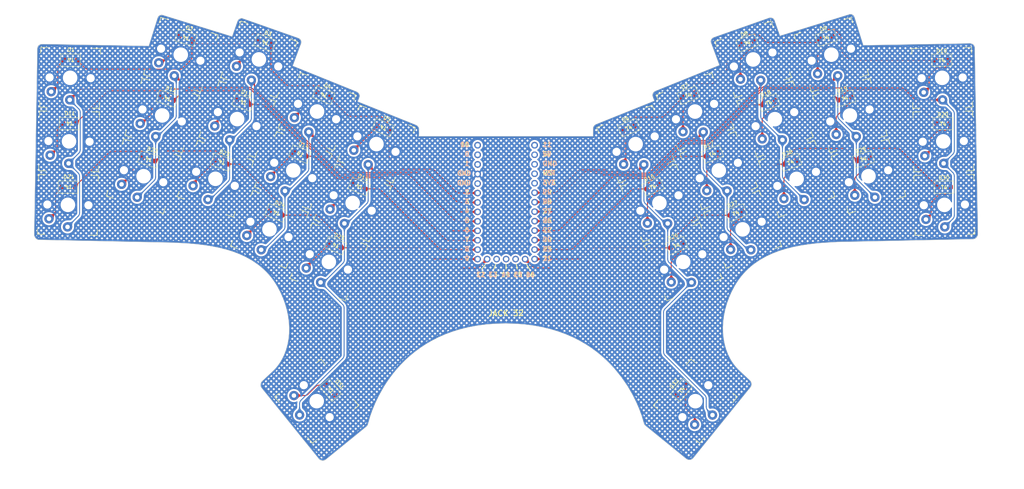
<source format=kicad_pcb>
(kicad_pcb (version 20240108) (generator "pcbnew") (generator_version "8.0")
  (title_block (title "Jack 32") (date "2024-06-28") (rev "2"))
  (layers (0 "F.Cu" signal) (31 "B.Cu" signal) (34 "B.Paste" user) (35 "F.Paste" user) (36 "B.SilkS" user "B.Silkscreen") (37 "F.SilkS" user "F.Silkscreen") (38 "B.Mask" user) (39 "F.Mask" user) (44 "Edge.Cuts" user))
  (net 0 "")
  (net 1 "R0")
  (net 2 "Net-(D1-A)")
  (net 3 "Net-(D2-A)")
  (net 4 "Net-(D3-A)")
  (net 5 "Net-(D4-A)")
  (net 6 "Net-(D5-A)")
  (net 7 "R4")
  (net 8 "Net-(D6-A)")
  (net 9 "Net-(D7-A)")
  (net 10 "Net-(D8-A)")
  (net 11 "Net-(D9-A)")
  (net 12 "Net-(D10-A)")
  (net 13 "R1")
  (net 14 "Net-(D11-A)")
  (net 15 "Net-(D12-A)")
  (net 16 "Net-(D13-A)")
  (net 17 "Net-(D14-A)")
  (net 18 "Net-(D15-A)")
  (net 19 "R5")
  (net 20 "Net-(D16-A)")
  (net 21 "Net-(D17-A)")
  (net 22 "Net-(D18-A)")
  (net 23 "Net-(D19-A)")
  (net 24 "Net-(D20-A)")
  (net 25 "R2")
  (net 26 "Net-(D21-A)")
  (net 27 "Net-(D22-A)")
  (net 28 "Net-(D23-A)")
  (net 29 "Net-(D24-A)")
  (net 30 "Net-(D25-A)")
  (net 31 "R6")
  (net 32 "Net-(D26-A)")
  (net 33 "Net-(D27-A)")
  (net 34 "Net-(D28-A)")
  (net 35 "Net-(D29-A)")
  (net 36 "Net-(D30-A)")
  (net 37 "R3")
  (net 38 "Net-(D31-A)")
  (net 39 "Net-(D32-A)")
  (net 40 "R7")
  (net 41 "C0")
  (net 42 "C1")
  (net 43 "C2")
  (net 44 "C3")
  (net 45 "C4")
  (net 46 "C5")
  (net 47 "C6")
  (net 48 "C7")
  (net 49 "C8")
  (net 50 "C9")
  (net 58 "GND")
  (footprint "ScottoKeebs_Components:Diode_SOD-123" (layer "F.Cu") (at 106.764864 68.01044 158)
    (property "Reference" "D5")
    (property "Value" "D_Small")
  )
  (footprint "ScottoKeebs_Components:Diode_SOD-123" (layer "F.Cu") (at 23.12854 49.87883 179)
    (property "Reference" "D1")
    (property "Value" "D_Small")
  )
  (footprint "ScottoKeebs_Components:Diode_SOD-123" (layer "F.Cu") (at 256.876968 83.943605 1)
    (property "Reference" "D30")
    (property "Value" "D_Small")
  )
  (footprint "PCM_marbastlib-choc:SW_choc_v1_1u" (layer "F.Cu") (at 61.879305 81.713611 160)
    (property "Reference" "SW23" (hide yes))
    (property "Value" "MX_SW_HS")
  )
  (footprint "PCM_marbastlib-choc:SW_choc_v1_1u" (layer "F.Cu") (at 187.038582 103.959745 -158)
    (property "Reference" "SW26" (hide yes))
    (property "Value" "MX_SW_HS")
  )
  (footprint "PCM_marbastlib-choc:SW_choc_v1_1u" (layer "F.Cu") (at 22.695941 71.690603 179)
    (property "Reference" "SW11" (hide yes))
    (property "Value" "MX_SW_HS")
  )
  (footprint "PCM_marbastlib-choc:SW_choc_v1_1u" (layer "F.Cu") (at 226.667419 48.503622 -163)
    (property "Reference" "SW9" (hide yes))
    (property "Value" "MX_SW_HS")
  )
  (footprint "ScottoKeebs_Components:Diode_SOD-123" (layer "F.Cu") (at 44.03955 76.501316 163)
    (property "Reference" "D22")
    (property "Value" "D_Small")
  )
  (footprint "PCM_marbastlib-choc:SW_choc_v1_1u" (layer "F.Cu") (at 92.218998 103.950071 158)
    (property "Reference" "SW25" (hide yes))
    (property "Value" "MX_SW_HS")
  )
  (footprint "PCM_marbastlib-choc:SW_choc_v1_1u" (layer "F.Cu") (at 202.931829 95.246495 -158)
    (property "Reference" "SW27" (hide yes))
    (property "Value" "MX_SW_HS")
  )
  (footprint "Keebio-Parts.pretty-master:my_microcontroller" (layer "F.Cu") (at 139.62955 87.601316)
    (property "Reference" "U1" (hide yes))
    (property "Value" "eliteC" (hide yes))
  )
  (footprint "ScottoKeebs_Components:Diode_SOD-123" (layer "F.Cu") (at 22.831851 66.876243 179)
    (property "Reference" "D11")
    (property "Value" "D_Small")
  )
  (footprint "ScottoKeebs_Components:Diode_SOD-123" (layer "F.Cu") (at 225.27955 43.961316 17)
    (property "Reference" "D9")
    (property "Value" "D_Small")
  )
  (footprint "ScottoKeebs_Components:Diode_SOD-123" (layer "F.Cu") (at 69.346579 61.231086 160)
    (property "Reference" "D13")
    (property "Value" "D_Small")
  )
  (footprint "PCM_marbastlib-choc:SW_choc_v1_1u" (layer "F.Cu") (at 256.913816 88.693304 -179)
    (property "Reference" "SW30" (hide yes))
    (property "Value" "MX_SW_HS")
  )
  (footprint "ScottoKeebs_Components:Diode_SOD-123" (layer "F.Cu") (at 78.134971 90.821508 158)
    (property "Reference" "D24")
    (property "Value" "D_Small")
  )
  (footprint "ScottoKeebs_Components:Diode_SOD-123" (layer "F.Cu") (at 22.535159 83.873647 179)
    (property "Reference" "D21")
    (property "Value" "D_Small")
  )
  (footprint "ScottoKeebs_Components:Diode_SOD-123" (layer "F.Cu") (at 256.56955 66.981316 1)
    (property "Reference" "D20")
    (property "Value" "D_Small")
  )
  (footprint "PCM_marbastlib-choc:SW_choc_v1_1u" (layer "F.Cu") (at 76.325737 95.236881 158)
    (property "Reference" "SW24" (hide yes))
    (property "Value" "MX_SW_HS")
  )
  (footprint "PCM_marbastlib-choc:SW_choc_v1_1u" (layer "F.Cu") (at 231.637745 64.760792 -163)
    (property "Reference" "SW19" (hide yes))
    (property "Value" "MX_SW_HS")
  )
  (footprint "ScottoKeebs_Components:Diode_SOD-123" (layer "F.Cu") (at 178.88955 83.801316 22)
    (property "Reference" "D16")
    (property "Value" "D_Small")
  )
  (footprint "PCM_marbastlib-choc:SW_choc_v1_1u" (layer "F.Cu") (at 22.399245 88.688022 179)
    (property "Reference" "SW21" (hide yes))
    (property "Value" "MX_SW_HS")
  )
  (footprint "PCM_marbastlib-choc:SW_choc_v1_1u" (layer "F.Cu") (at 174.301967 72.435502 -158)
    (property "Reference" "SW6" (hide yes))
    (property "Value" "MX_SW_HS")
  )
  (footprint "ScottoKeebs_Components:Diode_SOD-123" (layer "F.Cu") (at 194.77955 75.068989 22)
    (property "Reference" "D17")
    (property "Value" "D_Small")
  )
  (footprint "ScottoKeebs_Components:Diode_SOD-123" (layer "F.Cu") (at 172.51955 68.051316 22)
    (property "Reference" "D6")
    (property "Value" "D_Small")
  )
  (footprint "ScottoKeebs_Components:Diode_SOD-123" (layer "F.Cu") (at 185.25955 99.561316 22)
    (property "Reference" "D26")
    (property "Value" "D_Small")
  )
  (footprint "ScottoKeebs_Components:Diode_SOD-123" (layer "F.Cu") (at 256.23955 49.991316 1)
    (property "Reference" "D10")
    (property "Value" "D_Small")
  )
  (footprint "PCM_marbastlib-choc:SW_choc_v1_1u" (layer "F.Cu") (at 47.621355 64.760792 163)
    (property "Reference" "SW12" (hide yes))
    (property "Value" "MX_SW_HS")
  )
  (footprint "PCM_marbastlib-choc:SW_choc_v1_1u" (layer "F.Cu") (at 82.694044 79.474756 158)
    (property "Reference" "SW14" (hide yes))
    (property "Value" "MX_SW_HS")
  )
  (footprint "PCM_marbastlib-choc:SW_choc_v1_1u" (layer "F.Cu") (at 89.062359 63.712631 158)
    (property "Reference" "SW4" (hide yes))
    (property "Value" "MX_SW_HS")
  )
  (footprint "PCM_marbastlib-choc:SW_choc_v1_1u" (layer "F.Cu") (at 104.95563 72.425808 158)
    (property "Reference" "SW5" (hide yes))
    (property "Value" "MX_SW_HS")
  )
  (footprint "PCM_marbastlib-choc:SW_choc_v1_1u" (layer "F.Cu") (at 88.971708 141.204769 129)
    (property "Reference" "SW31" (hide yes))
    (property "Value" "MX_SW_HS")
  )
  (footprint "ScottoKeebs_Components:Diode_SOD-123" (layer "F.Cu") (at 230.279374 60.193273 17)
    (property "Reference" "D19")
    (property "Value" "D_Small")
  )
  (footprint "ScottoKeebs_Components:Diode_SOD-123" (layer "F.Cu") (at 90.871597 59.297252 158)
    (property "Reference" "D4")
    (property "Value" "D_Small")
  )
  (footprint "PCM_marbastlib-choc:SW_choc_v1_1u" (layer "F.Cu") (at 256.617118 71.695902 -179)
    (property "Reference" "SW20" (hide yes))
    (property "Value" "MX_SW_HS")
  )
  (footprint "ScottoKeebs_Components:Diode_SOD-123" (layer "F.Cu") (at 63.53223 77.205863 160)
    (property "Reference" "D23")
    (property "Value" "D_Small")
  )
  (footprint "PCM_marbastlib-choc:SW_choc_v1_1u" (layer "F.Cu") (at 180.670274 88.197628 -158)
    (property "Reference" "SW16" (hide yes))
    (property "Value" "MX_SW_HS")
  )
  (footprint "ScottoKeebs_Components:Diode_SOD-123" (layer "F.Cu") (at 100.396556 83.772565 158)
    (property "Reference" "D15")
    (property "Value" "D_Small")
  )
  (footprint "ScottoKeebs_Components:Diode_SOD-123" (layer "F.Cu") (at 201.13955 90.851316 22)
    (property "Reference" "D27")
    (property "Value" "D_Small")
  )
  (footprint "PCM_marbastlib-choc:SW_choc_v1_1u" (layer "F.Cu") (at 98.58732 88.18794 158)
    (property "Reference" "SW15" (hide yes))
    (property "Value" "MX_SW_HS")
  )
  (footprint "ScottoKeebs_Components:Diode_SOD-123" (layer "F.Cu") (at 235.2497 76.450458 17)
    (property "Reference" "D29")
    (property "Value" "D_Small")
  )
  (footprint "ScottoKeebs_Components:Diode_SOD-123" (layer "F.Cu") (at 204.21955 45.361316 20)
    (property "Reference" "D8")
    (property "Value" "D_Small")
  )
  (footprint "PCM_marbastlib-choc:SW_choc_v1_1u" (layer "F.Cu") (at 236.608065 81.017967 -163)
    (property "Reference" "SW29" (hide yes))
    (property "Value" "MX_SW_HS")
  )
  (footprint "ScottoKeebs_Components:Diode_SOD-123" (layer "F.Cu") (at 215.787391 77.245908 20)
    (property "Reference" "D28")
    (property "Value" "D_Small")
  )
  (footprint "PCM_marbastlib-choc:SW_choc_v1_1u" (layer "F.Cu") (at 205.75425 49.786545 -160)
    (property "Reference" "SW8" (hide yes))
    (property "Value" "MX_SW_HS")
  )
  (footprint "PCM_marbastlib-choc:SW_choc_v1_1u" (layer "F.Cu") (at 256.320431 54.698485 -179)
    (property "Reference" "SW10" (hide yes))
    (property "Value" "MX_SW_HS")
  )
  (footprint "ScottoKeebs_Components:Diode_SOD-123" (layer "F.Cu") (at 186.60955 138.171316 51)
    (property "Reference" "D32")
    (property "Value" "D_Small")
  )
  (footprint "ScottoKeebs_Components:Diode_SOD-123" (layer "F.Cu") (at 75.160913 45.256309 160)
    (property "Reference" "D3")
    (property "Value" "D_Small")
  )
  (footprint "ScottoKeebs_Components:Diode_SOD-123" (layer "F.Cu") (at 188.42955 59.361316 22)
    (property "Reference" "D7")
    (property "Value" "D_Small")
  )
  (footprint "PCM_marbastlib-choc:SW_choc_v1_1u" (layer "F.Cu") (at 190.285872 141.214443 -129)
    (property "Reference" "SW32" (hide yes))
    (property "Value" "MX_SW_HS")
  )
  (footprint "ScottoKeebs_Components:Diode_SOD-123" (layer "F.Cu") (at 84.50329 75.059381 158)
    (property "Reference" "D14")
    (property "Value" "D_Small")
  )
  (footprint "PCM_marbastlib-choc:SW_choc_v1_1u" (layer "F.Cu") (at 42.651035 81.017967 163)
    (property "Reference" "SW22" (hide yes))
    (property "Value" "MX_SW_HS")
  )
  (footprint "PCM_marbastlib-choc:SW_choc_v1_1u" (layer "F.Cu") (at 190.195202 63.722242 -158)
    (property "Reference" "SW7" (hide yes))
    (property "Value" "MX_SW_HS")
  )
  (footprint "ScottoKeebs_Components:Diode_SOD-123" (layer "F.Cu") (at 49.02955 60.251316 163)
    (property "Reference" "D12")
    (property "Value" "D_Small")
  )
  (footprint "PCM_marbastlib-choc:SW_choc_v1_1u" (layer "F.Cu") (at 73.507991 49.764066 160)
    (property "Reference" "SW3" (hide yes))
    (property "Value" "MX_SW_HS")
  )
  (footprint "PCM_marbastlib-choc:SW_choc_v1_1u" (layer "F.Cu") (at 211.568596 65.761303 -160)
    (property "Reference" "SW18" (hide yes))
    (property "Value" "MX_SW_HS")
  )
  (footprint "PCM_marbastlib-choc:SW_choc_v1_1u" (layer "F.Cu") (at 217.382938 81.736074 -160)
    (property "Reference" "SW28" (hide yes))
    (property "Value" "MX_SW_HS")
  )
  (footprint "PCM_marbastlib-choc:SW_choc_v1_1u" (layer "F.Cu") (at 196.563516 79.484372 -158)
    (property "Reference" "SW17" (hide yes))
    (property "Value" "MX_SW_HS")
  )
  (footprint "PCM_marbastlib-choc:SW_choc_v1_1u" (layer "F.Cu") (at 52.591681 48.503622 163)
    (property "Reference" "SW2" (hide yes))
    (property "Value" "MX_SW_HS")
  )
  (footprint "PCM_marbastlib-choc:SW_choc_v1_1u" (layer "F.Cu") (at 22.992627 54.6932 179)
    (property "Reference" "SW1" (hide yes))
    (property "Value" "MX_SW_HS")
  )
  (footprint "ScottoKeebs_Components:Diode_SOD-123" (layer "F.Cu") (at 92.64955 138.221316 129)
    (property "Reference" "D31")
    (property "Value" "D_Small")
  )
  (footprint "ScottoKeebs_Components:Diode_SOD-123" (layer "F.Cu") (at 94.028239 99.534693 158)
    (property "Reference" "D25")
    (property "Value" "D_Small")
  )
  (footprint "ScottoKeebs_Components:Diode_SOD-123" (layer "F.Cu") (at 209.94955 61.321316 20)
    (property "Reference" "D18")
    (property "Value" "D_Small")
  )
  (footprint "PCM_marbastlib-choc:SW_choc_v1_1u" (layer "F.Cu") (at 67.693643 65.738842 160)
    (property "Reference" "SW13" (hide yes))
    (property "Value" "MX_SW_HS")
  )
  (footprint "ScottoKeebs_Components:Diode_SOD-123" (layer "F.Cu") (at 53.96955 43.991316 163)
    (property "Reference" "D2")
    (property "Value" "D_Small")
  )
  (gr_line (start 136.37955 105.851316) (end 136.879541 104.601313) (stroke (width 0.25)) (layer "F.SilkS"))
  (gr_line (start 139.62955 105.851316) (end 139.62955 104.601316) (stroke (width 0.25)) (layer "F.SilkS"))
  (gr_line (start 145.87955 105.851316) (end 145.12955 104.601316) (stroke (width 0.25)) (layer "F.SilkS"))
  (gr_line (start 142.62955 105.851316) (end 142.37955 104.601316) (stroke (width 0.25)) (layer "F.SilkS"))
  (gr_line (start 133.12955 105.851316) (end 134.12955 104.601316) (stroke (width 0.25)) (layer "F.SilkS"))
  (gr_line (start 46.845555 38.058659) (end 46.803313 38.089911) (stroke (width 0.1)) (layer "Edge.Cuts"))
  (gr_line (start 84.748596 45.586207) (end 84.769705 45.532448) (stroke (width 0.1)) (layer "Edge.Cuts"))
  (gr_line (start 231.887607 37.669503) (end 231.940127 37.675105) (stroke (width 0.1)) (layer "Edge.Cuts"))
  (gr_line (start 211.475694 39.341578) (end 211.494424 39.396368) (stroke (width 0.1)) (layer "Edge.Cuts"))
  (gr_line (start 100.410538 59.84221) (end 100.425094 59.787047) (stroke (width 0.1)) (layer "Edge.Cuts"))
  (gr_line (start 134.252094 120.671837) (end 136.801017 120.474029) (stroke (width 0.1)) (layer "Edge.Cuts"))
  (gr_line (start 176.582475 147.295059) (end 176.602892 147.339784) (stroke (width 0.1)) (layer "Edge.Cuts"))
  (gr_line (start 189.620983 156.542624) (end 189.664225 156.497991) (stroke (width 0.1)) (layer "Edge.Cuts"))
  (gr_line (start 46.406028 38.660904) (end 44.041288 46.177397) (stroke (width 0.1)) (layer "Edge.Cuts"))
  (gr_line (start 78.85551 131.302948) (end 78.431772 131.867741) (stroke (width 0.1)) (layer "Edge.Cuts"))
  (gr_line (start 100.372768 59.950602) (end 100.393096 59.896764) (stroke (width 0.1)) (layer "Edge.Cuts"))
  (gr_line (start 13.558183 97.278726) (end 13.593478 97.342445) (stroke (width 0.1)) (layer "Edge.Cuts"))
  (gr_line (start 207.573855 103.412364) (end 206.005238 104.488191) (stroke (width 0.1)) (layer "Edge.Cuts"))
  (gr_line (start 265.883461 96.403492) (end 265.884326 96.470741) (stroke (width 0.1)) (layer "Edge.Cuts"))
  (gr_line (start 189.318248 156.758964) (end 189.373209 156.729198) (stroke (width 0.1)) (layer "Edge.Cuts"))
  (gr_line (start 82.552765 51.498062) (end 84.748596 45.586207) (stroke (width 0.1)) (layer "Edge.Cuts"))
  (gr_line (start 131.829146 120.991719) (end 134.252094 120.671837) (stroke (width 0.1)) (layer "Edge.Cuts"))
  (gr_line (start 194.629489 44.311414) (end 194.662351 44.264451) (stroke (width 0.1)) (layer "Edge.Cuts"))
  (gr_line (start 119.76651 125.025762) (end 121.49752 124.141741) (stroke (width 0.1)) (layer "Edge.Cuts"))
  (gr_line (start 125.285724 122.60367) (end 127.349006 121.965651) (stroke (width 0.1)) (layer "Edge.Cuts"))
  (gr_line (start 116.154176 67.825651) (end 116.098993 67.746412) (stroke (width 0.1)) (layer "Edge.Cuts"))
  (gr_line (start 194.450679 45.174551) (end 194.440438 45.119028) (stroke (width 0.1)) (layer "Edge.Cuts"))
  (gr_line (start 211.494424 39.396368) (end 212.930157 43.450208) (stroke (width 0.1)) (layer "Edge.Cuts"))
  (gr_line (start 73.961887 137.030049) (end 73.971886 137.093352) (stroke (width 0.1)) (layer "Edge.Cuts"))
  (gr_line (start 178.857025 59.648667) (end 178.842471 59.593504) (stroke (width 0.1)) (layer "Edge.Cuts"))
  (gr_line (start 66.507637 101.17608) (end 68.308122 101.859921) (stroke (width 0.1)) (layer "Edge.Cuts"))
  (gr_line (start 264.519954 45.706486) (end 264.574634 45.744624) (stroke (width 0.1)) (layer "Edge.Cuts"))
  (gr_line (start 91.069655 157.013067) (end 91.13097 156.98795) (stroke (width 0.1)) (layer "Edge.Cuts"))
  (gr_line (start 194.426598 44.951482) (end 194.427716 44.895599) (stroke (width 0.1)) (layer "Edge.Cuts"))
  (gr_line (start 13.755072 97.574023) (end 13.799362 97.624573) (stroke (width 0.1)) (layer "Edge.Cuts"))
  (gr_line (start 14.237754 46.806961) (end 14.232243 46.871855) (stroke (width 0.1)) (layer "Edge.Cuts"))
  (gr_line (start 74.09472 137.456551) (end 74.125395 137.513394) (stroke (width 0.1)) (layer "Edge.Cuts"))
  (gr_line (start 189.575465 156.584862) (end 189.620983 156.542624) (stroke (width 0.1)) (layer "Edge.Cuts"))
  (gr_line (start 76.101175 107.290861) (end 76.739814 108.049231) (stroke (width 0.1)) (layer "Edge.Cuts"))
  (gr_line (start 14.288408 97.966084) (end 14.344145 97.984302) (stroke (width 0.1)) (layer "Edge.Cuts"))
  (gr_line (start 163.60157 67.176842) (end 163.686486 67.13531) (stroke (width 0.1)) (layer "Edge.Cuts"))
  (gr_line (start 264.682145 97.83519) (end 264.616637 97.839235) (stroke (width 0.1)) (layer "Edge.Cuts"))
  (gr_line (start 265.038898 46.743955) (end 265.883461 96.403492) (stroke (width 0.1)) (layer "Edge.Cuts"))
  (gr_line (start 179.519235 58.253064) (end 179.570426 58.229827) (stroke (width 0.1)) (layer "Edge.Cuts"))
  (gr_line (start 211.136646 38.845596) (end 211.178397 38.880995) (stroke (width 0.1)) (layer "Edge.Cuts"))
  (gr_line (start 189.203955 156.810685) (end 189.261787 156.786137) (stroke (width 0.1)) (layer "Edge.Cuts"))
  (gr_line (start 204.932692 135.702241) (end 204.87941 135.645757) (stroke (width 0.1)) (layer "Edge.Cuts"))
  (gr_line (start 14.463495 46.165698) (end 14.428101 46.216983) (stroke (width 0.1)) (layer "Edge.Cuts"))
  (gr_line (start 265.423129 97.47837) (end 265.377506 97.522755) (stroke (width 0.1)) (layer "Edge.Cuts"))
  (gr_line (start 265.843146 96.746851) (end 265.822903 96.816136) (stroke (width 0.1)) (layer "Edge.Cuts"))
  (gr_line (start 194.598812 44.359842) (end 194.629489 44.311414) (stroke (width 0.1)) (layer "Edge.Cuts"))
  (gr_line (start 15.513681 45.66967) (end 15.44697 45.671932) (stroke (width 0.1)) (layer "Edge.Cuts"))
  (gr_line (start 205.317175 136.643825) (end 205.314722 136.579001) (stroke (width 0.1)) (layer "Edge.Cuts"))
  (gr_line (start 84.839852 45.089137) (end 84.835816 45.033382) (stroke (width 0.1)) (layer "Edge.Cuts"))
  (gr_line (start 205.314722 136.579001) (end 205.309083 136.514042) (stroke (width 0.1)) (layer "Edge.Cuts"))
  (gr_line (start 163.229364 67.477547) (end 163.29531 67.406633) (stroke (width 0.1)) (layer "Edge.Cuts"))
  (gr_line (start 163.686486 67.13531) (end 163.773835 67.101123) (stroke (width 0.1)) (layer "Edge.Cuts"))
  (gr_line (start 47.594243 37.867604) (end 47.54019 37.862313) (stroke (width 0.1)) (layer "Edge.Cuts"))
  (gr_line (start 218.468565 99.55625) (end 216.526257 99.941354) (stroke (width 0.1)) (layer "Edge.Cuts"))
  (gr_line (start 188.322934 156.860247) (end 188.386354 156.87591) (stroke (width 0.1)) (layer "Edge.Cuts"))
  (gr_line (start 265.377506 97.522755) (end 265.331234 97.56419) (stroke (width 0.1)) (layer "Edge.Cuts"))
  (gr_line (start 198.508704 127.305198) (end 199.023347 128.648755) (stroke (width 0.1)) (layer "Edge.Cuts"))
  (gr_line (start 74.334904 135.895776) (end 74.285214 135.953506) (stroke (width 0.1)) (layer "Edge.Cuts"))
  (gr_line (start 194.735003 44.175307) (end 194.774978 44.133323) (stroke (width 0.1)) (layer "Edge.Cuts"))
  (gr_line (start 265.000332 46.424018) (end 265.012447 46.486191) (stroke (width 0.1)) (layer "Edge.Cuts"))
  (gr_line (start 176.532379 147.155997) (end 176.547183 147.203119) (stroke (width 0.1)) (layer "Edge.Cuts"))
  (gr_line (start 155.648288 123.308322) (end 157.494375 124.111831) (stroke (width 0.1)) (layer "Edge.Cuts"))
  (gr_line (start 102.49791 147.754228) (end 102.525493 147.712544) (stroke (width 0.1)) (layer "Edge.Cuts"))
  (gr_line (start 123.336244 123.331705) (end 125.285724 122.60367) (stroke (width 0.1)) (layer "Edge.Cuts"))
  (gr_line (start 176.90005 147.730325) (end 176.93827 147.762687) (stroke (width 0.1)) (layer "Edge.Cuts"))
  (gr_line (start 264.83947 46.023445) (end 264.871501 46.076381) (stroke (width 0.1)) (layer "Edge.Cuts"))
  (gr_line (start 116.34532 68.448885) (end 116.344834 68.402379) (stroke (width 0.1)) (layer "Edge.Cuts"))
  (gr_line (start 84.816887 45.368089) (end 84.827129 45.312566) (stroke (width 0.1)) (layer "Edge.Cuts"))
  (gr_line (start 210.058692 38.636272) (end 210.113108 38.616114) (stroke (width 0.1)) (layer "Edge.Cuts"))
  (gr_line (start 90.432159 157.094522) (end 90.495958 157.09977) (stroke (width 0.1)) (layer "Edge.Cuts"))
  (gr_line (start 15.114598 45.730662) (end 15.049912 45.751604) (stroke (width 0.1)) (layer "Edge.Cuts"))
  (gr_line (start 91.191325 156.959616) (end 91.250589 156.928032) (stroke (width 0.1)) (layer "Edge.Cuts"))
  (gr_line (start 90.753203 157.091545) (end 90.817379 157.082021) (stroke (width 0.1)) (layer "Edge.Cuts"))
  (gr_line (start 13.468421 97.078457) (end 13.495412 97.146428) (stroke (width 0.1)) (layer "Edge.Cuts"))
  (gr_line (start 84.828831 44.977844) (end 84.818867 44.92261) (stroke (width 0.1)) (layer "Edge.Cuts"))
  (gr_line (start 46.468637 38.504858) (end 46.44556 38.555446) (stroke (width 0.1)) (layer "Edge.Cuts"))
  (gr_line (start 205.172876 137.263012) (end 205.200684 137.204949) (stroke (width 0.1)) (layer "Edge.Cuts"))
  (gr_line (start 84.450062 44.286733) (end 84.404881 44.248558) (stroke (width 0.1)) (layer "Edge.Cuts"))
  (gr_line (start 205.108689 137.375383) (end 205.142201 137.319856) (stroke (width 0.1)) (layer "Edge.Cuts"))
  (gr_line (start 67.91436 39.282788) (end 67.885862 39.330078) (stroke (width 0.1)) (layer "Edge.Cuts"))
  (gr_line (start 205.225597 137.145767) (end 205.247585 137.085564) (stroke (width 0.1)) (layer "Edge.Cuts"))
  (gr_line (start 102.681212 147.343937) (end 103.29447 145.219577) (stroke (width 0.1)) (layer "Edge.Cuts"))
  (gr_line (start 14.924102 45.802354) (end 14.863422 45.832079) (stroke (width 0.1)) (layer "Edge.Cuts"))
  (gr_line (start 203.169913 107.104358) (end 202.531274 107.862728) (stroke (width 0.1)) (layer "Edge.Cuts"))
  (gr_line (start 102.297772 147.979506) (end 102.335098 147.945122) (stroke (width 0.1)) (layer "Edge.Cuts"))
  (gr_line (start 74.013506 136.448378) (end 73.994835 136.512887) (stroke (width 0.1)) (layer "Edge.Cuts"))
  (gr_line (start 74.066912 137.398489) (end 74.09472 137.456551) (stroke (width 0.1)) (layer "Edge.Cuts"))
  (gr_line (start 265.799164 96.884916) (end 265.772173 96.952887) (stroke (width 0.1)) (layer "Edge.Cuts"))
  (gr_line (start 176.70219 147.509302) (end 176.731241 147.549104) (stroke (width 0.1)) (layer "Edge.Cuts"))
  (gr_line (start 84.723921 44.654238) (end 84.697338 44.603176) (stroke (width 0.1)) (layer "Edge.Cuts"))
  (gr_line (start 102.597727 147.581223) (end 102.618197 147.535497) (stroke (width 0.1)) (layer "Edge.Cuts"))
  (gr_line (start 194.463684 45.229764) (end 194.450679 45.174551) (stroke (width 0.1)) (layer "Edge.Cuts"))
  (gr_line (start 210.223548 38.588829) (end 210.279388 38.581289) (stroke (width 0.1)) (layer "Edge.Cuts"))
  (gr_line (start 176.625108 147.383617) (end 176.649087 147.426512) (stroke (width 0.1)) (layer "Edge.Cuts"))
  (gr_line (start 13.444683 97.009677) (end 13.468421 97.078457) (stroke (width 0.1)) (layer "Edge.Cuts"))
  (gr_line (start 216.526257 99.941354) (end 214.621218 100.415676) (stroke (width 0.1)) (layer "Edge.Cuts"))
  (gr_line (start 116.038202 67.67109) (end 115.972256 67.600176) (stroke (width 0.1)) (layer "Edge.Cuts"))
  (gr_line (start 265.596907 97.269959) (end 265.555488 97.326688) (stroke (width 0.1)) (layer "Edge.Cuts"))
  (gr_line (start 91.308633 156.893164) (end 91.365328 156.854981) (stroke (width 0.1)) (layer "Edge.Cuts"))
  (gr_line (start 210.617242 38.608506) (end 210.673156 38.623194) (stroke (width 0.1)) (layer "Edge.Cuts"))
  (gr_line (start 178.941129 58.817972) (end 178.969154 58.766699) (stroke (width 0.1)) (layer "Edge.Cuts"))
  (gr_line (start 178.999839 58.716591) (end 179.033028 58.667777) (stroke (width 0.1)) (layer "Edge.Cuts"))
  (gr_line (start 68.175043 39.006025) (end 68.130921 39.039134) (stroke (width 0.1)) (layer "Edge.Cuts"))
  (gr_line (start 99.897384 58.532845) (end 99.848605 58.501474) (stroke (width 0.1)) (layer "Edge.Cuts"))
  (gr_line (start 46.493823 38.455766) (end 46.468637 38.504858) (stroke (width 0.1)) (layer "Edge.Cuts"))
  (gr_line (start 212.930157 43.450208) (end 231.510259 37.70727) (stroke (width 0.1)) (layer "Edge.Cuts"))
  (gr_line (start 178.892948 58.923501) (end 178.915919 58.870281) (stroke (width 0.1)) (layer "Edge.Cuts"))
  (gr_line (start 232.143802 37.72292) (end 232.192752 37.740964) (stroke (width 0.1)) (layer "Edge.Cuts"))
  (gr_line (start 200.415576 131.116448) (end 200.839314 131.681243) (stroke (width 0.1)) (layer "Edge.Cuts"))
  (gr_line (start 68.538844 38.83377) (end 68.483746 38.852952) (stroke (width 0.1)) (layer "Edge.Cuts"))
  (gr_line (start 189.664225 156.497991) (end 189.705061 156.450995) (stroke (width 0.1)) (layer "Edge.Cuts"))
  (gr_line (start 265.187336 97.670909) (end 265.137281 97.700654) (stroke (width 0.1)) (layer "Edge.Cuts"))
  (gr_line (start 264.722693 45.874865) (end 264.765194 45.922605) (stroke (width 0.1)) (layer "Edge.Cuts"))
  (gr_line (start 265.822903 96.816136) (end 265.799164 96.884916) (stroke (width 0.1)) (layer "Edge.Cuts"))
  (gr_line (start 163.773835 67.101123) (end 179.313563 60.851456) (stroke (width 0.1)) (layer "Edge.Cuts"))
  (gr_line (start 47.54019 37.862313) (end 47.48641 37.859823) (stroke (width 0.1)) (layer "Edge.Cuts"))
  (gr_line (start 211.381702 39.13654) (end 211.408153 39.185505) (stroke (width 0.1)) (layer "Edge.Cuts"))
  (gr_line (start 188.771638 156.906237) (end 188.835437 156.900989) (stroke (width 0.1)) (layer "Edge.Cuts"))
  (gr_line (start 232.544548 37.964883) (end 232.582445 38.002035) (stroke (width 0.1)) (layer "Edge.Cuts"))
  (gr_line (start 47.123771 37.916458) (end 47.074821 37.934502) (stroke (width 0.1)) (layer "Edge.Cuts"))
  (gr_line (start 78.431772 131.867741) (end 77.977738 132.409483) (stroke (width 0.1)) (layer "Edge.Cuts"))
  (gr_line (start 56.846126 99.198755) (end 58.832955 99.436506) (stroke (width 0.1)) (layer "Edge.Cuts"))
  (gr_line (start 162.402261 126.930741) (end 163.837998 127.979985) (stroke (width 0.1)) (layer "Edge.Cuts"))
  (gr_line (start 77.493397 132.927074) (end 76.978738 133.419414) (stroke (width 0.1)) (layer "Edge.Cuts"))
  (gr_line (start 79.276944 112.130546) (end 79.966703 113.692224) (stroke (width 0.1)) (layer "Edge.Cuts"))
  (gr_line (start 107.710978 136.171903) (end 108.53227 134.988846) (stroke (width 0.1)) (layer "Edge.Cuts"))
  (gr_line (start 195.071757 43.923814) (end 195.131575 43.896876) (stroke (width 0.1)) (layer "Edge.Cuts"))
  (gr_line (start 231.673325 37.674066) (end 231.727379 37.668775) (stroke (width 0.1)) (layer "Edge.Cuts"))
  (gr_line (start 68.012597 39.151845) (end 67.977681 39.193584) (stroke (width 0.1)) (layer "Edge.Cuts"))
  (gr_line (start 90.817379 157.082021) (end 90.881241 157.069444) (stroke (width 0.1)) (layer "Edge.Cuts"))
  (gr_line (start 202.531274 107.862728) (end 201.923214 108.66542) (stroke (width 0.1)) (layer "Edge.Cuts"))
  (gr_line (start 91.250589 156.928032) (end 91.308633 156.893164) (stroke (width 0.1)) (layer "Edge.Cuts"))
  (gr_line (start 116.338278 70.335047) (end 116.34532 68.448885) (stroke (width 0.1)) (layer "Edge.Cuts"))
  (gr_line (start 79.966703 113.692224) (end 80.53644 115.271685) (stroke (width 0.1)) (layer "Edge.Cuts"))
  (gr_line (start 231.564692 37.693261) (end 231.619071 37.68221) (stroke (width 0.1)) (layer "Edge.Cuts"))
  (gr_line (start 187.902264 156.661446) (end 187.958959 156.699629) (stroke (width 0.1)) (layer "Edge.Cuts"))
  (gr_line (start 194.440438 45.119028) (end 194.432989 45.063284) (stroke (width 0.1)) (layer "Edge.Cuts"))
  (gr_line (start 264.985759 46.362917) (end 265.000332 46.424018) (stroke (width 0.1)) (layer "Edge.Cuts"))
  (gr_line (start 116.338288 70.335047) (end 162.915208 70.335047) (stroke (width 0.1)) (layer "Edge.Cuts"))
  (gr_line (start 13.890079 97.716297) (end 13.936352 97.757731) (stroke (width 0.1)) (layer "Edge.Cuts"))
  (gr_line (start 84.072957 44.06602) (end 69.208879 38.82981) (stroke (width 0.1)) (layer "Edge.Cuts"))
  (gr_line (start 211.353204 39.08925) (end 211.381702 39.13654) (stroke (width 0.1)) (layer "Edge.Cuts"))
  (gr_line (start 211.178397 38.880995) (end 211.217822 38.918594) (stroke (width 0.1)) (layer "Edge.Cuts"))
  (gr_line (start 90.00581 156.979672) (end 90.063641 157.004219) (stroke (width 0.1)) (layer "Edge.Cuts"))
  (gr_line (start 205.206729 136.126997) (end 205.177978 136.063861) (stroke (width 0.1)) (layer "Edge.Cuts"))
  (gr_line (start 84.835816 45.033382) (end 84.828831 44.977844) (stroke (width 0.1)) (layer "Edge.Cuts"))
  (gr_line (start 231.510259 37.70727) (end 231.564692 37.693261) (stroke (width 0.1)) (layer "Edge.Cuts"))
  (gr_line (start 116.344834 68.402379) (end 116.342096 68.355934) (stroke (width 0.1)) (layer "Edge.Cuts"))
  (gr_line (start 121.49752 124.141741) (end 123.336244 123.331705) (stroke (width 0.1)) (layer "Edge.Cuts"))
  (gr_line (start 204.982383 135.75997) (end 204.932692 135.702241) (stroke (width 0.1)) (layer "Edge.Cuts"))
  (gr_line (start 188.197939 156.819533) (end 188.260086 156.841466) (stroke (width 0.1)) (layer "Edge.Cuts"))
  (gr_line (start 104.657103 141.714206) (end 105.680312 139.603941) (stroke (width 0.1)) (layer "Edge.Cuts"))
  (gr_line (start 194.496774 44.56607) (end 194.518964 44.512929) (stroke (width 0.1)) (layer "Edge.Cuts"))
  (gr_line (start 162.92225 68.255345) (end 162.922736 68.208838) (stroke (width 0.1)) (layer "Edge.Cuts"))
  (gr_line (start 73.954957 136.966218) (end 73.961887 137.030049) (stroke (width 0.1)) (layer "Edge.Cuts"))
  (gr_line (start 189.527798 156.624671) (end 189.575465 156.584862) (stroke (width 0.1)) (layer "Edge.Cuts"))
  (gr_line (start 202.292349 133.23292) (end 204.825997 135.59766) (stroke (width 0.1)) (layer "Edge.Cuts"))
  (gr_line (start 201.346982 109.513728) (end 200.803831 110.408948) (stroke (width 0.1)) (layer "Edge.Cuts"))
  (gr_line (start 264.463052 45.671111) (end 264.519954 45.706486) (stroke (width 0.1)) (layer "Edge.Cuts"))
  (gr_line (start 84.84097 45.14502) (end 84.839852 45.089137) (stroke (width 0.1)) (layer "Edge.Cuts"))
  (gr_line (start 149.438065 121.417553) (end 151.623104 121.953227) (stroke (width 0.1)) (layer "Edge.Cuts"))
  (gr_line (start 78.467256 110.595452) (end 79.276944 112.130546) (stroke (width 0.1)) (layer "Edge.Cuts"))
  (gr_line (start 205.072367 137.429494) (end 205.108689 137.375383) (stroke (width 0.1)) (layer "Edge.Cuts"))
  (gr_line (start 188.450217 156.888487) (end 188.514393 156.898011) (stroke (width 0.1)) (layer "Edge.Cuts"))
  (gr_line (start 109.430836 133.799626) (end 110.40972 132.612257) (stroke (width 0.1)) (layer "Edge.Cuts"))
  (gr_line (start 46.550231 38.362282) (end 46.521046 38.408224) (stroke (width 0.1)) (layer "Edge.Cuts"))
  (gr_line (start 103.86994 143.607459) (end 104.657103 141.714206) (stroke (width 0.1)) (layer "Edge.Cuts"))
  (gr_line (start 194.47942 45.28458) (end 194.463684 45.229764) (stroke (width 0.1)) (layer "Edge.Cuts"))
  (gr_line (start 199.65894 129.922104) (end 200.022122 130.529702) (stroke (width 0.1)) (layer "Edge.Cuts"))
  (gr_line (start 189.084698 156.851771) (end 189.144882 156.832574) (stroke (width 0.1)) (layer "Edge.Cuts"))
  (gr_line (start 68.221582 38.975291) (end 68.175043 39.006025) (stroke (width 0.1)) (layer "Edge.Cuts"))
  (gr_line (start 232.582445 38.002035) (end 232.618747 38.04105) (stroke (width 0.1)) (layer "Edge.Cuts"))
  (gr_line (start 100.446165 59.392966) (end 100.437629 59.336834) (stroke (width 0.1)) (layer "Edge.Cuts"))
  (gr_line (start 176.563893 147.249489) (end 176.582475 147.295059) (stroke (width 0.1)) (layer "Edge.Cuts"))
  (gr_line (start 67.944951 39.23726) (end 67.91436 39.282788) (stroke (width 0.1)) (layer "Edge.Cuts"))
  (gr_line (start 194.817509 44.093194) (end 194.862689 44.055019) (stroke (width 0.1)) (layer "Edge.Cuts"))
  (gr_line (start 80.53644 115.271685) (end 80.98606 116.860132) (stroke (width 0.1)) (layer "Edge.Cuts"))
  (gr_line (start 195.131575 43.896876) (end 195.194598 43.87248) (stroke (width 0.1)) (layer "Edge.Cuts"))
  (gr_line (start 265.236268 97.638257) (end 265.187336 97.670909) (stroke (width 0.1)) (layer "Edge.Cuts"))
  (gr_line (start 264.152972 45.537123) (end 264.217658 45.558065) (stroke (width 0.1)) (layer "Edge.Cuts"))
  (gr_line (start 13.631057 97.404138) (end 13.670677 97.463501) (stroke (width 0.1)) (layer "Edge.Cuts"))
  (gr_line (start 176.93827 147.762687) (end 187.847046 156.619914) (stroke (width 0.1)) (layer "Edge.Cuts"))
  (gr_line (start 179.370178 58.339302) (end 179.418956 58.307931) (stroke (width 0.1)) (layer "Edge.Cuts"))
  (gr_line (start 264.900301 46.130884) (end 264.925998 46.186871) (stroke (width 0.1)) (layer "Edge.Cuts"))
  (gr_line (start 108.53227 134.988846) (end 109.430836 133.799626) (stroke (width 0.1)) (layer "Edge.Cuts"))
  (gr_line (start 116.098993 67.746412) (end 116.038202 67.67109) (stroke (width 0.1)) (layer "Edge.Cuts"))
  (gr_line (start 265.012447 46.486191) (end 265.022232 46.549354) (stroke (width 0.1)) (layer "Edge.Cuts"))
  (gr_line (start 100.436763 59.731384) (end 100.445546 59.675329) (stroke (width 0.1)) (layer "Edge.Cuts"))
  (gr_line (start 14.747618 45.900025) (end 14.692937 45.938163) (stroke (width 0.1)) (layer "Edge.Cuts"))
  (gr_line (start 84.252512 44.146734) (end 84.195805 44.117354) (stroke (width 0.1)) (layer "Edge.Cuts"))
  (gr_line (start 232.822016 38.361908) (end 232.84291 38.413941) (stroke (width 0.1)) (layer "Edge.Cuts"))
  (gr_line (start 77.924105 109.700232) (end 78.467256 110.595452) (stroke (width 0.1)) (layer "Edge.Cuts"))
  (gr_line (start 210.892281 38.703387) (end 210.945467 38.727766) (stroke (width 0.1)) (layer "Edge.Cuts"))
  (gr_line (start 67.859411 39.379044) (end 67.834959 39.429597) (stroke (width 0.1)) (layer "Edge.Cuts"))
  (gr_line (start 232.378475 37.835939) (end 232.422019 37.865121) (stroke (width 0.1)) (layer "Edge.Cuts"))
  (gr_line (start 84.805893 44.867768) (end 84.789877 44.813406) (stroke (width 0.1)) (layer "Edge.Cuts"))
  (gr_line (start 100.454577 59.505896) (end 100.451814 59.449357) (stroke (width 0.1)) (layer "Edge.Cuts"))
  (gr_line (start 194.518964 45.392672) (end 194.497857 45.338912) (stroke (width 0.1)) (layer "Edge.Cuts"))
  (gr_line (start 176.76191 147.587782) (end 176.794162 147.625289) (stroke (width 0.1)) (layer "Edge.Cuts"))
  (gr_line (start 13.38326 96.664278) (end 13.387101 96.732544) (stroke (width 0.1)) (layer "Edge.Cuts"))
  (gr_line (start 265.880485 96.539005) (end 265.87218 96.607981) (stroke (width 0.1)) (layer "Edge.Cuts"))
  (gr_line (start 205.247585 137.085564) (end 205.266619 137.024438) (stroke (width 0.1)) (layer "Edge.Cuts"))
  (gr_line (start 99.991447 58.602818) (end 99.94505 58.566669) (stroke (width 0.1)) (layer "Edge.Cuts"))
  (gr_line (start 264.087394 45.519191) (end 264.152972 45.537123) (stroke (width 0.1)) (layer "Edge.Cuts"))
  (gr_line (start 179.033028 58.667777) (end 179.068569 58.620385) (stroke (width 0.1)) (layer "Edge.Cuts"))
  (gr_line (start 194.428366 45.007406) (end 194.426598 44.951482) (stroke (width 0.1)) (layer "Edge.Cuts"))
  (gr_line (start 265.331234 97.56419) (end 265.284194 97.602687) (stroke (width 0.1)) (layer "Edge.Cuts"))
  (gr_line (start 54.852045 99.019139) (end 56.846126 99.198755) (stroke (width 0.1)) (layer "Edge.Cuts"))
  (gr_line (start 73.967368 136.642587) (end 73.958515 136.707581) (stroke (width 0.1)) (layer "Edge.Cuts"))
  (gr_line (start 179.313563 60.851456) (end 178.894792 59.757061) (stroke (width 0.1)) (layer "Edge.Cuts"))
  (gr_line (start 264.923449 97.790767) (end 264.865995 97.80613) (stroke (width 0.1)) (layer "Edge.Cuts"))
  (gr_line (start 163.11339 67.632108) (end 163.168572 67.552869) (stroke (width 0.1)) (layer "Edge.Cuts"))
  (gr_line (start 68.988172 38.774827) (end 68.932042 38.771082) (stroke (width 0.1)) (layer "Edge.Cuts"))
  (gr_line (start 14.228675 46.937491) (end 13.384125 96.597027) (stroke (width 0.1)) (layer "Edge.Cuts"))
  (gr_line (start 178.816123 59.425446) (end 178.813113 59.368932) (stroke (width 0.1)) (layer "Edge.Cuts"))
  (gr_line (start 89.56254 156.644541) (end 89.603375 156.691535) (stroke (width 0.1)) (layer "Edge.Cuts"))
  (gr_line (start 200.839314 131.681243) (end 201.293348 132.222986) (stroke (width 0.1)) (layer "Edge.Cuts"))
  (gr_line (start 81.315473 118.448764) (end 81.524585 120.028782) (stroke (width 0.1)) (layer "Edge.Cuts"))
  (gr_line (start 194.961368 43.984922) (end 195.015053 43.953196) (stroke (width 0.1)) (layer "Edge.Cuts"))
  (gr_line (start 84.697338 44.603176) (end 84.668755 44.553382) (stroke (width 0.1)) (layer "Edge.Cuts"))
  (gr_line (start 129.529132 121.425662) (end 131.829146 120.991719) (stroke (width 0.1)) (layer "Edge.Cuts"))
  (gr_line (start 264.865995 97.80613) (end 264.806705 97.818648) (stroke (width 0.1)) (layer "Edge.Cuts"))
  (gr_line (start 205.145811 136.001379) (end 205.110196 135.939651) (stroke (width 0.1)) (layer "Edge.Cuts"))
  (gr_line (start 163.021664 67.800381) (end 163.064269 67.714776) (stroke (width 0.1)) (layer "Edge.Cuts"))
  (gr_line (start 168.65904 132.512851) (end 170.558001 134.869437) (stroke (width 0.1)) (layer "Edge.Cuts"))
  (gr_line (start 231.781159 37.666285) (end 231.834593 37.666545) (stroke (width 0.1)) (layer "Edge.Cuts"))
  (gr_line (start 75.433209 106.575518) (end 76.101175 107.290861) (stroke (width 0.1)) (layer "Edge.Cuts"))
  (gr_line (start 102.437672 147.834215) (end 102.468626 147.794799) (stroke (width 0.1)) (layer "Edge.Cuts"))
  (gr_line (start 176.51952 147.108169) (end 176.532379 147.155997) (stroke (width 0.1)) (layer "Edge.Cuts"))
  (gr_line (start 14.341572 46.380409) (end 14.318849 46.437799) (stroke (width 0.1)) (layer "Edge.Cuts"))
  (gr_line (start 197.7465 119.842277) (end 197.657782 121.404882) (stroke (width 0.1)) (layer "Edge.Cuts"))
  (gr_line (start 188.643166 156.908033) (end 188.707505 156.908596) (stroke (width 0.1)) (layer "Edge.Cuts"))
  (gr_line (start 74.285214 135.953506) (end 74.239086 136.012384) (stroke (width 0.1)) (layer "Edge.Cuts"))
  (gr_line (start 176.674793 147.468423) (end 176.70219 147.509302) (stroke (width 0.1)) (layer "Edge.Cuts"))
  (gr_line (start 80.762381 127.491703) (end 80.247739 128.835258) (stroke (width 0.1)) (layer "Edge.Cuts"))
  (gr_line (start 84.570079 44.412588) (end 84.532568 44.368846) (stroke (width 0.1)) (layer "Edge.Cuts"))
  (gr_line (start 116.245901 67.993924) (end 116.203296 67.908319) (stroke (width 0.1)) (layer "Edge.Cuts"))
  (gr_line (start 100.393096 59.896764) (end 100.410538 59.84221) (stroke (width 0.1)) (layer "Edge.Cuts"))
  (gr_line (start 70.041323 102.664063) (end 71.697235 103.598867) (stroke (width 0.1)) (layer "Edge.Cuts"))
  (gr_line (start 232.861547 38.467366) (end 235.226287 45.983857) (stroke (width 0.1)) (layer "Edge.Cuts"))
  (gr_line (start 116.203296 67.908319) (end 116.154176 67.825651) (stroke (width 0.1)) (layer "Edge.Cuts"))
  (gr_line (start 99.848605 58.501474) (end 99.798868 58.472686) (stroke (width 0.1)) (layer "Edge.Cuts"))
  (gr_line (start 264.620148 97.846267) (end 228.388952 98.606365) (stroke (width 0.1)) (layer "Edge.Cuts"))
  (gr_line (start 89.646616 156.736167) (end 89.692134 156.778403) (stroke (width 0.1)) (layer "Edge.Cuts"))
  (gr_line (start 100.036422 58.641164) (end 99.991447 58.602818) (stroke (width 0.1)) (layer "Edge.Cuts"))
  (gr_line (start 162.937479 68.069931) (end 162.946635 68.024037) (stroke (width 0.1)) (layer "Edge.Cuts"))
  (gr_line (start 176.602892 147.339784) (end 176.625108 147.383617) (stroke (width 0.1)) (layer "Edge.Cuts"))
  (gr_line (start 100.079819 58.681576) (end 100.036422 58.641164) (stroke (width 0.1)) (layer "Edge.Cuts"))
  (gr_line (start 163.365957 67.340615) (end 163.440852 67.279984) (stroke (width 0.1)) (layer "Edge.Cuts"))
  (gr_line (start 84.834578 45.256822) (end 84.839202 45.200944) (stroke (width 0.1)) (layer "Edge.Cuts"))
  (gr_line (start 116.330088 68.263473) (end 116.320932 68.217579) (stroke (width 0.1)) (layer "Edge.Cuts"))
  (gr_line (start 264.021146 45.504311) (end 264.087394 45.519191) (stroke (width 0.1)) (layer "Edge.Cuts"))
  (gr_line (start 100.426207 59.281068) (end 100.411898 59.225776) (stroke (width 0.1)) (layer "Edge.Cuts"))
  (gr_line (start 73.950423 136.837365) (end 73.951126 136.901957) (stroke (width 0.1)) (layer "Edge.Cuts"))
  (gr_line (start 160.868391 125.930996) (end 162.402261 126.930741) (stroke (width 0.1)) (layer "Edge.Cuts"))
  (gr_line (start 14.52213 98.021867) (end 14.585445 98.028726) (stroke (width 0.1)) (layer "Edge.Cuts"))
  (gr_line (start 47.275492 37.876838) (end 47.22418 37.887574) (stroke (width 0.1)) (layer "Edge.Cuts"))
  (gr_line (start 232.773752 38.262228) (end 232.798939 38.311319) (stroke (width 0.1)) (layer "Edge.Cuts"))
  (gr_line (start 265.035329 46.678318) (end 265.038898 46.743955) (stroke (width 0.1)) (layer "Edge.Cuts"))
  (gr_line (start 204.533923 105.715402) (end 203.837879 106.389014) (stroke (width 0.1)) (layer "Edge.Cuts"))
  (gr_line (start 74.445089 135.784153) (end 74.388187 135.839292) (stroke (width 0.1)) (layer "Edge.Cuts"))
  (gr_line (start 90.495958 157.09977) (end 90.560091 157.102129) (stroke (width 0.1)) (layer "Edge.Cuts"))
  (gr_line (start 100.374621 59.117047) (end 100.351652 59.063827) (stroke (width 0.1)) (layer "Edge.Cuts"))
  (gr_line (start 81.524585 120.028782) (end 81.613303 121.591388) (stroke (width 0.1)) (layer "Edge.Cuts"))
  (gr_line (start 100.121484 58.723927) (end 100.079819 58.681576) (stroke (width 0.1)) (layer "Edge.Cuts"))
  (gr_line (start 13.525414 97.213286) (end 13.558183 97.278726) (stroke (width 0.1)) (layer "Edge.Cuts"))
  (gr_line (start 46.424666 38.607479) (end 46.406028 38.660904) (stroke (width 0.1)) (layer "Edge.Cuts"))
  (gr_line (start 265.772173 96.952887) (end 265.742171 97.019745) (stroke (width 0.1)) (layer "Edge.Cuts"))
  (gr_line (start 264.806705 97.818648) (end 264.745462 97.828332) (stroke (width 0.1)) (layer "Edge.Cuts"))
  (gr_line (start 178.815752 59.255811) (end 178.821401 59.199421) (stroke (width 0.1)) (layer "Edge.Cuts"))
  (gr_line (start 189.023532 156.868244) (end 189.084698 156.851771) (stroke (width 0.1)) (layer "Edge.Cuts"))
  (gr_line (start 179.418956 58.307931) (end 179.468693 58.279142) (stroke (width 0.1)) (layer "Edge.Cuts"))
  (gr_line (start 69.044014 38.782367) (end 68.988172 38.774827) (stroke (width 0.1)) (layer "Edge.Cuts"))
  (gr_line (start 91.420545 156.813449) (end 102.25893 148.012529) (stroke (width 0.1)) (layer "Edge.Cuts"))
  (gr_line (start 14.591128 46.022563) (end 14.544879 46.068405) (stroke (width 0.1)) (layer "Edge.Cuts"))
  (gr_line (start 170.558001 134.869437) (end 172.147607 137.201265) (stroke (width 0.1)) (layer "Edge.Cuts"))
  (gr_line (start 66.337408 43.643749) (end 47.757307 37.900808) (stroke (width 0.1)) (layer "Edge.Cuts"))
  (gr_line (start 73.994835 136.512887) (end 73.979465 136.577656) (stroke (width 0.1)) (layer "Edge.Cuts"))
  (gr_line (start 102.525493 147.712544) (end 102.551344 147.669788) (stroke (width 0.1)) (layer "Edge.Cuts"))
  (gr_line (start 199.304382 113.50572) (end 198.734645 115.085181) (stroke (width 0.1)) (layer "Edge.Cuts"))
  (gr_line (start 210.391839 38.577386) (end 210.448267 38.580609) (stroke (width 0.1)) (layer "Edge.Cuts"))
  (gr_line (start 232.287776 37.783997) (end 232.333703 37.80888) (stroke (width 0.1)) (layer "Edge.Cuts"))
  (gr_line (start 47.432977 37.860083) (end 47.379964 37.863041) (stroke (width 0.1)) (layer "Edge.Cuts"))
  (gr_line (start 142.15752 120.473493) (end 144.708244 120.66973) (stroke (width 0.1)) (layer "Edge.Cuts"))
  (gr_line (start 228.388952 98.606365) (end 224.419049 98.832636) (stroke (width 0.1)) (layer "Edge.Cuts"))
  (gr_line (start 232.043392 37.694035) (end 232.093991 37.70726) (stroke (width 0.1)) (layer "Edge.Cuts"))
  (gr_line (start 178.822019 59.481785) (end 178.816123 59.425446) (stroke (width 0.1)) (layer "Edge.Cuts"))
  (gr_line (start 194.461672 44.67423) (end 194.477687 44.619867) (stroke (width 0.1)) (layer "Edge.Cuts"))
  (gr_line (start 15.44697 45.671932) (end 15.380042 45.67741) (stroke (width 0.1)) (layer "Edge.Cuts"))
  (gr_line (start 188.961513 156.88196) (end 189.023532 156.868244) (stroke (width 0.1)) (layer "Edge.Cuts"))
  (gr_line (start 265.674106 97.148904) (end 265.636527 97.210596) (stroke (width 0.1)) (layer "Edge.Cuts"))
  (gr_line (start 68.270585 38.947022) (end 68.221582 38.975291) (stroke (width 0.1)) (layer "Edge.Cuts"))
  (gr_line (start 14.255122 46.679729) (end 14.245338 46.742891) (stroke (width 0.1)) (layer "Edge.Cuts"))
  (gr_line (start 210.945467 38.727766) (end 210.996981 38.753484) (stroke (width 0.1)) (layer "Edge.Cuts"))
  (gr_line (start 68.932042 38.771082) (end 68.875716 38.770924) (stroke (width 0.1)) (layer "Edge.Cuts"))
  (gr_line (start 14.6407 45.979023) (end 14.591128 46.022563) (stroke (width 0.1)) (layer "Edge.Cuts"))
  (gr_line (start 178.855669 59.03223) (end 178.872865 58.97752) (stroke (width 0.1)) (layer "Edge.Cuts"))
  (gr_line (start 116.337162 68.309612) (end 116.330088 68.263473) (stroke (width 0.1)) (layer "Edge.Cuts"))
  (gr_line (start 210.78381 38.659414) (end 210.838365 38.680535) (stroke (width 0.1)) (layer "Edge.Cuts"))
  (gr_line (start 115.665994 67.370386) (end 115.581076 67.328854) (stroke (width 0.1)) (layer "Edge.Cuts"))
  (gr_line (start 210.838365 38.680535) (end 210.892281 38.703387) (stroke (width 0.1)) (layer "Edge.Cuts"))
  (gr_line (start 179.187747 58.488034) (end 179.231143 58.447622) (stroke (width 0.1)) (layer "Edge.Cuts"))
  (gr_line (start 194.432989 45.063284) (end 194.428366 45.007406) (stroke (width 0.1)) (layer "Edge.Cuts"))
  (gr_line (start 162.930407 68.11607) (end 162.937479 68.069931) (stroke (width 0.1)) (layer "Edge.Cuts"))
  (gr_line (start 210.335515 38.577544) (end 210.391839 38.577386) (stroke (width 0.1)) (layer "Edge.Cuts"))
  (gr_line (start 110.40972 132.612257) (end 111.471967 131.434754) (stroke (width 0.1)) (layer "Edge.Cuts"))
  (gr_line (start 115.748024 67.418774) (end 115.665994 67.370386) (stroke (width 0.1)) (layer "Edge.Cuts"))
  (gr_line (start 188.076269 156.766081) (end 188.136624 156.794415) (stroke (width 0.1)) (layer "Edge.Cuts"))
  (gr_line (start 99.697134 58.423373) (end 82.552765 51.498062) (stroke (width 0.1)) (layer "Edge.Cuts"))
  (gr_line (start 90.881241 157.069444) (end 90.944661 157.053781) (stroke (width 0.1)) (layer "Edge.Cuts"))
  (gr_line (start 68.429193 38.874073) (end 68.37528 38.896925) (stroke (width 0.1)) (layer "Edge.Cuts"))
  (gr_line (start 84.770788 44.75961) (end 84.748596 44.706469) (stroke (width 0.1)) (layer "Edge.Cuts"))
  (gr_line (start 14.298971 46.496508) (end 14.28181 46.556455) (stroke (width 0.1)) (layer "Edge.Cuts"))
  (gr_line (start 77.347874 108.851923) (end 77.924105 109.700232) (stroke (width 0.1)) (layer "Edge.Cuts"))
  (gr_line (start 73.979465 136.577656) (end 73.967368 136.642587) (stroke (width 0.1)) (layer "Edge.Cuts"))
  (gr_line (start 89.949349 156.9525) (end 90.00581 156.979672) (stroke (width 0.1)) (layer "Edge.Cuts"))
  (gr_line (start 100.411898 59.225776) (end 100.394703 59.171066) (stroke (width 0.1)) (layer "Edge.Cuts"))
  (gr_line (start 198.114919 125.900233) (end 198.508704 127.305198) (stroke (width 0.1)) (layer "Edge.Cuts"))
  (gr_line (start 264.765194 45.922605) (end 264.804077 45.972159) (stroke (width 0.1)) (layer "Edge.Cuts"))
  (gr_line (start 102.468626 147.794799) (end 102.49791 147.754228) (stroke (width 0.1)) (layer "Edge.Cuts"))
  (gr_line (start 163.168572 67.552869) (end 163.229364 67.477547) (stroke (width 0.1)) (layer "Edge.Cuts"))
  (gr_line (start 205.110196 135.939651) (end 205.071106 135.878774) (stroke (width 0.1)) (layer "Edge.Cuts"))
  (gr_line (start 162.957816 67.978449) (end 162.986029 67.888436) (stroke (width 0.1)) (layer "Edge.Cuts"))
  (gr_line (start 264.925998 46.186871) (end 264.948721 46.244261) (stroke (width 0.1)) (layer "Edge.Cuts"))
  (gr_line (start 106.963917 137.340781) (end 107.710978 136.171903) (stroke (width 0.1)) (layer "Edge.Cuts"))
  (gr_line (start 205.30023 136.449048) (end 205.288133 136.384117) (stroke (width 0.1)) (layer "Edge.Cuts"))
  (gr_line (start 73.952876 136.77254) (end 73.950423 136.837365) (stroke (width 0.1)) (layer "Edge.Cuts"))
  (gr_line (start 68.130921 39.039134) (end 68.08917 39.074533) (stroke (width 0.1)) (layer "Edge.Cuts"))
  (gr_line (start 159.23342 124.988708) (end 160.868391 125.930996) (stroke (width 0.1)) (layer "Edge.Cuts"))
  (gr_line (start 50.882145 98.792869) (end 54.852045 99.019139) (stroke (width 0.1)) (layer "Edge.Cuts"))
  (gr_line (start 176.731241 147.549104) (end 176.76191 147.587782) (stroke (width 0.1)) (layer "Edge.Cuts"))
  (gr_line (start 264.979186 97.772548) (end 264.923449 97.790767) (stroke (width 0.1)) (layer "Edge.Cuts"))
  (gr_line (start 188.017004 156.734496) (end 188.076269 156.766081) (stroke (width 0.1)) (layer "Edge.Cuts"))
  (gr_line (start 46.581306 38.317995) (end 46.550231 38.362282) (stroke (width 0.1)) (layer "Edge.Cuts"))
  (gr_line (start 81.581534 123.127782) (end 81.429186 124.629166) (stroke (width 0.1)) (layer "Edge.Cuts"))
  (gr_line (start 176.863268 147.696607) (end 176.90005 147.730325) (stroke (width 0.1)) (layer "Edge.Cuts"))
  (gr_line (start 178.829937 59.143289) (end 178.841359 59.087522) (stroke (width 0.1)) (layer "Edge.Cuts"))
  (gr_line (start 68.819287 38.774147) (end 68.762848 38.780546) (stroke (width 0.1)) (layer "Edge.Cuts"))
  (gr_line (start 102.405079 147.872435) (end 102.437672 147.834215) (stroke (width 0.1)) (layer "Edge.Cuts"))
  (gr_line (start 13.936352 97.757731) (end 13.983393 97.796227) (stroke (width 0.1)) (layer "Edge.Cuts"))
  (gr_line (start 205.288133 136.384117) (end 205.272763 136.319348) (stroke (width 0.1)) (layer "Edge.Cuts"))
  (gr_line (start 102.618197 147.535497) (end 102.636811 147.488865) (stroke (width 0.1)) (layer "Edge.Cuts"))
  (gr_line (start 198.734645 115.085181) (end 198.285024 116.673627) (stroke (width 0.1)) (layer "Edge.Cuts"))
  (gr_line (start 74.276181 137.726612) (end 89.56254 156.644541) (stroke (width 0.1)) (layer "Edge.Cuts"))
  (gr_line (start 102.370877 147.909418) (end 102.405079 147.872435) (stroke (width 0.1)) (layer "Edge.Cuts"))
  (gr_line (start 46.979798 37.977535) (end 46.933871 38.002418) (stroke (width 0.1)) (layer "Edge.Cuts"))
  (gr_line (start 147.134102 120.987069) (end 149.438065 121.417553) (stroke (width 0.1)) (layer "Edge.Cuts"))
  (gr_line (start 205.305711 136.836509) (end 205.31264 136.772678) (stroke (width 0.1)) (layer "Edge.Cuts"))
  (gr_line (start 14.460888 98.012184) (end 14.52213 98.021867) (stroke (width 0.1)) (layer "Edge.Cuts"))
  (gr_line (start 188.835437 156.900989) (end 188.898772 156.892886) (stroke (width 0.1)) (layer "Edge.Cuts"))
  (gr_line (start 232.798939 38.311319) (end 232.822016 38.361908) (stroke (width 0.1)) (layer "Edge.Cuts"))
  (gr_line (start 15.380042 45.67741) (end 15.313119 45.686063) (stroke (width 0.1)) (layer "Edge.Cuts"))
  (gr_line (start 197.689551 122.941276) (end 197.841899 124.44266) (stroke (width 0.1)) (layer "Edge.Cuts"))
  (gr_line (start 46.762446 38.123183) (end 46.723027 38.158421) (stroke (width 0.1)) (layer "Edge.Cuts"))
  (gr_line (start 194.570227 44.409635) (end 194.598812 44.359842) (stroke (width 0.1)) (layer "Edge.Cuts"))
  (gr_line (start 74.125395 137.513394) (end 74.158907 137.568921) (stroke (width 0.1)) (layer "Edge.Cuts"))
  (gr_line (start 13.387101 96.732544) (end 13.395406 96.801521) (stroke (width 0.1)) (layer "Edge.Cuts"))
  (gr_line (start 165.178575 129.070774) (end 166.42696 130.195152) (stroke (width 0.1)) (layer "Edge.Cuts"))
  (gr_line (start 179.231143 58.447622) (end 179.276116 58.409276) (stroke (width 0.1)) (layer "Edge.Cuts"))
  (gr_line (start 178.841359 59.087522) (end 178.855669 59.03223) (stroke (width 0.1)) (layer "Edge.Cuts"))
  (gr_line (start 14.396069 46.269919) (end 14.367269 46.324422) (stroke (width 0.1)) (layer "Edge.Cuts"))
  (gr_line (start 210.962967 101.673418) (end 209.229766 102.47756) (stroke (width 0.1)) (layer "Edge.Cuts"))
  (gr_line (start 224.419049 98.832636) (end 222.424966 99.012252) (stroke (width 0.1)) (layer "Edge.Cuts"))
  (gr_line (start 113.858722 129.141406) (end 115.189318 128.041591) (stroke (width 0.1)) (layer "Edge.Cuts"))
  (gr_line (start 115.972256 67.600176) (end 115.901609 67.534158) (stroke (width 0.1)) (layer "Edge.Cuts"))
  (gr_line (start 99.798868 58.472686) (end 99.748326 58.446609) (stroke (width 0.1)) (layer "Edge.Cuts"))
  (gr_line (start 194.431752 44.839844) (end 194.438736 44.784306) (stroke (width 0.1)) (layer "Edge.Cuts"))
  (gr_line (start 100.234541 58.861319) (end 100.199 58.813927) (stroke (width 0.1)) (layer "Edge.Cuts"))
  (gr_line (start 265.468222 97.431027) (end 265.423129 97.47837) (stroke (width 0.1)) (layer "Edge.Cuts"))
  (gr_line (start 68.762848 38.780546) (end 68.706491 38.789914) (stroke (width 0.1)) (layer "Edge.Cuts"))
  (gr_line (start 64.649872 100.602179) (end 66.507637 101.17608) (stroke (width 0.1)) (layer "Edge.Cuts"))
  (gr_line (start 265.085983 97.727501) (end 265.033324 97.751463) (stroke (width 0.1)) (layer "Edge.Cuts"))
  (gr_line (start 118.140168 125.975754) (end 119.76651 125.025762) (stroke (width 0.1)) (layer "Edge.Cuts"))
  (gr_line (start 232.192752 37.740964) (end 232.240768 37.761341) (stroke (width 0.1)) (layer "Edge.Cuts"))
  (gr_line (start 89.7398 156.818211) (end 89.789484 156.855557) (stroke (width 0.1)) (layer "Edge.Cuts"))
  (gr_line (start 13.407933 96.870904) (end 13.424439 96.940391) (stroke (width 0.1)) (layer "Edge.Cuts"))
  (gr_line (start 100.451814 59.449357) (end 100.446165 59.392966) (stroke (width 0.1)) (layer "Edge.Cuts"))
  (gr_line (start 73.951126 136.901957) (end 73.954957 136.966218) (stroke (width 0.1)) (layer "Edge.Cuts"))
  (gr_line (start 205.200684 137.204949) (end 205.225597 137.145767) (stroke (width 0.1)) (layer "Edge.Cuts"))
  (gr_line (start 47.074821 37.934502) (end 47.026806 37.954879) (stroke (width 0.1)) (layer "Edge.Cuts"))
  (gr_line (start 209.229766 102.47756) (end 207.573855 103.412364) (stroke (width 0.1)) (layer "Edge.Cuts"))
  (gr_line (start 264.968598 46.30297) (end 264.985759 46.362917) (stroke (width 0.1)) (layer "Edge.Cuts"))
  (gr_line (start 67.834959 39.429597) (end 67.812462 39.48165) (stroke (width 0.1)) (layer "Edge.Cuts"))
  (gr_line (start 194.448699 44.729072) (end 194.461672 44.67423) (stroke (width 0.1)) (layer "Edge.Cuts"))
  (gr_line (start 205.177978 136.063861) (end 205.145811 136.001379) (stroke (width 0.1)) (layer "Edge.Cuts"))
  (gr_line (start 194.543642 44.460697) (end 194.570227 44.409635) (stroke (width 0.1)) (layer "Edge.Cuts"))
  (gr_line (start 178.821401 59.199421) (end 178.829937 59.143289) (stroke (width 0.1)) (layer "Edge.Cuts"))
  (gr_line (start 264.343468 45.608815) (end 264.404149 45.638541) (stroke (width 0.1)) (layer "Edge.Cuts"))
  (gr_line (start 105.680312 139.603941) (end 106.963917 137.340781) (stroke (width 0.1)) (layer "Edge.Cuts"))
  (gr_line (start 13.983393 97.796227) (end 14.031321 97.831796) (stroke (width 0.1)) (layer "Edge.Cuts"))
  (gr_line (start 231.834593 37.666545) (end 231.887607 37.669503) (stroke (width 0.1)) (layer "Edge.Cuts"))
  (gr_line (start 73.971886 137.093352) (end 73.984926 137.156027) (stroke (width 0.1)) (layer "Edge.Cuts"))
  (gr_line (start 194.427716 44.895599) (end 194.431752 44.839844) (stroke (width 0.1)) (layer "Edge.Cuts"))
  (gr_line (start 231.940127 37.675105) (end 231.99208 37.6833) (stroke (width 0.1)) (layer "Edge.Cuts"))
  (gr_line (start 115.826713 67.473528) (end 115.748024 67.418774) (stroke (width 0.1)) (layer "Edge.Cuts"))
  (gr_line (start 84.748596 44.706469) (end 84.723921 44.654238) (stroke (width 0.1)) (layer "Edge.Cuts"))
  (gr_line (start 205.266619 137.024438) (end 205.282671 136.962487) (stroke (width 0.1)) (layer "Edge.Cuts"))
  (gr_line (start 90.62443 157.101566) (end 90.688843 157.098049) (stroke (width 0.1)) (layer "Edge.Cuts"))
  (gr_line (start 100.298416 58.960243) (end 100.267731 58.910134) (stroke (width 0.1)) (layer "Edge.Cuts"))
  (gr_line (start 115.581076 67.328854) (end 115.493725 67.294668) (stroke (width 0.1)) (layer "Edge.Cuts"))
  (gr_line (start 205.254092 136.25484) (end 205.23209 136.19069) (stroke (width 0.1)) (layer "Edge.Cuts"))
  (gr_line (start 201.777689 132.740579) (end 202.292349 133.23292) (stroke (width 0.1)) (layer "Edge.Cuts"))
  (gr_line (start 79.612146 130.108606) (end 79.248964 130.716203) (stroke (width 0.1)) (layer "Edge.Cuts"))
  (gr_line (start 100.437629 59.336834) (end 100.426207 59.281068) (stroke (width 0.1)) (layer "Edge.Cuts"))
  (gr_line (start 74.08962 136.257398) (end 74.06087 136.320535) (stroke (width 0.1)) (layer "Edge.Cuts"))
  (gr_line (start 81.429186 124.629166) (end 81.156166 126.086739) (stroke (width 0.1)) (layer "Edge.Cuts"))
  (gr_line (start 211.217822 38.918594) (end 211.254969 38.958307) (stroke (width 0.1)) (layer "Edge.Cuts"))
  (gr_line (start 91.13097 156.98795) (end 91.191325 156.959616) (stroke (width 0.1)) (layer "Edge.Cuts"))
  (gr_line (start 68.594397 38.816732) (end 68.538844 38.83377) (stroke (width 0.1)) (layer "Edge.Cuts"))
  (gr_line (start 232.717344 38.168744) (end 232.74653 38.214686) (stroke (width 0.1)) (layer "Edge.Cuts"))
  (gr_line (start 201.293348 132.222986) (end 201.777689 132.740579) (stroke (width 0.1)) (layer "Edge.Cuts"))
  (gr_line (start 189.373209 156.729198) (end 189.426541 156.696872) (stroke (width 0.1)) (layer "Edge.Cuts"))
  (gr_line (start 84.769705 45.532448) (end 84.788144 45.478117) (stroke (width 0.1)) (layer "Edge.Cuts"))
  (gr_line (start 265.022232 46.549354) (end 265.029816 46.613424) (stroke (width 0.1)) (layer "Edge.Cuts"))
  (gr_line (start 176.82796 147.66158) (end 176.863268 147.696607) (stroke (width 0.1)) (layer "Edge.Cuts"))
  (gr_line (start 210.996981 38.753484) (end 211.045985 38.781753) (stroke (width 0.1)) (layer "Edge.Cuts"))
  (gr_line (start 115.493725 67.294668) (end 99.954008 61.045002) (stroke (width 0.1)) (layer "Edge.Cuts"))
  (gr_line (start 211.254969 38.958307) (end 211.289884 39.000046) (stroke (width 0.1)) (layer "Edge.Cuts"))
  (gr_line (start 84.668755 44.553382) (end 84.63808 44.504954) (stroke (width 0.1)) (layer "Edge.Cuts"))
  (gr_line (start 205.282671 136.962487) (end 205.295711 136.899812) (stroke (width 0.1)) (layer "Edge.Cuts"))
  (gr_line (start 179.276116 58.409276) (end 179.322513 58.373127) (stroke (width 0.1)) (layer "Edge.Cuts"))
  (gr_line (start 204.991415 137.533076) (end 205.033267 137.482092) (stroke (width 0.1)) (layer "Edge.Cuts"))
  (gr_line (start 232.618747 38.04105) (end 232.653379 38.081874) (stroke (width 0.1)) (layer "Edge.Cuts"))
  (gr_line (start 265.512512 97.380479) (end 265.468222 97.431027) (stroke (width 0.1)) (layer "Edge.Cuts"))
  (gr_line (start 91.365328 156.854981) (end 91.420545 156.813449) (stroke (width 0.1)) (layer "Edge.Cuts"))
  (gr_line (start 264.745462 97.828332) (end 264.682145 97.83519) (stroke (width 0.1)) (layer "Edge.Cuts"))
  (gr_line (start 14.98634 45.775515) (end 14.924102 45.802354) (stroke (width 0.1)) (layer "Edge.Cuts"))
  (gr_line (start 198.285024 116.673627) (end 197.955611 118.262258) (stroke (width 0.1)) (layer "Edge.Cuts"))
  (gr_line (start 231.619071 37.68221) (end 231.673325 37.674066) (stroke (width 0.1)) (layer "Edge.Cuts"))
  (gr_line (start 14.544879 46.068405) (end 14.502378 46.116144) (stroke (width 0.1)) (layer "Edge.Cuts"))
  (gr_line (start 67.977681 39.193584) (end 67.944951 39.23726) (stroke (width 0.1)) (layer "Edge.Cuts"))
  (gr_line (start 200.803831 110.408948) (end 199.994141 111.944043) (stroke (width 0.1)) (layer "Edge.Cuts"))
  (gr_line (start 115.189318 128.041591) (end 116.615453 126.983702) (stroke (width 0.1)) (layer "Edge.Cuts"))
  (gr_line (start 265.033324 97.751463) (end 264.979186 97.772548) (stroke (width 0.1)) (layer "Edge.Cuts"))
  (gr_line (start 14.181609 97.921038) (end 14.234269 97.944999) (stroke (width 0.1)) (layer "Edge.Cuts"))
  (gr_line (start 162.922736 68.208838) (end 162.925473 68.162393) (stroke (width 0.1)) (layer "Edge.Cuts"))
  (gr_line (start 89.692134 156.778403) (end 89.7398 156.818211) (stroke (width 0.1)) (layer "Edge.Cuts"))
  (gr_line (start 197.955611 118.262258) (end 197.7465 119.842277) (stroke (width 0.1)) (layer "Edge.Cuts"))
  (gr_line (start 196.714795 51.304521) (end 194.518964 45.392672) (stroke (width 0.1)) (layer "Edge.Cuts"))
  (gr_line (start 163.837998 127.979985) (end 165.178575 129.070774) (stroke (width 0.1)) (layer "Edge.Cuts"))
  (gr_line (start 73.984926 137.156027) (end 74.000978 137.217978) (stroke (width 0.1)) (layer "Edge.Cuts"))
  (gr_line (start 102.636811 147.488865) (end 102.653539 147.441366) (stroke (width 0.1)) (layer "Edge.Cuts"))
  (gr_line (start 99.748326 58.446609) (end 99.697134 58.423373) (stroke (width 0.1)) (layer "Edge.Cuts"))
  (gr_line (start 116.615453 126.983702) (end 118.140168 125.975754) (stroke (width 0.1)) (layer "Edge.Cuts"))
  (gr_line (start 199.994141 111.944043) (end 199.304382 113.50572) (stroke (width 0.1)) (layer "Edge.Cuts"))
  (gr_line (start 189.261787 156.786137) (end 189.318248 156.758964) (stroke (width 0.1)) (layer "Edge.Cuts"))
  (gr_line (start 189.426541 156.696872) (end 189.478114 156.662019) (stroke (width 0.1)) (layer "Edge.Cuts"))
  (gr_line (start 84.605219 44.45799) (end 84.570079 44.412588) (stroke (width 0.1)) (layer "Edge.Cuts"))
  (gr_line (start 167.586125 131.345162) (end 168.65904 132.512851) (stroke (width 0.1)) (layer "Edge.Cuts"))
  (gr_line (start 14.585445 98.028726) (end 14.65095 98.03277) (stroke (width 0.1)) (layer "Edge.Cuts"))
  (gr_line (start 210.728709 38.640232) (end 210.78381 38.659414) (stroke (width 0.1)) (layer "Edge.Cuts"))
  (gr_line (start 14.080254 97.864447) (end 14.13031 97.894191) (stroke (width 0.1)) (layer "Edge.Cuts"))
  (gr_line (start 47.22418 37.887574) (end 47.173582 37.900798) (stroke (width 0.1)) (layer "Edge.Cuts"))
  (gr_line (start 90.368824 157.086419) (end 90.432159 157.094522) (stroke (width 0.1)) (layer "Edge.Cuts"))
  (gr_line (start 204.87941 135.645757) (end 204.822507 135.590618) (stroke (width 0.1)) (layer "Edge.Cuts"))
  (gr_line (start 100.326441 59.011517) (end 100.298416 58.960243) (stroke (width 0.1)) (layer "Edge.Cuts"))
  (gr_line (start 178.874466 59.703223) (end 178.857025 59.648667) (stroke (width 0.1)) (layer "Edge.Cuts"))
  (gr_line (start 84.789877 44.813406) (end 84.770788 44.75961) (stroke (width 0.1)) (layer "Edge.Cuts"))
  (gr_line (start 68.706491 38.789914) (end 68.65031 38.802044) (stroke (width 0.1)) (layer "Edge.Cuts"))
  (gr_line (start 264.948721 46.244261) (end 264.968598 46.30297) (stroke (width 0.1)) (layer "Edge.Cuts"))
  (gr_line (start 47.379964 37.863041) (end 47.327445 37.868643) (stroke (width 0.1)) (layer "Edge.Cuts"))
  (gr_line (start 197.657782 121.404882) (end 197.689551 122.941276) (stroke (width 0.1)) (layer "Edge.Cuts"))
  (gr_line (start 90.944661 157.053781) (end 91.007509 157.035) (stroke (width 0.1)) (layer "Edge.Cuts"))
  (gr_line (start 74.196491 136.07231) (end 74.157402 136.133187) (stroke (width 0.1)) (layer "Edge.Cuts"))
  (gr_line (start 46.648829 38.234588) (end 46.614196 38.275412) (stroke (width 0.1)) (layer "Edge.Cuts"))
  (gr_line (start 44.041288 46.177397) (end 15.579955 45.670667) (stroke (width 0.1)) (layer "Edge.Cuts"))
  (gr_line (start 232.333703 37.80888) (end 232.378475 37.835939) (stroke (width 0.1)) (layer "Edge.Cuts"))
  (gr_line (start 264.804077 45.972159) (end 264.83947 46.023445) (stroke (width 0.1)) (layer "Edge.Cuts"))
  (gr_line (start 15.579955 45.670667) (end 15.513681 45.66967) (stroke (width 0.1)) (layer "Edge.Cuts"))
  (gr_line (start 178.842471 59.593504) (end 178.830802 59.53784) (stroke (width 0.1)) (layer "Edge.Cuts"))
  (gr_line (start 90.688843 157.098049) (end 90.753203 157.091545) (stroke (width 0.1)) (layer "Edge.Cuts"))
  (gr_line (start 100.454453 59.562477) (end 100.454577 59.505896) (stroke (width 0.1)) (layer "Edge.Cuts"))
  (gr_line (start 205.295711 136.899812) (end 205.305711 136.836509) (stroke (width 0.1)) (layer "Edge.Cuts"))
  (gr_line (start 68.483746 38.852952) (end 68.429193 38.874073) (stroke (width 0.1)) (layer "Edge.Cuts"))
  (gr_line (start 127.349006 121.965651) (end 129.529132 121.425662) (stroke (width 0.1)) (layer "Edge.Cuts"))
  (gr_line (start 84.839202 45.200944) (end 84.84097 45.14502) (stroke (width 0.1)) (layer "Edge.Cuts"))
  (gr_line (start 13.395406 96.801521) (end 13.407933 96.870904) (stroke (width 0.1)) (layer "Edge.Cuts"))
  (gr_line (start 265.87218 96.607981) (end 265.859653 96.677364) (stroke (width 0.1)) (layer "Edge.Cuts"))
  (gr_line (start 231.99208 37.6833) (end 232.043392 37.694035) (stroke (width 0.1)) (layer "Edge.Cuts"))
  (gr_line (start 74.042 137.339307) (end 74.066912 137.398489) (stroke (width 0.1)) (layer "Edge.Cuts"))
  (gr_line (start 46.521046 38.408224) (end 46.493823 38.455766) (stroke (width 0.1)) (layer "Edge.Cuts"))
  (gr_line (start 13.424439 96.940391) (end 13.444683 97.009677) (stroke (width 0.1)) (layer "Edge.Cuts"))
  (gr_line (start 210.673156 38.623194) (end 210.728709 38.640232) (stroke (width 0.1)) (layer "Edge.Cuts"))
  (gr_line (start 195.194598 43.87248) (end 210.058692 38.636272) (stroke (width 0.1)) (layer "Edge.Cuts"))
  (gr_line (start 13.670677 97.463501) (end 13.712096 97.520231) (stroke (width 0.1)) (layer "Edge.Cuts"))
  (gr_line (start 102.25893 148.012529) (end 102.297772 147.979506) (stroke (width 0.1)) (layer "Edge.Cuts"))
  (gr_line (start 90.560091 157.102129) (end 90.62443 157.101566) (stroke (width 0.1)) (layer "Edge.Cuts"))
  (gr_line (start 178.830802 59.53784) (end 178.822019 59.481785) (stroke (width 0.1)) (layer "Edge.Cuts"))
  (gr_line (start 187.847046 156.619914) (end 187.902264 156.661446) (stroke (width 0.1)) (layer "Edge.Cuts"))
  (gr_line (start 232.68627 38.124456) (end 232.717344 38.168744) (stroke (width 0.1)) (layer "Edge.Cuts"))
  (gr_line (start 116.281538 68.081978) (end 116.245901 67.993924) (stroke (width 0.1)) (layer "Edge.Cuts"))
  (gr_line (start 162.986029 67.888436) (end 163.021664 67.800381) (stroke (width 0.1)) (layer "Edge.Cuts"))
  (gr_line (start 84.818867 44.92261) (end 84.805893 44.867768) (stroke (width 0.1)) (layer "Edge.Cuts"))
  (gr_line (start 263.820596 45.478391) (end 263.887525 45.48387) (stroke (width 0.1)) (layer "Edge.Cuts"))
  (gr_line (start 69.099474 38.793906) (end 69.044014 38.782367) (stroke (width 0.1)) (layer "Edge.Cuts"))
  (gr_line (start 210.448267 38.580609) (end 210.504705 38.587008) (stroke (width 0.1)) (layer "Edge.Cuts"))
  (gr_line (start 111.471967 131.434754) (end 112.620619 130.275132) (stroke (width 0.1)) (layer "Edge.Cuts"))
  (gr_line (start 80.98606 116.860132) (end 81.315473 118.448764) (stroke (width 0.1)) (layer "Edge.Cuts"))
  (gr_line (start 102.551344 147.669788) (end 102.575433 147.626) (stroke (width 0.1)) (layer "Edge.Cuts"))
  (gr_line (start 232.74653 38.214686) (end 232.773752 38.262228) (stroke (width 0.1)) (layer "Edge.Cuts"))
  (gr_line (start 91.007509 157.035) (end 91.069655 157.013067) (stroke (width 0.1)) (layer "Edge.Cuts"))
  (gr_line (start 163.29531 67.406633) (end 163.365957 67.340615) (stroke (width 0.1)) (layer "Edge.Cuts"))
  (gr_line (start 211.455103 39.288112) (end 211.475694 39.341578) (stroke (width 0.1)) (layer "Edge.Cuts"))
  (gr_line (start 74.158907 137.568921) (end 74.195229 137.623032) (stroke (width 0.1)) (layer "Edge.Cuts"))
  (gr_line (start 115.901609 67.534158) (end 115.826713 67.473528) (stroke (width 0.1)) (layer "Edge.Cuts"))
  (gr_line (start 263.753884 45.47613) (end 263.820596 45.478391) (stroke (width 0.1)) (layer "Edge.Cuts"))
  (gr_line (start 47.327445 37.868643) (end 47.275492 37.876838) (stroke (width 0.1)) (layer "Edge.Cuts"))
  (gr_line (start 14.401599 97.999666) (end 14.460888 98.012184) (stroke (width 0.1)) (layer "Edge.Cuts"))
  (gr_line (start 100.351652 59.063827) (end 100.326441 59.011517) (stroke (width 0.1)) (layer "Edge.Cuts"))
  (gr_line (start 178.813113 59.368932) (end 178.812989 59.312351) (stroke (width 0.1)) (layer "Edge.Cuts"))
  (gr_line (start 84.135984 44.090416) (end 84.072957 44.06602) (stroke (width 0.1)) (layer "Edge.Cuts"))
  (gr_line (start 265.884326 96.470741) (end 265.880485 96.539005) (stroke (width 0.1)) (layer "Edge.Cuts"))
  (gr_line (start 13.844455 97.671914) (end 13.890079 97.716297) (stroke (width 0.1)) (layer "Edge.Cuts"))
  (gr_line (start 15.246423 45.69785) (end 15.180175 45.71273) (stroke (width 0.1)) (layer "Edge.Cuts"))
  (gr_line (start 210.113108 38.616114) (end 210.168091 38.600368) (stroke (width 0.1)) (layer "Edge.Cuts"))
  (gr_line (start 178.812989 59.312351) (end 178.815752 59.255811) (stroke (width 0.1)) (layer "Edge.Cuts"))
  (gr_line (start 14.28181 46.556455) (end 14.267237 46.617556) (stroke (width 0.1)) (layer "Edge.Cuts"))
  (gr_line (start 47.757307 37.900808) (end 47.702875 37.886799) (stroke (width 0.1)) (layer "Edge.Cuts"))
  (gr_line (start 206.005238 104.488191) (end 205.256793 105.082226) (stroke (width 0.1)) (layer "Edge.Cuts"))
  (gr_line (start 14.863422 45.832079) (end 14.80452 45.86465) (stroke (width 0.1)) (layer "Edge.Cuts"))
  (gr_line (start 176.794162 147.625289) (end 176.82796 147.66158) (stroke (width 0.1)) (layer "Edge.Cuts"))
  (gr_line (start 71.697235 103.598867) (end 73.26585 104.674694) (stroke (width 0.1)) (layer "Edge.Cuts"))
  (gr_line (start 194.910611 44.018896) (end 194.961368 43.984922) (stroke (width 0.1)) (layer "Edge.Cuts"))
  (gr_line (start 153.692188 122.586135) (end 155.648288 123.308322) (stroke (width 0.1)) (layer "Edge.Cuts"))
  (gr_line (start 189.478114 156.662019) (end 189.527798 156.624671) (stroke (width 0.1)) (layer "Edge.Cuts"))
  (gr_line (start 179.106305 58.574545) (end 179.146082 58.530385) (stroke (width 0.1)) (layer "Edge.Cuts"))
  (gr_line (start 13.799362 97.624573) (end 13.844455 97.671914) (stroke (width 0.1)) (layer "Edge.Cuts"))
  (gr_line (start 81.613303 121.591388) (end 81.581534 123.127782) (stroke (width 0.1)) (layer "Edge.Cuts"))
  (gr_line (start 73.958515 136.707581) (end 73.952876 136.77254) (stroke (width 0.1)) (layer "Edge.Cuts"))
  (gr_line (start 84.195805 44.117354) (end 84.135984 44.090416) (stroke (width 0.1)) (layer "Edge.Cuts"))
  (gr_line (start 194.774978 44.133323) (end 194.817509 44.093194) (stroke (width 0.1)) (layer "Edge.Cuts"))
  (gr_line (start 14.245338 46.742891) (end 14.237754 46.806961) (stroke (width 0.1)) (layer "Edge.Cuts"))
  (gr_line (start 194.438736 44.784306) (end 194.448699 44.729072) (stroke (width 0.1)) (layer "Edge.Cuts"))
  (gr_line (start 15.313119 45.686063) (end 15.246423 45.69785) (stroke (width 0.1)) (layer "Edge.Cuts"))
  (gr_line (start 265.859653 96.677364) (end 265.843146 96.746851) (stroke (width 0.1)) (layer "Edge.Cuts"))
  (gr_line (start 90.122714 157.026108) (end 90.182898 157.045305) (stroke (width 0.1)) (layer "Edge.Cuts"))
  (gr_line (start 264.217658 45.558065) (end 264.281231 45.581976) (stroke (width 0.1)) (layer "Edge.Cuts"))
  (gr_line (start 188.707505 156.908596) (end 188.771638 156.906237) (stroke (width 0.1)) (layer "Edge.Cuts"))
  (gr_line (start 232.464262 37.896373) (end 232.505129 37.929645) (stroke (width 0.1)) (layer "Edge.Cuts"))
  (gr_line (start 14.344145 97.984302) (end 14.401599 97.999666) (stroke (width 0.1)) (layer "Edge.Cuts"))
  (gr_line (start 84.827129 45.312566) (end 84.834578 45.256822) (stroke (width 0.1)) (layer "Edge.Cuts"))
  (gr_line (start 67.812462 39.48165) (end 67.791871 39.535116) (stroke (width 0.1)) (layer "Edge.Cuts"))
  (gr_line (start 80.247739 128.835258) (end 79.612146 130.108606) (stroke (width 0.1)) (layer "Edge.Cuts"))
  (gr_line (start 13.384125 96.597027) (end 13.38326 96.664278) (stroke (width 0.1)) (layer "Edge.Cuts"))
  (gr_line (start 211.289884 39.000046) (end 211.322614 39.043722) (stroke (width 0.1)) (layer "Edge.Cuts"))
  (gr_line (start 139.478961 120.406313) (end 142.15752 120.473493) (stroke (width 0.1)) (layer "Edge.Cuts"))
  (gr_line (start 89.789484 156.855557) (end 89.841056 156.890409) (stroke (width 0.1)) (layer "Edge.Cuts"))
  (gr_line (start 14.65095 98.03277) (end 50.882145 98.792869) (stroke (width 0.1)) (layer "Edge.Cuts"))
  (gr_line (start 102.653539 147.441366) (end 102.66835 147.393043) (stroke (width 0.1)) (layer "Edge.Cuts"))
  (gr_line (start 84.63808 44.504954) (end 84.605219 44.45799) (stroke (width 0.1)) (layer "Edge.Cuts"))
  (gr_line (start 68.049744 39.112132) (end 68.012597 39.151845) (stroke (width 0.1)) (layer "Edge.Cuts"))
  (gr_line (start 176.547183 147.203119) (end 176.563893 147.249489) (stroke (width 0.1)) (layer "Edge.Cuts"))
  (gr_line (start 188.136624 156.794415) (end 188.197939 156.819533) (stroke (width 0.1)) (layer "Edge.Cuts"))
  (gr_line (start 264.626872 45.785483) (end 264.676444 45.829022) (stroke (width 0.1)) (layer "Edge.Cuts"))
  (gr_line (start 90.244064 157.061778) (end 90.306083 157.075494) (stroke (width 0.1)) (layer "Edge.Cuts"))
  (gr_line (start 47.173582 37.900798) (end 47.123771 37.916458) (stroke (width 0.1)) (layer "Edge.Cuts"))
  (gr_line (start 178.872865 58.97752) (end 178.892948 58.923501) (stroke (width 0.1)) (layer "Edge.Cuts"))
  (gr_line (start 205.31264 136.772678) (end 205.316472 136.708417) (stroke (width 0.1)) (layer "Edge.Cuts"))
  (gr_line (start 13.593478 97.342445) (end 13.631057 97.404138) (stroke (width 0.1)) (layer "Edge.Cuts"))
  (gr_line (start 265.029816 46.613424) (end 265.035329 46.678318) (stroke (width 0.1)) (layer "Edge.Cuts"))
  (gr_line (start 14.692937 45.938163) (end 14.6407 45.979023) (stroke (width 0.1)) (layer "Edge.Cuts"))
  (gr_line (start 15.180175 45.71273) (end 15.114598 45.730662) (stroke (width 0.1)) (layer "Edge.Cuts"))
  (gr_line (start 175.88774 145.008087) (end 176.51952 147.108169) (stroke (width 0.1)) (layer "Edge.Cuts"))
  (gr_line (start 74.157402 136.133187) (end 74.121787 136.194916) (stroke (width 0.1)) (layer "Edge.Cuts"))
  (gr_line (start 47.026806 37.954879) (end 46.979798 37.977535) (stroke (width 0.1)) (layer "Edge.Cuts"))
  (gr_line (start 205.316472 136.708417) (end 205.317175 136.643825) (stroke (width 0.1)) (layer "Edge.Cuts"))
  (gr_line (start 220.438137 99.250003) (end 218.468565 99.55625) (stroke (width 0.1)) (layer "Edge.Cuts"))
  (gr_line (start 74.195229 137.623032) (end 74.234329 137.675628) (stroke (width 0.1)) (layer "Edge.Cuts"))
  (gr_line (start 163.064269 67.714776) (end 163.11339 67.632108) (stroke (width 0.1)) (layer "Edge.Cuts"))
  (gr_line (start 84.404881 44.248558) (end 84.356957 44.212434) (stroke (width 0.1)) (layer "Edge.Cuts"))
  (gr_line (start 84.356957 44.212434) (end 84.306199 44.178461) (stroke (width 0.1)) (layer "Edge.Cuts"))
  (gr_line (start 46.44556 38.555446) (end 46.424666 38.607479) (stroke (width 0.1)) (layer "Edge.Cuts"))
  (gr_line (start 201.923214 108.66542) (end 201.346982 109.513728) (stroke (width 0.1)) (layer "Edge.Cuts"))
  (gr_line (start 47.48641 37.859823) (end 47.432977 37.860083) (stroke (width 0.1)) (layer "Edge.Cuts"))
  (gr_line (start 76.978738 133.419414) (end 74.445089 135.784153) (stroke (width 0.1)) (layer "Edge.Cuts"))
  (gr_line (start 47.702875 37.886799) (end 47.648496 37.875748) (stroke (width 0.1)) (layer "Edge.Cuts"))
  (gr_line (start 188.898772 156.892886) (end 188.961513 156.88196) (stroke (width 0.1)) (layer "Edge.Cuts"))
  (gr_line (start 116.342096 68.355934) (end 116.337162 68.309612) (stroke (width 0.1)) (layer "Edge.Cuts"))
  (gr_line (start 14.428101 46.216983) (end 14.396069 46.269919) (stroke (width 0.1)) (layer "Edge.Cuts"))
  (gr_line (start 205.256793 105.082226) (end 204.533923 105.715402) (stroke (width 0.1)) (layer "Edge.Cuts"))
  (gr_line (start 62.744833 100.127857) (end 64.649872 100.602179) (stroke (width 0.1)) (layer "Edge.Cuts"))
  (gr_line (start 14.234269 97.944999) (end 14.288408 97.966084) (stroke (width 0.1)) (layer "Edge.Cuts"))
  (gr_line (start 47.648496 37.875748) (end 47.594243 37.867604) (stroke (width 0.1)) (layer "Edge.Cuts"))
  (gr_line (start 178.969154 58.766699) (end 178.999839 58.716591) (stroke (width 0.1)) (layer "Edge.Cuts"))
  (gr_line (start 74.737166 105.901905) (end 75.433209 106.575518) (stroke (width 0.1)) (layer "Edge.Cuts"))
  (gr_line (start 84.306199 44.178461) (end 84.252512 44.146734) (stroke (width 0.1)) (layer "Edge.Cuts"))
  (gr_line (start 264.574634 45.744624) (end 264.626872 45.785483) (stroke (width 0.1)) (layer "Edge.Cuts"))
  (gr_line (start 14.318849 46.437799) (end 14.298971 46.496508) (stroke (width 0.1)) (layer "Edge.Cuts"))
  (gr_line (start 14.367269 46.324422) (end 14.341572 46.380409) (stroke (width 0.1)) (layer "Edge.Cuts"))
  (gr_line (start 15.049912 45.751604) (end 14.98634 45.775515) (stroke (width 0.1)) (layer "Edge.Cuts"))
  (gr_line (start 232.240768 37.761341) (end 232.287776 37.783997) (stroke (width 0.1)) (layer "Edge.Cuts"))
  (gr_line (start 157.494375 124.111831) (end 159.23342 124.988708) (stroke (width 0.1)) (layer "Edge.Cuts"))
  (gr_line (start 189.144882 156.832574) (end 189.203955 156.810685) (stroke (width 0.1)) (layer "Edge.Cuts"))
  (gr_line (start 194.477687 44.619867) (end 194.496774 44.56607) (stroke (width 0.1)) (layer "Edge.Cuts"))
  (gr_line (start 14.232243 46.871855) (end 14.228675 46.937491) (stroke (width 0.1)) (layer "Edge.Cuts"))
  (gr_line (start 74.020012 137.279104) (end 74.042 137.339307) (stroke (width 0.1)) (layer "Edge.Cuts"))
  (gr_line (start 197.841899 124.44266) (end 198.114919 125.900233) (stroke (width 0.1)) (layer "Edge.Cuts"))
  (gr_line (start 136.801017 120.474029) (end 139.478961 120.406313) (stroke (width 0.1)) (layer "Edge.Cuts"))
  (gr_line (start 67.885862 39.330078) (end 67.859411 39.379044) (stroke (width 0.1)) (layer "Edge.Cuts"))
  (gr_line (start 74.06087 136.320535) (end 74.035508 136.384227) (stroke (width 0.1)) (layer "Edge.Cuts"))
  (gr_line (start 264.676444 45.829022) (end 264.722693 45.874865) (stroke (width 0.1)) (layer "Edge.Cuts"))
  (gr_line (start 235.226287 45.983857) (end 263.687609 45.477126) (stroke (width 0.1)) (layer "Edge.Cuts"))
  (gr_line (start 81.156166 126.086739) (end 80.762381 127.491703) (stroke (width 0.1)) (layer "Edge.Cuts"))
  (gr_line (start 265.284194 97.602687) (end 265.236268 97.638257) (stroke (width 0.1)) (layer "Edge.Cuts"))
  (gr_line (start 195.015053 43.953196) (end 195.071757 43.923814) (stroke (width 0.1)) (layer "Edge.Cuts"))
  (gr_line (start 265.636527 97.210596) (end 265.596907 97.269959) (stroke (width 0.1)) (layer "Edge.Cuts"))
  (gr_line (start 99.94505 58.566669) (end 99.897384 58.532845) (stroke (width 0.1)) (layer "Edge.Cuts"))
  (gr_line (start 74.035508 136.384227) (end 74.013506 136.448378) (stroke (width 0.1)) (layer "Edge.Cuts"))
  (gr_line (start 232.653379 38.081874) (end 232.68627 38.124456) (stroke (width 0.1)) (layer "Edge.Cuts"))
  (gr_line (start 188.514393 156.898011) (end 188.578753 156.904516) (stroke (width 0.1)) (layer "Edge.Cuts"))
  (gr_line (start 103.29447 145.219577) (end 103.86994 143.607459) (stroke (width 0.1)) (layer "Edge.Cuts"))
  (gr_line (start 99.954008 61.045002) (end 100.372768 59.950602) (stroke (width 0.1)) (layer "Edge.Cuts"))
  (gr_line (start 264.404149 45.638541) (end 264.463052 45.671111) (stroke (width 0.1)) (layer "Edge.Cuts"))
  (gr_line (start 79.248964 130.716203) (end 78.85551 131.302948) (stroke (width 0.1)) (layer "Edge.Cuts"))
  (gr_line (start 69.208879 38.82981) (end 69.15446 38.809652) (stroke (width 0.1)) (layer "Edge.Cuts"))
  (gr_line (start 212.763453 100.989577) (end 210.962967 101.673418) (stroke (width 0.1)) (layer "Edge.Cuts"))
  (gr_line (start 162.915208 70.335047) (end 162.92225 68.255345) (stroke (width 0.1)) (layer "Edge.Cuts"))
  (gr_line (start 14.267237 46.617556) (end 14.255122 46.679729) (stroke (width 0.1)) (layer "Edge.Cuts"))
  (gr_line (start 265.137281 97.700654) (end 265.085983 97.727501) (stroke (width 0.1)) (layer "Edge.Cuts"))
  (gr_line (start 179.570426 58.229827) (end 196.714795 51.304521) (stroke (width 0.1)) (layer "Edge.Cuts"))
  (gr_line (start 90.306083 157.075494) (end 90.368824 157.086419) (stroke (width 0.1)) (layer "Edge.Cuts"))
  (gr_line (start 173.45162 139.44469) (end 174.493805 141.536065) (stroke (width 0.1)) (layer "Edge.Cuts"))
  (gr_line (start 178.915919 58.870281) (end 178.941129 58.817972) (stroke (width 0.1)) (layer "Edge.Cuts"))
  (gr_line (start 205.23209 136.19069) (end 205.206729 136.126997) (stroke (width 0.1)) (layer "Edge.Cuts"))
  (gr_line (start 84.492593 44.326862) (end 84.450062 44.286733) (stroke (width 0.1)) (layer "Edge.Cuts"))
  (gr_line (start 46.614196 38.275412) (end 46.581306 38.317995) (stroke (width 0.1)) (layer "Edge.Cuts"))
  (gr_line (start 163.440852 67.279984) (end 163.51954 67.22523) (stroke (width 0.1)) (layer "Edge.Cuts"))
  (gr_line (start 178.894792 59.757061) (end 178.874466 59.703223) (stroke (width 0.1)) (layer "Edge.Cuts"))
  (gr_line (start 68.875716 38.770924) (end 68.819287 38.774147) (stroke (width 0.1)) (layer "Edge.Cuts"))
  (gr_line (start 67.791871 39.535116) (end 67.773141 39.589906) (stroke (width 0.1)) (layer "Edge.Cuts"))
  (gr_line (start 199.023347 128.648755) (end 199.65894 129.922104) (stroke (width 0.1)) (layer "Edge.Cuts"))
  (gr_line (start 179.468693 58.279142) (end 179.519235 58.253064) (stroke (width 0.1)) (layer "Edge.Cuts"))
  (gr_line (start 116.309751 68.171991) (end 116.281538 68.081978) (stroke (width 0.1)) (layer "Edge.Cuts"))
  (gr_line (start 14.80452 45.86465) (end 14.747618 45.900025) (stroke (width 0.1)) (layer "Edge.Cuts"))
  (gr_line (start 151.623104 121.953227) (end 153.692188 122.586135) (stroke (width 0.1)) (layer "Edge.Cuts"))
  (gr_line (start 13.712096 97.520231) (end 13.755072 97.574023) (stroke (width 0.1)) (layer "Edge.Cuts"))
  (gr_line (start 194.697492 44.219049) (end 194.735003 44.175307) (stroke (width 0.1)) (layer "Edge.Cuts"))
  (gr_line (start 163.51954 67.22523) (end 163.60157 67.176842) (stroke (width 0.1)) (layer "Edge.Cuts"))
  (gr_line (start 210.561061 38.596376) (end 210.617242 38.608506) (stroke (width 0.1)) (layer "Edge.Cuts"))
  (gr_line (start 232.422019 37.865121) (end 232.464262 37.896373) (stroke (width 0.1)) (layer "Edge.Cuts"))
  (gr_line (start 205.028512 135.818848) (end 204.982383 135.75997) (stroke (width 0.1)) (layer "Edge.Cuts"))
  (gr_line (start 74.121787 136.194916) (end 74.08962 136.257398) (stroke (width 0.1)) (layer "Edge.Cuts"))
  (gr_line (start 74.234329 137.675628) (end 74.276181 137.726612) (stroke (width 0.1)) (layer "Edge.Cuts"))
  (gr_line (start 265.742171 97.019745) (end 265.709401 97.085185) (stroke (width 0.1)) (layer "Edge.Cuts"))
  (gr_line (start 46.803313 38.089911) (end 46.762446 38.123183) (stroke (width 0.1)) (layer "Edge.Cuts"))
  (gr_line (start 112.620619 130.275132) (end 113.858722 129.141406) (stroke (width 0.1)) (layer "Edge.Cuts"))
  (gr_line (start 46.933871 38.002418) (end 46.889099 38.029477) (stroke (width 0.1)) (layer "Edge.Cuts"))
  (gr_line (start 84.803881 45.423301) (end 84.816887 45.368089) (stroke (width 0.1)) (layer "Edge.Cuts"))
  (gr_line (start 211.045985 38.781753) (end 211.092524 38.812487) (stroke (width 0.1)) (layer "Edge.Cuts"))
  (gr_line (start 100.451443 59.618991) (end 100.454453 59.562477) (stroke (width 0.1)) (layer "Edge.Cuts"))
  (gr_line (start 179.068569 58.620385) (end 179.106305 58.574545) (stroke (width 0.1)) (layer "Edge.Cuts"))
  (gr_line (start 58.832955 99.436506) (end 60.802526 99.742753) (stroke (width 0.1)) (layer "Edge.Cuts"))
  (gr_line (start 205.142201 137.319856) (end 205.172876 137.263012) (stroke (width 0.1)) (layer "Edge.Cuts"))
  (gr_line (start 210.504705 38.587008) (end 210.561061 38.596376) (stroke (width 0.1)) (layer "Edge.Cuts"))
  (gr_line (start 263.954449 45.492523) (end 264.021146 45.504311) (stroke (width 0.1)) (layer "Edge.Cuts"))
  (gr_line (start 89.603375 156.691535) (end 89.646616 156.736167) (stroke (width 0.1)) (layer "Edge.Cuts"))
  (gr_line (start 205.033267 137.482092) (end 205.072367 137.429494) (stroke (width 0.1)) (layer "Edge.Cuts"))
  (gr_line (start 211.322614 39.043722) (end 211.353204 39.08925) (stroke (width 0.1)) (layer "Edge.Cuts"))
  (gr_line (start 89.841056 156.890409) (end 89.894388 156.922734) (stroke (width 0.1)) (layer "Edge.Cuts"))
  (gr_line (start 205.272763 136.319348) (end 205.254092 136.25484) (stroke (width 0.1)) (layer "Edge.Cuts"))
  (gr_line (start 100.445546 59.675329) (end 100.451443 59.618991) (stroke (width 0.1)) (layer "Edge.Cuts"))
  (gr_line (start 68.37528 38.896925) (end 68.322099 38.921304) (stroke (width 0.1)) (layer "Edge.Cuts"))
  (gr_line (start 144.708244 120.66973) (end 147.134102 120.987069) (stroke (width 0.1)) (layer "Edge.Cuts"))
  (gr_line (start 265.555488 97.326688) (end 265.512512 97.380479) (stroke (width 0.1)) (layer "Edge.Cuts"))
  (gr_line (start 74.000978 137.217978) (end 74.020012 137.279104) (stroke (width 0.1)) (layer "Edge.Cuts"))
  (gr_line (start 265.709401 97.085185) (end 265.674106 97.148904) (stroke (width 0.1)) (layer "Edge.Cuts"))
  (gr_line (start 74.014296 105.268729) (end 74.737166 105.901905) (stroke (width 0.1)) (layer "Edge.Cuts"))
  (gr_line (start 100.425094 59.787047) (end 100.436763 59.731384) (stroke (width 0.1)) (layer "Edge.Cuts"))
  (gr_line (start 188.386354 156.87591) (end 188.450217 156.888487) (stroke (width 0.1)) (layer "Edge.Cuts"))
  (gr_line (start 74.388187 135.839292) (end 74.334904 135.895776) (stroke (width 0.1)) (layer "Edge.Cuts"))
  (gr_line (start 211.408153 39.185505) (end 211.432605 39.236059) (stroke (width 0.1)) (layer "Edge.Cuts"))
  (gr_line (start 263.887525 45.48387) (end 263.954449 45.492523) (stroke (width 0.1)) (layer "Edge.Cuts"))
  (gr_line (start 222.424966 99.012252) (end 220.438137 99.250003) (stroke (width 0.1)) (layer "Edge.Cuts"))
  (gr_line (start 264.871501 46.076381) (end 264.900301 46.130884) (stroke (width 0.1)) (layer "Edge.Cuts"))
  (gr_line (start 68.65031 38.802044) (end 68.594397 38.816732) (stroke (width 0.1)) (layer "Edge.Cuts"))
  (gr_line (start 174.493805 141.536065) (end 175.297924 143.411746) (stroke (width 0.1)) (layer "Edge.Cuts"))
  (gr_line (start 68.322099 38.921304) (end 68.270585 38.947022) (stroke (width 0.1)) (layer "Edge.Cuts"))
  (gr_line (start 14.502378 46.116144) (end 14.463495 46.165698) (stroke (width 0.1)) (layer "Edge.Cuts"))
  (gr_line (start 14.13031 97.894191) (end 14.181609 97.921038) (stroke (width 0.1)) (layer "Edge.Cuts"))
  (gr_line (start 68.08917 39.074533) (end 68.049744 39.112132) (stroke (width 0.1)) (layer "Edge.Cuts"))
  (gr_line (start 264.281231 45.581976) (end 264.343468 45.608815) (stroke (width 0.1)) (layer "Edge.Cuts"))
  (gr_line (start 179.322513 58.373127) (end 179.370178 58.339302) (stroke (width 0.1)) (layer "Edge.Cuts"))
  (gr_line (start 13.495412 97.146428) (end 13.525414 97.213286) (stroke (width 0.1)) (layer "Edge.Cuts"))
  (gr_line (start 172.147607 137.201265) (end 173.45162 139.44469) (stroke (width 0.1)) (layer "Edge.Cuts"))
  (gr_line (start 77.977738 132.409483) (end 77.493397 132.927074) (stroke (width 0.1)) (layer "Edge.Cuts"))
  (gr_line (start 188.578753 156.904516) (end 188.643166 156.908033) (stroke (width 0.1)) (layer "Edge.Cuts"))
  (gr_line (start 102.66835 147.393043) (end 102.681212 147.343937) (stroke (width 0.1)) (layer "Edge.Cuts"))
  (gr_line (start 90.182898 157.045305) (end 90.244064 157.061778) (stroke (width 0.1)) (layer "Edge.Cuts"))
  (gr_line (start 102.575433 147.626) (end 102.597727 147.581223) (stroke (width 0.1)) (layer "Edge.Cuts"))
  (gr_line (start 188.260086 156.841466) (end 188.322934 156.860247) (stroke (width 0.1)) (layer "Edge.Cuts"))
  (gr_line (start 231.727379 37.668775) (end 231.781159 37.666285) (stroke (width 0.1)) (layer "Edge.Cuts"))
  (gr_line (start 60.802526 99.742753) (end 62.744833 100.127857) (stroke (width 0.1)) (layer "Edge.Cuts"))
  (gr_line (start 194.862689 44.055019) (end 194.910611 44.018896) (stroke (width 0.1)) (layer "Edge.Cuts"))
  (gr_line (start 100.199 58.813927) (end 100.161263 58.768087) (stroke (width 0.1)) (layer "Edge.Cuts"))
  (gr_line (start 162.925473 68.162393) (end 162.930407 68.11607) (stroke (width 0.1)) (layer "Edge.Cuts"))
  (gr_line (start 203.837879 106.389014) (end 203.169913 107.104358) (stroke (width 0.1)) (layer "Edge.Cuts"))
  (gr_line (start 14.031321 97.831796) (end 14.080254 97.864447) (stroke (width 0.1)) (layer "Edge.Cuts"))
  (gr_line (start 210.279388 38.581289) (end 210.335515 38.577544) (stroke (width 0.1)) (layer "Edge.Cuts"))
  (gr_line (start 90.063641 157.004219) (end 90.122714 157.026108) (stroke (width 0.1)) (layer "Edge.Cuts"))
  (gr_line (start 187.958959 156.699629) (end 188.017004 156.734496) (stroke (width 0.1)) (layer "Edge.Cuts"))
  (gr_line (start 194.518964 44.512929) (end 194.543642 44.460697) (stroke (width 0.1)) (layer "Edge.Cuts"))
  (gr_line (start 67.773141 39.589906) (end 66.337408 43.643749) (stroke (width 0.1)) (layer "Edge.Cuts"))
  (gr_line (start 68.308122 101.859921) (end 70.041323 102.664063) (stroke (width 0.1)) (layer "Edge.Cuts"))
  (gr_line (start 69.15446 38.809652) (end 69.099474 38.793906) (stroke (width 0.1)) (layer "Edge.Cuts"))
  (gr_line (start 46.889099 38.029477) (end 46.845555 38.058659) (stroke (width 0.1)) (layer "Edge.Cuts"))
  (gr_line (start 205.309083 136.514042) (end 205.30023 136.449048) (stroke (width 0.1)) (layer "Edge.Cuts"))
  (gr_line (start 211.092524 38.812487) (end 211.136646 38.845596) (stroke (width 0.1)) (layer "Edge.Cuts"))
  (gr_line (start 74.239086 136.012384) (end 74.196491 136.07231) (stroke (width 0.1)) (layer "Edge.Cuts"))
  (gr_line (start 100.394703 59.171066) (end 100.374621 59.117047) (stroke (width 0.1)) (layer "Edge.Cuts"))
  (gr_line (start 210.168091 38.600368) (end 210.223548 38.588829) (stroke (width 0.1)) (layer "Edge.Cuts"))
  (gr_line (start 116.320932 68.217579) (end 116.309751 68.171991) (stroke (width 0.1)) (layer "Edge.Cuts"))
  (gr_line (start 194.662351 44.264451) (end 194.697492 44.219049) (stroke (width 0.1)) (layer "Edge.Cuts"))
  (gr_line (start 189.705061 156.450995) (end 204.991415 137.533076) (stroke (width 0.1)) (layer "Edge.Cuts"))
  (gr_line (start 175.297924 143.411746) (end 175.88774 145.008087) (stroke (width 0.1)) (layer "Edge.Cuts"))
  (gr_line (start 46.68513 38.195573) (end 46.648829 38.234588) (stroke (width 0.1)) (layer "Edge.Cuts"))
  (gr_line (start 102.335098 147.945122) (end 102.370877 147.909418) (stroke (width 0.1)) (layer "Edge.Cuts"))
  (gr_line (start 76.739814 108.049231) (end 77.347874 108.851923) (stroke (width 0.1)) (layer "Edge.Cuts"))
  (gr_line (start 232.505129 37.929645) (end 232.544548 37.964883) (stroke (width 0.1)) (layer "Edge.Cuts"))
  (gr_line (start 211.432605 39.236059) (end 211.455103 39.288112) (stroke (width 0.1)) (layer "Edge.Cuts"))
  (gr_line (start 179.146082 58.530385) (end 179.187747 58.488034) (stroke (width 0.1)) (layer "Edge.Cuts"))
  (gr_line (start 263.687609 45.477126) (end 263.753884 45.47613) (stroke (width 0.1)) (layer "Edge.Cuts"))
  (gr_line (start 100.161263 58.768087) (end 100.121484 58.723927) (stroke (width 0.1)) (layer "Edge.Cuts"))
  (gr_line (start 73.26585 104.674694) (end 74.014296 105.268729) (stroke (width 0.1)) (layer "Edge.Cuts"))
  (gr_line (start 194.497857 45.338912) (end 194.47942 45.28458) (stroke (width 0.1)) (layer "Edge.Cuts"))
  (gr_line (start 84.788144 45.478117) (end 84.803881 45.423301) (stroke (width 0.1)) (layer "Edge.Cuts"))
  (gr_line (start 176.649087 147.426512) (end 176.674793 147.468423) (stroke (width 0.1)) (layer "Edge.Cuts"))
  (gr_line (start 232.84291 38.413941) (end 232.861547 38.467366) (stroke (width 0.1)) (layer "Edge.Cuts"))
  (gr_line (start 84.532568 44.368846) (end 84.492593 44.326862) (stroke (width 0.1)) (layer "Edge.Cuts"))
  (gr_line (start 89.894388 156.922734) (end 89.949349 156.9525) (stroke (width 0.1)) (layer "Edge.Cuts"))
  (gr_line (start 214.621218 100.415676) (end 212.763453 100.989577) (stroke (width 0.1)) (layer "Edge.Cuts"))
  (gr_line (start 200.022122 130.529702) (end 200.415576 131.116448) (stroke (width 0.1)) (layer "Edge.Cuts"))
  (gr_line (start 46.723027 38.158421) (end 46.68513 38.195573) (stroke (width 0.1)) (layer "Edge.Cuts"))
  (gr_line (start 166.42696 130.195152) (end 167.586125 131.345162) (stroke (width 0.1)) (layer "Edge.Cuts"))
  (gr_line (start 205.071106 135.878774) (end 205.028512 135.818848) (stroke (width 0.1)) (layer "Edge.Cuts"))
  (gr_line (start 162.946635 68.024037) (end 162.957816 67.978449) (stroke (width 0.1)) (layer "Edge.Cuts"))
  (gr_line (start 232.093991 37.70726) (end 232.143802 37.72292) (stroke (width 0.1)) (layer "Edge.Cuts"))
  (gr_line (start 100.267731 58.910134) (end 100.234541 58.861319) (stroke (width 0.1)) (layer "Edge.Cuts"))
  (gr_text "JACK 32" (at 139.62955 117.705511 1) (layer "F.SilkS") (effects (font (size 1.5 1.5) (thickness 0.25))))
  (segment (start 107.896268 66.718034) (end 106.552998 65.374764) (width 0.25) (layer "F.Cu") (net 1))
  (segment (start 108.294717 67.679973) (end 108.294717 68.628541) (width 0.25) (layer "F.Cu") (net 1))
  (segment (start 57.26978 45.632566) (end 68.359809 45.632566) (width 0.25) (layer "F.Cu") (net 1))
  (segment (start 92.40145 59.431784) (end 92.40145 59.915353) (width 0.25) (layer "F.Cu") (net 1))
  (segment (start 76.312957 44.184723) (end 75.352998 43.224764) (width 0.25) (layer "F.Cu") (net 1))
  (segment (start 24.782074 49.907626) (end 24.778289 49.907626) (width 0.25) (layer "F.Cu") (net 1))
  (segment (start 56.307841 45.234117) (end 55.57955 44.505826) (width 0.25) (layer "F.Cu") (net 1))
  (segment (start 81.69304 56.826316) (end 89.716059 56.826316) (width 0.25) (layer "F.Cu") (net 1))
  (segment (start 71.331101 43.224764) (end 69.321748 45.234117) (width 0.25) (layer "F.Cu") (net 1))
  (segment (start 26.861101 51.982867) (end 24.788536 49.910302) (width 0.25) (layer "F.Cu") (net 1))
  (segment (start 92.40145 59.915353) (end 97.063964 64.577867) (width 0.25) (layer "F.Cu") (net 1))
  (segment (start 55.57955 44.505826) (end 55.57955 49.077825) (width 0.25) (layer "F.Cu") (net 1))
  (segment (start 127.139814 85.51809) (end 132.02955 85.51809) (width 0.25) (layer "F.Cu") (net 1))
  (segment (start 27.82304 52.381316) (end 52.276059 52.381316) (width 0.25) (layer "F.Cu") (net 1))
  (segment (start 126.177875 85.119641) (end 120.617998 79.559764) (width 0.25) (layer "F.Cu") (net 1))
  (segment (start 108.294717 68.628541) (end 108.294717 75.427992) (width 0.25) (layer "F.Cu") (net 1))
  (segment (start 76.711406 45.820642) (end 76.711406 45.146662) (width 0.25) (layer "F.Cu") (net 1))
  (segment (start 98.025903 64.976316) (end 105.591059 64.976316) (width 0.25) (layer "F.Cu") (net 1))
  (segment (start 76.711406 45.820642) (end 76.711406 51.844681) (width 0.25) (layer "F.Cu") (net 1))
  (segment (start 72.29304 42.826316) (end 74.391059 42.826316) (width 0.25) (layer "F.Cu") (net 1))
  (segment (start 55.181101 50.039764) (end 53.237998 51.982867) (width 0.25) (layer "F.Cu") (net 1))
  (segment (start 111.066101 78.762867) (end 108.693165 76.389931) (width 0.25) (layer "F.Cu") (net 1))
  (segment (start 112.02804 79.161316) (end 119.656059 79.161316) (width 0.25) (layer "F.Cu") (net 1))
  (segment (start 92.059515 58.606281) (end 90.677998 57.224764) (width 0.25) (layer "F.Cu") (net 1))
  (segment (start 80.731101 56.427867) (end 77.109854 52.80662) (width 0.25) (layer "F.Cu") (net 1))
  (arc (start 24.788536 49.910302) (mid 24.785571 49.908321) (end 24.782074 49.907626) (width 0.25) (layer "F.Cu") (net 1))
  (arc (start 111.066101 78.762867) (mid 111.507442 79.057762) (end 112.02804 79.161316) (width 0.25) (layer "F.Cu") (net 1))
  (arc (start 126.177875 85.119641) (mid 126.619216 85.414536) (end 127.139814 85.51809) (width 0.25) (layer "F.Cu") (net 1))
  (arc (start 53.237998 51.982867) (mid 52.796656 52.277762) (end 52.276059 52.381316) (width 0.25) (layer "F.Cu") (net 1))
  (arc (start 72.29304 42.826316) (mid 71.772442 42.929869) (end 71.331101 43.224764) (width 0.25) (layer "F.Cu") (net 1))
  (arc (start 92.059515 58.606281) (mid 92.312583 58.985025) (end 92.40145 59.431784) (width 0.25) (layer "F.Cu") (net 1))
  (arc (start 90.677998 57.224764) (mid 90.236656 56.929869) (end 89.716059 56.826316) (width 0.25) (layer "F.Cu") (net 1))
  (arc (start 97.063964 64.577867) (mid 97.505305 64.872762) (end 98.025903 64.976316) (width 0.25) (layer "F.Cu") (net 1))
  (arc (start 69.321748 45.234117) (mid 68.880406 45.529012) (end 68.359809 45.632566) (width 0.25) (layer "F.Cu") (net 1))
  (arc (start 75.352998 43.224764) (mid 74.911656 42.929869) (end 74.391059 42.826316) (width 0.25) (layer "F.Cu") (net 1))
  (arc (start 108.294717 75.427992) (mid 108.39827 75.948589) (end 108.693165 76.389931) (width 0.25) (layer "F.Cu") (net 1))
  (arc (start 56.307841 45.234117) (mid 56.749182 45.529012) (end 57.26978 45.632566) (width 0.25) (layer "F.Cu") (net 1))
  (arc (start 26.861101 51.982867) (mid 27.302442 52.277762) (end 27.82304 52.381316) (width 0.25) (layer "F.Cu") (net 1))
  (arc (start 80.731101 56.427867) (mid 81.172442 56.722762) (end 81.69304 56.826316) (width 0.25) (layer "F.Cu") (net 1))
  (arc (start 107.896268 66.718034) (mid 108.191163 67.159375) (end 108.294717 67.679973) (width 0.25) (layer "F.Cu") (net 1))
  (arc (start 76.711406 51.844681) (mid 76.814959 52.365278) (end 77.109854 52.80662) (width 0.25) (layer "F.Cu") (net 1))
  (arc (start 76.312957 44.184723) (mid 76.607852 44.626064) (end 76.711406 45.146662) (width 0.25) (layer "F.Cu") (net 1))
  (arc (start 120.617998 79.559764) (mid 120.176656 79.264869) (end 119.656059 79.161316) (width 0.25) (layer "F.Cu") (net 1))
  (arc (start 55.57955 49.077825) (mid 55.475996 49.598422) (end 55.181101 50.039764) (width 0.25) (layer "F.Cu") (net 1))
  (arc (start 106.552998 65.374764) (mid 106.111656 65.079869) (end 105.591059 64.976316) (width 0.25) (layer "F.Cu") (net 1))
  (segment (start 19.65455 52.237765) (end 19.65455 56.114387) (width 0.25) (layer "F.Cu") (net 2))
  (segment (start 19.256101 57.076326) (end 17.927069 58.405359) (width 0.25) (layer "F.Cu") (net 2))
  (segment (start 20.052998 51.275826) (end 21.478791 49.850034) (width 0.25) (layer "F.Cu") (net 2))
  (arc (start 20.052998 51.275826) (mid 19.758103 51.717167) (end 19.65455 52.237765) (width 0.25) (layer "F.Cu") (net 2))
  (arc (start 19.65455 56.114387) (mid 19.550996 56.634984) (end 19.256101 57.076326) (width 0.25) (layer "F.Cu") (net 2))
  (segment (start 49.54955 48.10295) (end 49.54955 46.91449) (width 0.25) (layer "F.Cu") (net 3))
  (segment (start 49.151101 49.064889) (end 47.287798 50.928193) (width 0.25) (layer "F.Cu") (net 3))
  (segment (start 49.947998 45.952551) (end 52.391647 43.508903) (width 0.25) (layer "F.Cu") (net 3))
  (arc (start 49.54955 48.10295) (mid 49.445996 48.623547) (end 49.151101 49.064889) (width 0.25) (layer "F.Cu") (net 3))
  (arc (start 49.947998 45.952551) (mid 49.653103 46.393892) (end 49.54955 46.91449) (width 0.25) (layer "F.Cu") (net 3))
  (segment (start 67.666751 51.024114) (end 73.473075 45.21779) (width 0.25) (layer "F.Cu") (net 4))
  (segment (start 73.61042 44.886211) (end 73.61042 44.691976) (width 0.25) (layer "F.Cu") (net 4))
  (segment (start 67.509851 51.402906) (end 67.509851 51.624797) (width 0.25) (layer "F.Cu") (net 4))
  (arc (start 67.666751 51.024114) (mid 67.550627 51.197905) (end 67.509851 51.402906) (width 0.25) (layer "F.Cu") (net 4))
  (arc (start 73.61042 44.886211) (mid 73.574725 45.06566) (end 73.473075 45.21779) (width 0.25) (layer "F.Cu") (net 4))
  (segment (start 83.002935 65.295414) (end 83.002935 65.362897) (width 0.25) (layer "F.Cu") (net 5))
  (segment (start 89.267508 58.963357) (end 83.050652 65.180213) (width 0.25) (layer "F.Cu") (net 5))
  (segment (start 89.341744 58.784136) (end 89.341744 58.679151) (width 0.25) (layer "F.Cu") (net 5))
  (arc (start 83.050652 65.180213) (mid 83.015336 65.233067) (end 83.002935 65.295414) (width 0.25) (layer "F.Cu") (net 5))
  (arc (start 89.341744 58.784136) (mid 89.32245 58.88113) (end 89.267508 58.963357) (width 0.25) (layer "F.Cu") (net 5))
  (segment (start 105.235011 67.531597) (end 105.235011 67.392339) (width 0.25) (layer "F.Cu") (net 6))
  (segment (start 98.919686 73.986179) (end 105.13654 67.769325) (width 0.25) (layer "F.Cu") (net 6))
  (segment (start 98.896206 74.042867) (end 98.896206 74.076074) (width 0.25) (layer "F.Cu") (net 6))
  (arc (start 98.919686 73.986179) (mid 98.902308 74.012187) (end 98.896206 74.042867) (width 0.25) (layer "F.Cu") (net 6))
  (arc (start 105.235011 67.531597) (mid 105.209419 67.660254) (end 105.13654 67.769325) (width 0.25) (layer "F.Cu") (net 6))
  (segment (start 223.282508 44.862867) (end 223.701647 44.443729) (width 0.25) (layer "F.Cu") (net 7))
  (segment (start 207.497998 43.429764) (end 208.931101 44.862867) (width 0.25) (layer "F.Cu") (net 7))
  (segment (start 226.976059 41.731316) (end 225.89304 41.731316) (width 0.25) (layer "F.Cu") (net 7))
  (segment (start 171.15455 74.262825) (end 171.15455 68.501316) (width 0.25) (layer "F.Cu") (net 7))
  (segment (start 206.536059 43.031316) (end 204.63804 43.031316) (width 0.25) (layer "F.Cu") (net 7))
  (segment (start 152.486405 85.43097) (end 147.26955 85.43097) (width 0.25) (layer "F.Cu") (net 7))
  (segment (start 202.669057 45.000299) (end 202.669057 45.925649) (width 0.25) (layer "F.Cu") (net 7))
  (segment (start 229.687998 47.979764) (end 231.329897 49.621663) (width 0.25) (layer "F.Cu") (net 7))
  (segment (start 198.293601 53.067264) (end 195.501748 55.859117) (width 0.25) (layer "F.Cu") (net 7))
  (segment (start 170.756101 75.224764) (end 167.052998 78.927867) (width 0.25) (layer "F.Cu") (net 7))
  (segment (start 181.089307 65.226316) (end 174.12804 65.226316) (width 0.25) (layer "F.Cu") (net 7))
  (segment (start 186.899697 59.455293) (end 186.899697 59.979417) (width 0.25) (layer "F.Cu") (net 7))
  (segment (start 229.28955 47.017825) (end 229.28955 44.044806) (width 0.25) (layer "F.Cu") (net 7))
  (segment (start 198.69205 52.105325) (end 198.69205 50.466146) (width 0.25) (layer "F.Cu") (net 7))
  (segment (start 203.067505 44.03836) (end 203.676101 43.429764) (width 0.25) (layer "F.Cu") (net 7))
  (segment (start 223.701647 43.901474) (end 223.701647 44.443729) (width 0.25) (layer "F.Cu") (net 7))
  (segment (start 153.448344 85.032521) (end 158.756101 79.724764) (width 0.25) (layer "F.Cu") (net 7))
  (segment (start 224.085079 42.975786) (end 224.931101 42.129764) (width 0.25) (layer "F.Cu") (net 7))
  (segment (start 189.174851 56.656014) (end 187.270308 58.560557) (width 0.25) (layer "F.Cu") (net 7))
  (segment (start 173.166101 65.624764) (end 171.296669 67.494196) (width 0.25) (layer "F.Cu") (net 7))
  (segment (start 182.051246 64.827867) (end 186.899697 59.979417) (width 0.25) (layer "F.Cu") (net 7))
  (segment (start 199.090498 49.504207) (end 202.669057 45.925649) (width 0.25) (layer "F.Cu") (net 7))
  (segment (start 166.091059 79.326316) (end 159.71804 79.326316) (width 0.25) (layer "F.Cu") (net 7))
  (segment (start 190.13679 56.257566) (end 194.539809 56.257566) (width 0.25) (layer "F.Cu") (net 7))
  (segment (start 170.989697 68.235293) (end 170.989697 68.669417) (width 0.25) (layer "F.Cu") (net 7))
  (segment (start 227.937998 42.129764) (end 228.891101 43.082867) (width 0.25) (layer "F.Cu") (net 7))
  (segment (start 232.291836 50.020112) (end 254.589801 50.020112) (width 0.25) (layer "F.Cu") (net 7))
  (segment (start 222.320569 45.261316) (end 209.89304 45.261316) (width 0.25) (layer "F.Cu") (net 7))
  (arc (start 231.329897 49.621663) (mid 231.771238 49.916558) (end 232.291836 50.020112) (width 0.25) (layer "F.Cu") (net 7))
  (arc (start 171.296669 67.494196) (mid 171.069476 67.834214) (end 170.989697 68.235293) (width 0.25) (layer "F.Cu") (net 7))
  (arc (start 182.051246 64.827867) (mid 181.609904 65.122762) (end 181.089307 65.226316) (width 0.25) (layer "F.Cu") (net 7))
  (arc (start 203.067505 44.03836) (mid 202.77261 44.479701) (end 202.669057 45.000299) (width 0.25) (layer "F.Cu") (net 7))
  (arc (start 208.931101 44.862867) (mid 209.372442 45.157762) (end 209.89304 45.261316) (width 0.25) (layer "F.Cu") (net 7))
  (arc (start 159.71804 79.326316) (mid 159.197442 79.429869) (end 158.756101 79.724764) (width 0.25) (layer "F.Cu") (net 7))
  (arc (start 229.28955 47.017825) (mid 229.393103 47.538422) (end 229.687998 47.979764) (width 0.25) (layer "F.Cu") (net 7))
  (arc (start 224.085079 42.975786) (mid 223.801297 43.400495) (end 223.701647 43.901474) (width 0.25) (layer "F.Cu") (net 7))
  (arc (start 187.270308 58.560557) (mid 186.996015 58.971065) (end 186.899697 59.455293) (width 0.25) (layer "F.Cu") (net 7))
  (arc (start 228.891101 43.082867) (mid 229.185996 43.524208) (end 229.28955 44.044806) (width 0.25) (layer "F.Cu") (net 7))
  (arc (start 195.501748 55.859117) (mid 195.060406 56.154012) (end 194.539809 56.257566) (width 0.25) (layer "F.Cu") (net 7))
  (arc (start 167.052998 78.927867) (mid 166.611656 79.222762) (end 166.091059 79.326316) (width 0.25) (layer "F.Cu") (net 7))
  (arc (start 223.282508 44.862867) (mid 222.841166 45.157762) (end 222.320569 45.261316) (width 0.25) (layer "F.Cu") (net 7))
  (arc (start 227.937998 42.129764) (mid 227.496656 41.834869) (end 226.976059 41.731316) (width 0.25) (layer "F.Cu") (net 7))
  (arc (start 225.89304 41.731316) (mid 225.372442 41.834869) (end 224.931101 42.129764) (width 0.25) (layer "F.Cu") (net 7))
  (arc (start 207.497998 43.429764) (mid 207.056656 43.134869) (end 206.536059 43.031316) (width 0.25) (layer "F.Cu") (net 7))
  (arc (start 190.13679 56.257566) (mid 189.616192 56.361119) (end 189.174851 56.656014) (width 0.25) (layer "F.Cu") (net 7))
  (arc (start 171.15455 74.262825) (mid 171.050996 74.783422) (end 170.756101 75.224764) (width 0.25) (layer "F.Cu") (net 7))
  (arc (start 204.63804 43.031316) (mid 204.117442 43.134869) (end 203.676101 43.429764) (width 0.25) (layer "F.Cu") (net 7))
  (arc (start 174.12804 65.226316) (mid 173.607442 65.329869) (end 173.166101 65.624764) (width 0.25) (layer "F.Cu") (net 7))
  (arc (start 153.448344 85.032521) (mid 153.007002 85.327416) (end 152.486405 85.43097) (width 0.25) (layer "F.Cu") (net 7))
  (arc (start 199.090498 49.504207) (mid 198.795603 49.945548) (end 198.69205 50.466146) (width 0.25) (layer "F.Cu") (net 7))
  (arc (start 198.69205 52.105325) (mid 198.588496 52.625922) (end 198.293601 53.067264) (width 0.25) (layer "F.Cu") (net 7))
  (segment (start 171.65455 72.089806) (end 171.65455 76.867323) (width 0.25) (layer "F.Cu") (net 8))
  (segment (start 174.049403 68.567972) (end 174.049403 67.433215) (width 0.25) (layer "F.Cu") (net 8))
  (segment (start 173.650954 69.529911) (end 172.052998 71.127867) (width 0.25) (layer "F.Cu") (net 8))
  (segment (start 171.372051 77.549335) (end 171.089553 77.831834) (width 0.25) (layer "F.Cu") (net 8))
  (arc (start 172.052998 71.127867) (mid 171.758103 71.569208) (end 171.65455 72.089806) (width 0.25) (layer "F.Cu") (net 8))
  (arc (start 171.65455 76.867323) (mid 171.58113 77.236425) (end 171.372051 77.549335) (width 0.25) (layer "F.Cu") (net 8))
  (arc (start 174.049403 68.567972) (mid 173.945849 69.088569) (end 173.650954 69.529911) (width 0.25) (layer "F.Cu") (net 8))
  (segment (start 187.381236 62.949629) (end 189.560954 60.769911) (width 0.25) (layer "F.Cu") (net 9))
  (segment (start 189.959403 59.807972) (end 189.959403 58.743215) (width 0.25) (layer "F.Cu") (net 9))
  (segment (start 186.982788 63.911568) (end 186.982788 69.118574) (width 0.25) (layer "F.Cu") (net 9))
  (arc (start 187.381236 62.949629) (mid 187.086341 63.39097) (end 186.982788 63.911568) (width 0.25) (layer "F.Cu") (net 9))
  (arc (start 189.959403 59.807972) (mid 189.855849 60.328569) (end 189.560954 60.769911) (width 0.25) (layer "F.Cu") (net 9))
  (segment (start 205.371594 46.559271) (end 202.753911 49.176954) (width 0.25) (layer "F.Cu") (net 10))
  (segment (start 202.355463 50.138893) (end 202.355463 55.067478) (width 0.25) (layer "F.Cu") (net 10))
  (segment (start 205.770043 45.597332) (end 205.770043 44.796983) (width 0.25) (layer "F.Cu") (net 10))
  (arc (start 202.753911 49.176954) (mid 202.459016 49.618295) (end 202.355463 50.138893) (width 0.25) (layer "F.Cu") (net 10))
  (arc (start 205.770043 45.597332) (mid 205.666489 46.117929) (end 205.371594 46.559271) (width 0.25) (layer "F.Cu") (net 10))
  (segment (start 222.996908 49.122448) (end 222.996908 53.599439) (width 0.25) (layer "F.Cu") (net 11))
  (segment (start 223.395356 48.160509) (end 226.459004 45.096861) (width 0.25) (layer "F.Cu") (net 11))
  (segment (start 226.857453 44.134922) (end 226.857453 43.478903) (width 0.25) (layer "F.Cu") (net 11))
  (arc (start 223.395356 48.160509) (mid 223.100461 48.60185) (end 222.996908 49.122448) (width 0.25) (layer "F.Cu") (net 11))
  (arc (start 226.857453 44.134922) (mid 226.753899 44.655519) (end 226.459004 45.096861) (width 0.25) (layer "F.Cu") (net 11))
  (segment (start 257.889299 50.661665) (end 257.889299 49.96252) (width 0.25) (layer "F.Cu") (net 12))
  (segment (start 252.431101 57.624764) (end 251.500108 58.555757) (width 0.25) (layer "F.Cu") (net 12))
  (segment (start 251.429105 58.585168) (end 251.387512 58.585168) (width 0.25) (layer "F.Cu") (net 12))
  (segment (start 252.82955 56.662825) (end 252.82955 54.689806) (width 0.25) (layer "F.Cu") (net 12))
  (segment (start 253.227998 53.727867) (end 254.556101 52.399764) (width 0.25) (layer "F.Cu") (net 12))
  (segment (start 256.549648 52.001316) (end 255.51804 52.001316) (width 0.25) (layer "F.Cu") (net 12))
  (arc (start 253.227998 53.727867) (mid 252.933103 54.169208) (end 252.82955 54.689806) (width 0.25) (layer "F.Cu") (net 12))
  (arc (start 252.82955 56.662825) (mid 252.725996 57.183422) (end 252.431101 57.624764) (width 0.25) (layer "F.Cu") (net 12))
  (arc (start 251.500108 58.555757) (mid 251.467531 58.577524) (end 251.429105 58.585168) (width 0.25) (layer "F.Cu") (net 12))
  (arc (start 257.889299 50.661665) (mid 257.787324 51.174327) (end 257.496924 51.608941) (width 0.25) (layer "F.Cu") (net 12))
  (arc (start 257.496924 51.608941) (mid 257.06231 51.899341) (end 256.549648 52.001316) (width 0.25) (layer "F.Cu") (net 12))
  (arc (start 255.51804 52.001316) (mid 254.997442 52.104869) (end 254.556101 52.399764) (width 0.25) (layer "F.Cu") (net 12))
  (segment (start 121.679925 100.276691) (end 106.192348 84.789114) (width 0.25) (layer "F.Cu") (net 13))
  (segment (start 48.603258 58.549764) (end 50.77718 60.723686) (width 0.25) (layer "F.Cu") (net 13))
  (segment (start 88.033037 75.677482) (end 86.033143 75.677482) (width 0.25) (layer "F.Cu") (net 13))
  (segment (start 52.951101 58.549764) (end 50.77718 60.723686) (width 0.25) (layer "F.Cu") (net 13))
  (segment (start 102.185154 84.390666) (end 105.230409 84.390666) (width 0.25) (layer "F.Cu") (net 13))
  (segment (start 70.897072 60.682328) (end 70.897072 61.795419) (width 0.25) (layer "F.Cu") (net 13))
  (segment (start 32.836874 58.549764) (end 24.4816 66.905039) (width 0.25) (layer "F.Cu") (net 13))
  (segment (start 100.312998 82.259764) (end 101.743448 83.690214) (width 0.25) (layer "F.Cu") (net 13))
  (segment (start 70.897072 61.795419) (end 74.150974 61.795419) (width 0.25) (layer "F.Cu") (net 13))
  (segment (start 68.366059 58.151316) (end 53.91304 58.151316) (width 0.25) (layer "F.Cu") (net 13))
  (segment (start 88.994976 76.07593) (end 94.381913 81.462867) (width 0.25) (layer "F.Cu") (net 13))
  (segment (start 47.641319 58.151316) (end 33.798813 58.151316) (width 0.25) (layer "F.Cu") (net 13))
  (segment (start 85.634694 72.715648) (end 75.112913 62.193867) (width 0.25) (layer "F.Cu") (net 13))
  (segment (start 122.641864 100.67514) (end 132.02955 100.67514) (width 0.25) (layer "F.Cu") (net 13))
  (segment (start 70.498623 59.720389) (end 69.327998 58.549764) (width 0.25) (layer "F.Cu") (net 13))
  (segment (start 86.033143 73.677587) (end 86.033143 75.677482) (width 0.25) (layer "F.Cu") (net 13))
  (segment (start 99.351059 81.861316) (end 95.343852 81.861316) (width 0.25) (layer "F.Cu") (net 13))
  (arc (start 121.679925 100.276691) (mid 122.121266 100.571586) (end 122.641864 100.67514) (width 0.25) (layer "F.Cu") (net 13))
  (arc (start 75.112913 62.193867) (mid 74.671571 61.898972) (end 74.150974 61.795419) (width 0.25) (layer "F.Cu") (net 13))
  (arc (start 106.192348 84.789114) (mid 105.751006 84.494219) (end 105.230409 84.390666) (width 0.25) (layer "F.Cu") (net 13))
  (arc (start 101.926409 84.13192) (mid 102.002193 84.314881) (end 102.185154 84.390666) (width 0.25) (layer "F.Cu") (net 13))
  (arc (start 85.634694 72.715648) (mid 85.929589 73.156989) (end 86.033143 73.677587) (width 0.25) (layer "F.Cu") (net 13))
  (arc (start 69.327998 58.549764) (mid 68.886656 58.254869) (end 68.366059 58.151316) (width 0.25) (layer "F.Cu") (net 13))
  (arc (start 88.994976 76.07593) (mid 88.553634 75.781035) (end 88.033037 75.677482) (width 0.25) (layer "F.Cu") (net 13))
  (arc (start 94.381913 81.462867) (mid 94.823254 81.757762) (end 95.343852 81.861316) (width 0.25) (layer "F.Cu") (net 13))
  (arc (start 48.603258 58.549764) (mid 48.161916 58.254869) (end 47.641319 58.151316) (width 0.25) (layer "F.Cu") (net 13))
  (arc (start 100.312998 82.259764) (mid 99.871656 81.964869) (end 99.351059 81.861316) (width 0.25) (layer "F.Cu") (net 13))
  (arc (start 101.743448 83.690214) (mid 101.878858 83.89287) (end 101.926409 84.13192) (width 0.25) (layer "F.Cu") (net 13))
  (arc (start 33.798813 58.151316) (mid 33.278215 58.254869) (end 32.836874 58.549764) (width 0.25) (layer "F.Cu") (net 13))
  (arc (start 53.91304 58.151316) (mid 53.392442 58.254869) (end 52.951101 58.549764) (width 0.25) (layer "F.Cu") (net 13))
  (arc (start 70.498623 59.720389) (mid 70.793518 60.16173) (end 70.897072 60.682328) (width 0.25) (layer "F.Cu") (net 13))
  (segment (start 19.131101 73.902043) (end 17.630383 75.402762) (width 0.25) (layer "F.Cu") (net 14))
  (segment (start 19.927998 68.10155) (end 21.182102 66.847447) (width 0.25) (layer "F.Cu") (net 14))
  (segment (start 19.52955 69.063489) (end 19.52955 72.940104) (width 0.25) (layer "F.Cu") (net 14))
  (arc (start 19.52955 72.940104) (mid 19.425996 73.460701) (end 19.131101 73.902043) (width 0.25) (layer "F.Cu") (net 14))
  (arc (start 19.927998 68.10155) (mid 19.633103 68.542891) (end 19.52955 69.063489) (width 0.25) (layer "F.Cu") (net 14))
  (segment (start 44.456101 64.674574) (end 42.034513 67.096163) (width 0.25) (layer "F.Cu") (net 15))
  (segment (start 45.252998 61.967867) (end 47.266207 59.954659) (width 0.25) (layer "F.Cu") (net 15))
  (segment (start 44.85455 62.929806) (end 44.85455 63.712635) (width 0.25) (layer "F.Cu") (net 15))
  (arc (start 44.85455 63.712635) (mid 44.750996 64.233232) (end 44.456101 64.674574) (width 0.25) (layer "F.Cu") (net 15))
  (arc (start 45.252998 61.967867) (mid 44.958103 62.409208) (end 44.85455 62.929806) (width 0.25) (layer "F.Cu") (net 15))
  (segment (start 61.695503 67.272468) (end 61.695503 67.599573) (width 0.25) (layer "F.Cu") (net 16))
  (segment (start 61.926801 66.714064) (end 67.733143 60.907722) (width 0.25) (layer "F.Cu") (net 16))
  (segment (start 67.796086 60.755766) (end 67.796086 60.666753) (width 0.25) (layer "F.Cu") (net 16))
  (arc (start 61.926801 66.714064) (mid 61.755615 66.970262) (end 61.695503 67.272468) (width 0.25) (layer "F.Cu") (net 16))
  (arc (start 67.796086 60.755766) (mid 67.779727 60.838004) (end 67.733143 60.907722) (width 0.25) (layer "F.Cu") (net 16))
  (segment (start 83.005051 74.465846) (end 83.005051 74.355877) (width 0.25) (layer "F.Cu") (net 17))
  (segment (start 76.666242 80.977123) (end 76.666242 81.039623) (width 0.25) (layer "F.Cu") (net 17))
  (segment (start 82.927291 74.653574) (end 76.710435 80.87043) (width 0.25) (layer "F.Cu") (net 17))
  (arc (start 76.710435 80.87043) (mid 76.677727 80.919381) (end 76.666242 80.977123) (width 0.25) (layer "F.Cu") (net 17))
  (arc (start 83.005051 74.465846) (mid 82.984841 74.567443) (end 82.927291 74.653574) (width 0.25) (layer "F.Cu") (net 17))
  (segment (start 92.496206 89.782125) (end 92.496206 89.80459) (width 0.25) (layer "F.Cu") (net 18))
  (segment (start 98.835011 83.270855) (end 98.835011 83.120855) (width 0.25) (layer "F.Cu") (net 18))
  (segment (start 98.728944 83.526921) (end 92.512091 89.743774) (width 0.25) (layer "F.Cu") (net 18))
  (arc (start 92.512091 89.743774) (mid 92.500334 89.761369) (end 92.496206 89.782125) (width 0.25) (layer "F.Cu") (net 18))
  (arc (start 98.835011 83.270855) (mid 98.807445 83.409436) (end 98.728944 83.526921) (width 0.25) (layer "F.Cu") (net 18))
  (segment (start 246.159453 58.249764) (end 254.919801 67.010112) (width 0.25) (layer "F.Cu") (net 19))
  (segment (start 157.650198 100.255667) (end 173.088 84.817865) (width 0.25) (layer "F.Cu") (net 19))
  (segment (start 177.359697 83.919417) (end 177.359697 83.834659) (width 0.25) (layer "F.Cu") (net 19))
  (segment (start 208.399057 60.245299) (end 208.399057 61.885649) (width 0.25) (layer "F.Cu") (net 19))
  (segment (start 156.688259 100.654116) (end 147.26955 100.654116) (width 0.25) (layer "F.Cu") (net 19))
  (segment (start 185.49304 75.701316) (end 193.225411 75.701316) (width 0.25) (layer "F.Cu") (net 19))
  (segment (start 226.275549 58.249764) (end 228.614393 60.588608) (width 0.25) (layer "F.Cu") (net 19))
  (segment (start 228.788547 60.342317) (end 230.881101 58.249764) (width 0.25) (layer "F.Cu") (net 19))
  (segment (start 193.249697 74.069659) (end 193.249697 75.67703) (width 0.25) (layer "F.Cu") (net 19))
  (segment (start 177.758145 82.87272) (end 184.531101 76.099764) (width 0.25) (layer "F.Cu") (net 19))
  (segment (start 225.31361 57.851316) (end 210.79304 57.851316) (width 0.25) (layer "F.Cu") (net 19))
  (segment (start 193.648145 73.10772) (end 204.471768 62.284097) (width 0.25) (layer "F.Cu") (net 19))
  (segment (start 208.399057 61.885649) (end 205.433707 61.885649) (width 0.25) (layer "F.Cu") (net 19))
  (segment (start 174.049939 84.419417) (end 176.859697 84.419417) (width 0.25) (layer "F.Cu") (net 19))
  (segment (start 231.84304 57.851316) (end 245.197514 57.851316) (width 0.25) (layer "F.Cu") (net 19))
  (segment (start 208.797505 59.28336) (end 209.831101 58.249764) (width 0.25) (layer "F.Cu") (net 19))
  (arc (start 185.49304 75.701316) (mid 184.972442 75.804869) (end 184.531101 76.099764) (width 0.25) (layer "F.Cu") (net 19))
  (arc (start 228.614393 60.588608) (mid 228.669982 60.599665) (end 228.701471 60.55254) (width 0.25) (layer "F.Cu") (net 19))
  (arc (start 193.249697 75.67703) (mid 193.247848 75.686324) (end 193.242584 75.694203) (width 0.25) (layer "F.Cu") (net 19))
  (arc (start 193.242584 75.694203) (mid 193.234705 75.699467) (end 193.225411 75.701316) (width 0.25) (layer "F.Cu") (net 19))
  (arc (start 228.788547 60.342317) (mid 228.724101 60.438768) (end 228.701471 60.55254) (width 0.25) (layer "F.Cu") (net 19))
  (arc (start 205.433707 61.885649) (mid 204.913109 61.989202) (end 204.471768 62.284097) (width 0.25) (layer "F.Cu") (net 19))
  (arc (start 246.159453 58.249764) (mid 245.718111 57.954869) (end 245.197514 57.851316) (width 0.25) (layer "F.Cu") (net 19))
  (arc (start 174.049939 84.419417) (mid 173.529341 84.52297) (end 173.088 84.817865) (width 0.25) (layer "F.Cu") (net 19))
  (arc (start 226.275549 58.249764) (mid 225.834207 57.954869) (end 225.31361 57.851316) (width 0.25) (layer "F.Cu") (net 19))
  (arc (start 193.648145 73.10772) (mid 193.35325 73.549061) (end 193.249697 74.069659) (width 0.25) (layer "F.Cu") (net 19))
  (arc (start 177.758145 82.87272) (mid 177.46325 83.314061) (end 177.359697 83.834659) (width 0.25) (layer "F.Cu") (net 19))
  (arc (start 208.797505 59.28336) (mid 208.50261 59.724701) (end 208.399057 60.245299) (width 0.25) (layer "F.Cu") (net 19))
  (arc (start 177.359697 83.919417) (mid 177.21325 84.27297) (end 176.859697 84.419417) (width 0.25) (layer "F.Cu") (net 19))
  (arc (start 157.650198 100.255667) (mid 157.208856 100.550562) (end 156.688259 100.654116) (width 0.25) (layer "F.Cu") (net 19))
  (arc (start 231.84304 57.851316) (mid 231.322442 57.954869) (end 230.881101 58.249764) (width 0.25) (layer "F.Cu") (net 19))
  (arc (start 210.79304 57.851316) (mid 210.272442 57.954869) (end 209.831101 58.249764) (width 0.25) (layer "F.Cu") (net 19))
  (segment (start 180.419403 84.122972) (end 180.419403 83.183215) (width 0.25) (layer "F.Cu") (net 20))
  (segment (start 180.020954 85.084911) (end 177.856308 87.249557) (width 0.25) (layer "F.Cu") (net 20))
  (segment (start 177.45786 88.211496) (end 177.45786 93.59396) (width 0.25) (layer "F.Cu") (net 20))
  (arc (start 180.419403 84.122972) (mid 180.315849 84.643569) (end 180.020954 85.084911) (width 0.25) (layer "F.Cu") (net 20))
  (arc (start 177.856308 87.249557) (mid 177.561413 87.690898) (end 177.45786 88.211496) (width 0.25) (layer "F.Cu") (net 20))
  (segment (start 196.309403 75.657972) (end 196.309403 74.450888) (width 0.25) (layer "F.Cu") (net 21))
  (segment (start 193.351102 79.743254) (end 193.351102 84.880704) (width 0.25) (layer "F.Cu") (net 21))
  (segment (start 193.74955 78.781315) (end 195.910954 76.619911) (width 0.25) (layer "F.Cu") (net 21))
  (arc (start 193.74955 78.781315) (mid 193.454655 79.222656) (end 193.351102 79.743254) (width 0.25) (layer "F.Cu") (net 21))
  (arc (start 196.309403 75.657972) (mid 196.205849 76.178569) (end 195.910954 76.619911) (width 0.25) (layer "F.Cu") (net 21))
  (segment (start 208.169809 66.199547) (end 208.169809 71.042236) (width 0.25) (layer "F.Cu") (net 22))
  (segment (start 211.101594 62.704271) (end 208.568257 65.237608) (width 0.25) (layer "F.Cu") (net 22))
  (segment (start 211.500043 61.742332) (end 211.500043 60.756983) (width 0.25) (layer "F.Cu") (net 22))
  (arc (start 211.500043 61.742332) (mid 211.396489 62.262929) (end 211.101594 62.704271) (width 0.25) (layer "F.Cu") (net 22))
  (arc (start 208.568257 65.237608) (mid 208.273362 65.678949) (end 208.169809 66.199547) (width 0.25) (layer "F.Cu") (net 22))
  (segment (start 231.857277 60.610098) (end 231.857277 59.71086) (width 0.25) (layer "F.Cu") (net 23))
  (segment (start 227.967234 65.627122) (end 227.967234 69.856609) (width 0.25) (layer "F.Cu") (net 23))
  (segment (start 228.365682 64.665183) (end 231.458828 61.572037) (width 0.25) (layer "F.Cu") (net 23))
  (arc (start 228.365682 64.665183) (mid 228.070787 65.106524) (end 227.967234 65.627122) (width 0.25) (layer "F.Cu") (net 23))
  (arc (start 231.857277 60.610098) (mid 231.753723 61.130695) (end 231.458828 61.572037) (width 0.25) (layer "F.Cu") (net 23))
  (segment (start 258.214299 67.436665) (end 258.214299 66.73752) (width 0.25) (layer "F.Cu") (net 24))
  (segment (start 255.84304 68.776316) (end 256.874648 68.776316) (width 0.25) (layer "F.Cu") (net 24))
  (segment (start 251.754105 75.360168) (end 251.712512 75.360168) (width 0.25) (layer "F.Cu") (net 24))
  (segment (start 253.552998 70.502867) (end 254.881101 69.174764) (width 0.25) (layer "F.Cu") (net 24))
  (segment (start 252.756101 74.399764) (end 251.825108 75.330757) (width 0.25) (layer "F.Cu") (net 24))
  (segment (start 253.15455 73.437825) (end 253.15455 71.464806) (width 0.25) (layer "F.Cu") (net 24))
  (arc (start 253.552998 70.502867) (mid 253.258103 70.944208) (end 253.15455 71.464806) (width 0.25) (layer "F.Cu") (net 24))
  (arc (start 258.214299 67.436665) (mid 258.112324 67.949327) (end 257.821924 68.383941) (width 0.25) (layer "F.Cu") (net 24))
  (arc (start 251.825108 75.330757) (mid 251.792531 75.352524) (end 251.754105 75.360168) (width 0.25) (layer "F.Cu") (net 24))
  (arc (start 257.821924 68.383941) (mid 257.38731 68.674341) (end 256.874648 68.776316) (width 0.25) (layer "F.Cu") (net 24))
  (arc (start 255.84304 68.776316) (mid 255.322442 68.879869) (end 254.881101 69.174764) (width 0.25) (layer "F.Cu") (net 24))
  (arc (start 253.15455 73.437825) (mid 253.050996 73.958422) (end 252.756101 74.399764) (width 0.25) (layer "F.Cu") (net 24))
  (segment (start 33.312586 74.774764) (end 24.184908 83.902443) (width 0.25) (layer "F.Cu") (net 25))
  (segment (start 120.283039 103.191315) (end 132.02955 103.191315) (width 0.25) (layer "F.Cu") (net 25))
  (segment (start 88.654352 91.439609) (end 79.664824 91.439609) (width 0.25) (layer "F.Cu") (net 25))
  (segment (start 62.602998 74.649764) (end 64.856198 76.902964) (width 0.25) (layer "F.Cu") (net 25))
  (segment (start 79.664824 89.47508) (end 79.664824 91.439609) (width 0.25) (layer "F.Cu") (net 25))
  (segment (start 117.079476 100.551242) (end 119.3211 102.792866) (width 0.25) (layer "F.Cu") (net 25))
  (segment (start 65.403076 77.770196) (end 67.959939 77.770196) (width 0.25) (layer "F.Cu") (net 25))
  (segment (start 34.274525 74.376316) (end 42.445071 74.376316) (width 0.25) (layer "F.Cu") (net 25))
  (segment (start 45.741556 77.10931) (end 43.40701 74.774764) (width 0.25) (layer "F.Cu") (net 25))
  (segment (start 61.641059 74.251316) (end 49.16304 74.251316) (width 0.25) (layer "F.Cu") (net 25))
  (segment (start 95.159643 97.381409) (end 89.616291 91.838057) (width 0.25) (layer "F.Cu") (net 25))
  (segment (start 48.201101 74.649764) (end 45.741556 77.10931) (width 0.25) (layer "F.Cu") (net 25))
  (segment (start 95.558092 100.152794) (end 116.117537 100.152794) (width 0.25) (layer "F.Cu") (net 25))
  (segment (start 95.558092 98.343348) (end 95.558092 100.152794) (width 0.25) (layer "F.Cu") (net 25))
  (segment (start 79.266375 88.513141) (end 68.921878 78.168644) (width 0.25) (layer "F.Cu") (net 25))
  (arc (start 117.079476 100.551242) (mid 116.638134 100.256347) (end 116.117537 100.152794) (width 0.25) (layer "F.Cu") (net 25))
  (arc (start 43.40701 74.774764) (mid 42.965668 74.479869) (end 42.445071 74.376316) (width 0.25) (layer "F.Cu") (net 25))
  (arc (start 64.856198 76.902964) (mid 65.023851 77.153874) (end 65.082723 77.449842) (width 0.25) (layer "F.Cu") (net 25))
  (arc (start 65.082723 77.449842) (mid 65.176552 77.676366) (end 65.403076 77.770196) (width 0.25) (layer "F.Cu") (net 25))
  (arc (start 49.16304 74.251316) (mid 48.642442 74.354869) (end 48.201101 74.649764) (width 0.25) (layer "F.Cu") (net 25))
  (arc (start 79.266375 88.513141) (mid 79.56127 88.954482) (end 79.664824 89.47508) (width 0.25) (layer "F.Cu") (net 25))
  (arc (start 68.921878 78.168644) (mid 68.480536 77.873749) (end 67.959939 77.770196) (width 0.25) (layer "F.Cu") (net 25))
  (arc (start 62.602998 74.649764) (mid 62.161656 74.354869) (end 61.641059 74.251316) (width 0.25) (layer "F.Cu") (net 25))
  (arc (start 119.3211 102.792866) (mid 119.762441 103.087761) (end 120.283039 103.191315) (width 0.25) (layer "F.Cu") (net 25))
  (arc (start 95.159643 97.381409) (mid 95.454538 97.82275) (end 95.558092 98.343348) (width 0.25) (layer "F.Cu") (net 25))
  (arc (start 34.274525 74.376316) (mid 33.753927 74.479869) (end 33.312586 74.774764) (width 0.25) (layer "F.Cu") (net 25))
  (arc (start 89.616291 91.838057) (mid 89.174949 91.543162) (end 88.654352 91.439609) (width 0.25) (layer "F.Cu") (net 25))
  (segment (start 18.681101 91.052766) (end 17.333687 92.400181) (width 0.25) (layer "F.Cu") (net 26))
  (segment (start 19.477998 85.252262) (end 20.88541 83.844851) (width 0.25) (layer "F.Cu") (net 26))
  (segment (start 19.07955 86.214201) (end 19.07955 90.090827) (width 0.25) (layer "F.Cu") (net 26))
  (arc (start 19.477998 85.252262) (mid 19.183103 85.693603) (end 19.07955 86.214201) (width 0.25) (layer "F.Cu") (net 26))
  (arc (start 19.07955 90.090827) (mid 18.975996 90.611424) (end 18.681101 91.052766) (width 0.25) (layer "F.Cu") (net 26))
  (segment (start 39.77955 79.304806) (end 39.77955 79.702306) (width 0.25) (layer "F.Cu") (net 27))
  (segment (start 40.177998 78.342867) (end 42.398246 76.12262) (width 0.25) (layer "F.Cu") (net 27))
  (segment (start 39.381101 80.664245) (end 36.781228 83.264119) (width 0.25) (layer "F.Cu") (net 27))
  (arc (start 40.177998 78.342867) (mid 39.883103 78.784208) (end 39.77955 79.304806) (width 0.25) (layer "F.Cu") (net 27))
  (arc (start 39.77955 79.702306) (mid 39.675996 80.222903) (end 39.381101 80.664245) (width 0.25) (layer "F.Cu") (net 27))
  (segment (start 61.981737 76.740329) (end 61.981737 76.64153) (width 0.25) (layer "F.Cu") (net 28))
  (segment (start 55.881165 83.257021) (end 55.881165 83.574342) (width 0.25) (layer "F.Cu") (net 28))
  (segment (start 56.105544 82.715321) (end 61.911875 76.90899) (width 0.25) (layer "F.Cu") (net 28))
  (arc (start 56.105544 82.715321) (mid 55.939479 82.963855) (end 55.881165 83.257021) (width 0.25) (layer "F.Cu") (net 28))
  (arc (start 61.981737 76.740329) (mid 61.96358 76.831607) (end 61.911875 76.90899) (width 0.25) (layer "F.Cu") (net 28))
  (segment (start 70.262865 96.886246) (end 70.241242 96.864623) (width 0.25) (layer "F.Cu") (net 29))
  (segment (start 76.580051 90.315846) (end 76.580051 90.180877) (width 0.25) (layer "F.Cu") (net 29))
  (segment (start 70.309656 96.721209) (end 76.484613 90.546252) (width 0.25) (layer "F.Cu") (net 29))
  (segment (start 70.266313 96.82585) (end 70.266313 96.885873) (width 0.25) (layer "F.Cu") (net 29))
  (arc (start 70.262865 96.886246) (mid 70.263862 96.886912) (end 70.265039 96.887147) (width 0.25) (layer "F.Cu") (net 29))
  (arc (start 70.309656 96.721209) (mid 70.277577 96.769218) (end 70.266313 96.82585) (width 0.25) (layer "F.Cu") (net 29))
  (arc (start 76.580051 90.315846) (mid 76.555247 90.44054) (end 76.484613 90.546252) (width 0.25) (layer "F.Cu") (net 29))
  (arc (start 70.266313 96.885873) (mid 70.265939 96.886773) (end 70.265039 96.887147) (width 0.25) (layer "F.Cu") (net 29))
  (segment (start 86.223962 105.231903) (end 92.485011 98.970855) (width 0.25) (layer "F.Cu") (net 30))
  (segment (start 86.146206 105.419625) (end 86.146206 105.52959) (width 0.25) (layer "F.Cu") (net 30))
  (arc (start 86.223962 105.231903) (mid 86.166414 105.31803) (end 86.146206 105.419625) (width 0.25) (layer "F.Cu") (net 30))
  (segment (start 200.008145 89.49772) (end 211.297176 78.208689) (width 0.25) (layer "F.Cu") (net 31))
  (segment (start 217.69304 73.576316) (end 229.816059 73.576316) (width 0.25) (layer "F.Cu") (net 31))
  (segment (start 233.671797 76.45847) (end 233.671797 76.900717) (width 0.25) (layer "F.Cu") (net 31))
  (segment (start 216.731101 73.974764) (end 214.635346 76.070519) (width 0.25) (layer "F.Cu") (net 31))
  (segment (start 190.363 91.867865) (end 184.128145 98.10272) (width 0.25) (layer "F.Cu") (net 31))
  (segment (start 183.729697 100.179417) (end 183.729697 99.064659) (width 0.25) (layer "F.Cu") (net 31))
  (segment (start 235.706101 73.949764) (end 234.007249 75.648616) (width 0.25) (layer "F.Cu") (net 31))
  (segment (start 214.236898 77.810241) (end 214.236898 77.032458) (width 0.25) (layer "F.Cu") (net 31))
  (segment (start 183.729697 100.179417) (end 163.039939 100.179417) (width 0.25) (layer "F.Cu") (net 31))
  (segment (start 255.226427 83.972401) (end 255.227219 83.972401) (width 0.25) (layer "F.Cu") (net 31))
  (segment (start 191.324939 91.469417) (end 199.609697 91.469417) (width 0.25) (layer "F.Cu") (net 31))
  (segment (start 158.90106 103.191315) (end 147.26955 103.191315) (width 0.25) (layer "F.Cu") (net 31))
  (segment (start 255.225074 83.97184) (end 245.202998 73.949764) (width 0.25) (layer "F.Cu") (net 31))
  (segment (start 212.259115 77.810241) (end 214.236898 77.810241) (width 0.25) (layer "F.Cu") (net 31))
  (segment (start 199.609697 90.459659) (end 199.609697 91.469417) (width 0.25) (layer "F.Cu") (net 31))
  (segment (start 236.66804 73.551316) (end 244.241059 73.551316) (width 0.25) (layer "F.Cu") (net 31))
  (segment (start 230.777998 73.974764) (end 233.64906 76.845826) (width 0.25) (layer "F.Cu") (net 31))
  (segment (start 159.862999 102.792866) (end 162.078 100.577865) (width 0.25) (layer "F.Cu") (net 31))
  (arc (start 255.225074 83.97184) (mid 255.225695 83.972255) (end 255.226427 83.972401) (width 0.25) (layer "F.Cu") (net 31))
  (arc (start 236.66804 73.551316) (mid 236.147442 73.654869) (end 235.706101 73.949764) (width 0.25) (layer "F.Cu") (net 31))
  (arc (start 191.324939 91.469417) (mid 190.804341 91.57297) (end 190.363 91.867865) (width 0.25) (layer "F.Cu") (net 31))
  (arc (start 212.259115 77.810241) (mid 211.738517 77.913794) (end 211.297176 78.208689) (width 0.25) (layer "F.Cu") (net 31))
  (arc (start 184.128145 98.10272) (mid 183.83325 98.544061) (end 183.729697 99.064659) (width 0.25) (layer "F.Cu") (net 31))
  (arc (start 159.862999 102.792866) (mid 159.421657 103.087761) (end 158.90106 103.191315) (width 0.25) (layer "F.Cu") (net 31))
  (arc (start 233.64906 76.845826) (mid 233.665887 76.87101) (end 233.671797 76.900717) (width 0.25) (layer "F.Cu") (net 31))
  (arc (start 234.007249 75.648616) (mid 233.758978 76.02018) (end 233.671797 76.45847) (width 0.25) (layer "F.Cu") (net 31))
  (arc (start 163.039939 100.179417) (mid 162.519341 100.28297) (end 162.078 100.577865) (width 0.25) (layer "F.Cu") (net 31))
  (arc (start 245.202998 73.949764) (mid 244.761656 73.654869) (end 244.241059 73.551316) (width 0.25) (layer "F.Cu") (net 31))
  (arc (start 214.635346 76.070519) (mid 214.340451 76.51186) (end 214.236898 77.032458) (width 0.25) (layer "F.Cu") (net 31))
  (arc (start 200.008145 89.49772) (mid 199.71325 89.939061) (end 199.609697 90.459659) (width 0.25) (layer "F.Cu") (net 31))
  (arc (start 217.69304 73.576316) (mid 217.172442 73.679869) (end 216.731101 73.974764) (width 0.25) (layer "F.Cu") (net 31))
  (arc (start 230.777998 73.974764) (mid 230.336656 73.679869) (end 229.816059 73.576316) (width 0.25) (layer "F.Cu") (net 31))
  (segment (start 186.789403 100.127972) (end 186.789403 98.943215) (width 0.25) (layer "F.Cu") (net 32))
  (segment (start 183.826168 104.218188) (end 183.826168 109.356077) (width 0.25) (layer "F.Cu") (net 32))
  (segment (start 184.224616 103.256249) (end 186.390954 101.089911) (width 0.25) (layer "F.Cu") (net 32))
  (arc (start 186.789403 100.127972) (mid 186.685849 100.648569) (end 186.390954 101.089911) (width 0.25) (layer "F.Cu") (net 32))
  (arc (start 184.224616 103.256249) (mid 183.929721 103.69759) (end 183.826168 104.218188) (width 0.25) (layer "F.Cu") (net 32))
  (segment (start 202.669403 91.297972) (end 202.669403 90.233215) (width 0.25) (layer "F.Cu") (net 33))
  (segment (start 199.719415 95.374941) (end 199.719415 100.642827) (width 0.25) (layer "F.Cu") (net 33))
  (segment (start 200.117863 94.413002) (end 202.270954 92.259911) (width 0.25) (layer "F.Cu") (net 33))
  (arc (start 200.117863 94.413002) (mid 199.822968 94.854343) (end 199.719415 95.374941) (width 0.25) (layer "F.Cu") (net 33))
  (arc (start 202.669403 91.297972) (mid 202.565849 91.818569) (end 202.270954 92.259911) (width 0.25) (layer "F.Cu") (net 33))
  (segment (start 217.337884 77.554491) (end 217.337884 76.681575) (width 0.25) (layer "F.Cu") (net 34))
  (segment (start 214.382599 81.073266) (end 216.939435 78.51643) (width 0.25) (layer "F.Cu") (net 34))
  (segment (start 213.984151 82.035205) (end 213.984151 87.017007) (width 0.25) (layer "F.Cu") (net 34))
  (arc (start 217.337884 77.554491) (mid 217.23433 78.075088) (end 216.939435 78.51643) (width 0.25) (layer "F.Cu") (net 34))
  (arc (start 214.382599 81.073266) (mid 214.087704 81.514607) (end 213.984151 82.035205) (width 0.25) (layer "F.Cu") (net 34))
  (segment (start 232.937554 81.981802) (end 232.937554 86.113784) (width 0.25) (layer "F.Cu") (net 35))
  (segment (start 236.827603 76.964772) (end 236.827603 75.968045) (width 0.25) (layer "F.Cu") (net 35))
  (segment (start 236.429154 77.926711) (end 233.336002 81.019863) (width 0.25) (layer "F.Cu") (net 35))
  (arc (start 233.336002 81.019863) (mid 233.041107 81.461204) (end 232.937554 81.981802) (width 0.25) (layer "F.Cu") (net 35))
  (arc (start 236.827603 76.964772) (mid 236.724049 77.485369) (end 236.429154 77.926711) (width 0.25) (layer "F.Cu") (net 35))
  (segment (start 253.802998 87.577867) (end 255.131101 86.249764) (width 0.25) (layer "F.Cu") (net 36))
  (segment (start 253.40455 90.512825) (end 253.40455 88.539806) (width 0.25) (layer "F.Cu") (net 36))
  (segment (start 253.006101 91.474764) (end 252.075108 92.405757) (width 0.25) (layer "F.Cu") (net 36))
  (segment (start 258.464299 84.511665) (end 258.464299 83.81252) (width 0.25) (layer "F.Cu") (net 36))
  (segment (start 252.004105 92.435168) (end 251.962512 92.435168) (width 0.25) (layer "F.Cu") (net 36))
  (segment (start 257.124648 85.851316) (end 256.09304 85.851316) (width 0.25) (layer "F.Cu") (net 36))
  (arc (start 258.071924 85.458941) (mid 257.63731 85.749341) (end 257.124648 85.851316) (width 0.25) (layer "F.Cu") (net 36))
  (arc (start 256.09304 85.851316) (mid 255.572442 85.954869) (end 255.131101 86.249764) (width 0.25) (layer "F.Cu") (net 36))
  (arc (start 253.802998 87.577867) (mid 253.508103 88.019208) (end 253.40455 88.539806) (width 0.25) (layer "F.Cu") (net 36))
  (arc (start 253.40455 90.512825) (mid 253.300996 91.033422) (end 253.006101 91.474764) (width 0.25) (layer "F.Cu") (net 36))
  (arc (start 258.464299 84.511665) (mid 258.362324 85.024327) (end 258.071924 85.458941) (width 0.25) (layer "F.Cu") (net 36))
  (arc (start 252.075108 92.405757) (mid 252.042531 92.427524) (end 252.004105 92.435168) (width 0.25) (layer "F.Cu") (net 36))
  (segment (start 127.306101 105.999764) (end 93.84268 139.463185) (width 0.25) (layer "F.Cu") (net 37))
  (segment (start 131.596058 105.601316) (end 128.26804 105.601316) (width 0.25) (layer "F.Cu") (net 37))
  (segment (start 93.745094 139.503607) (end 93.687929 139.503607) (width 0.25) (layer "F.Cu") (net 37))
  (segment (start 132.557997 105.202867) (end 134.56955 103.191315) (width 0.25) (layer "F.Cu") (net 37))
  (arc (start 93.84268 139.463185) (mid 93.797907 139.493101) (end 93.745094 139.503607) (width 0.25) (layer "F.Cu") (net 37))
  (arc (start 132.557997 105.202867) (mid 132.116655 105.497762) (end 131.596058 105.601316) (width 0.25) (layer "F.Cu") (net 37))
  (arc (start 128.26804 105.601316) (mid 127.747442 105.704869) (end 127.306101 105.999764) (width 0.25) (layer "F.Cu") (net 37))
  (segment (start 89.630331 136.939025) (end 91.611171 136.939025) (width 0.25) (layer "F.Cu") (net 38))
  (segment (start 85.731918 139.710457) (end 82.871951 139.710457) (width 0.25) (layer "F.Cu") (net 38))
  (segment (start 86.693857 139.312008) (end 88.668392 137.337473) (width 0.25) (layer "F.Cu") (net 38))
  (arc (start 89.630331 136.939025) (mid 89.109733 137.042578) (end 88.668392 137.337473) (width 0.25) (layer "F.Cu") (net 38))
  (arc (start 86.693857 139.312008) (mid 86.252515 139.606903) (end 85.731918 139.710457) (width 0.25) (layer "F.Cu") (net 38))
  (segment (start 187.647929 142.531204) (end 187.647929 136.889025) (width 0.25) (layer "F.Cu") (net 39))
  (segment (start 189.693976 145.140742) (end 188.046377 143.493143) (width 0.25) (layer "F.Cu") (net 39))
  (segment (start 190.092425 146.102681) (end 190.092425 147.49159) (width 0.25) (layer "F.Cu") (net 39))
  (arc (start 189.693976 145.140742) (mid 189.988871 145.582083) (end 190.092425 146.102681) (width 0.25) (layer "F.Cu") (net 39))
  (arc (start 187.647929 142.531204) (mid 187.751482 143.051801) (end 188.046377 143.493143) (width 0.25) (layer "F.Cu") (net 39))
  (segment (start 151.105389 105.551316) (end 147.653041 105.551316) (width 0.25) (layer "F.Cu") (net 40))
  (segment (start 146.691102 105.152867) (end 144.72955 103.191315) (width 0.25) (layer "F.Cu") (net 40))
  (segment (start 152.067328 105.949764) (end 185.571171 139.453607) (width 0.25) (layer "F.Cu") (net 40))
  (arc (start 152.067328 105.949764) (mid 151.625986 105.654869) (end 151.105389 105.551316) (width 0.25) (layer "F.Cu") (net 40))
  (arc (start 146.691102 105.152867) (mid 147.132443 105.447762) (end 147.653041 105.551316) (width 0.25) (layer "F.Cu") (net 40))
  (segment (start 94.568309 81.012867) (end 71.655206 58.099764) (width 0.25) (layer "F.Cu") (net 41))
  (segment (start 106.351059 81.411316) (end 95.530248 81.411316) (width 0.25) (layer "F.Cu") (net 41))
  (segment (start 107.312998 81.809764) (end 123.25375 97.750516) (width 0.25) (layer "F.Cu") (net 41))
  (segment (start 26.344133 57.701316) (end 70.693267 57.701316) (width 0.25) (layer "F.Cu") (net 41))
  (segment (start 25.382194 58.099764) (end 22.889658 60.592301) (width 0.25) (layer "F.Cu") (net 41))
  (segment (start 124.215689 98.148965) (end 132.02955 98.148965) (width 0.25) (layer "F.Cu") (net 41))
  (arc (start 123.25375 97.750516) (mid 123.695091 98.045411) (end 124.215689 98.148965) (width 0.25) (layer "F.Cu") (net 41))
  (arc (start 71.655206 58.099764) (mid 71.213864 57.804869) (end 70.693267 57.701316) (width 0.25) (layer "F.Cu") (net 41))
  (arc (start 26.344133 57.701316) (mid 25.823535 57.804869) (end 25.382194 58.099764) (width 0.25) (layer "F.Cu") (net 41))
  (arc (start 94.568309 81.012867) (mid 95.00965 81.307762) (end 95.530248 81.411316) (width 0.25) (layer "F.Cu") (net 41))
  (arc (start 107.312998 81.809764) (mid 106.871656 81.514869) (end 106.351059 81.411316) (width 0.25) (layer "F.Cu") (net 41))
  (segment (start 25.306101 63.008744) (end 22.889658 60.592301) (width 0.25) (layer "B.Cu") (net 41))
  (segment (start 25.70455 63.970683) (end 25.70455 73.914635) (width 0.25) (layer "B.Cu") (net 41))
  (segment (start 25.131101 91.752297) (end 22.296276 94.587123) (width 0.25) (layer "B.Cu") (net 41))
  (segment (start 25.131101 80.127833) (end 22.592972 77.589704) (width 0.25) (layer "B.Cu") (net 41))
  (segment (start 25.52955 81.089772) (end 25.52955 90.790358) (width 0.25) (layer "B.Cu") (net 41))
  (segment (start 25.306101 74.876574) (end 22.592972 77.589704) (width 0.25) (layer "B.Cu") (net 41))
  (arc (start 25.131101 80.127833) (mid 25.425996 80.569174) (end 25.52955 81.089772) (width 0.25) (layer "B.Cu") (net 41))
  (arc (start 25.52955 90.790358) (mid 25.425996 91.310955) (end 25.131101 91.752297) (width 0.25) (layer "B.Cu") (net 41))
  (arc (start 25.70455 73.914635) (mid 25.600996 74.435232) (end 25.306101 74.876574) (width 0.25) (layer "B.Cu") (net 41))
  (arc (start 25.306101 63.008744) (mid 25.600996 63.450085) (end 25.70455 63.970683) (width 0.25) (layer "B.Cu") (net 41))
  (segment (start 70.879663 57.251316) (end 54.738455 57.251316) (width 0.25) (layer "F.Cu") (net 42))
  (segment (start 53.776516 56.852867) (end 51.394145 54.470496) (width 0.25) (layer "F.Cu") (net 42))
  (segment (start 110.762998 81.359764) (end 124.627575 95.224341) (width 0.25) (layer "F.Cu") (net 42))
  (segment (start 109.801059 80.961316) (end 95.716644 80.961316) (width 0.25) (layer "F.Cu") (net 42))
  (segment (start 125.589514 95.62279) (end 132.02955 95.62279) (width 0.25) (layer "F.Cu") (net 42))
  (segment (start 71.841602 57.649764) (end 94.754705 80.562867) (width 0.25) (layer "F.Cu") (net 42))
  (arc (start 94.754705 80.562867) (mid 95.196046 80.857762) (end 95.716644 80.961316) (width 0.25) (layer "F.Cu") (net 42))
  (arc (start 110.762998 81.359764) (mid 110.321656 81.064869) (end 109.801059 80.961316) (width 0.25) (layer "F.Cu") (net 42))
  (arc (start 124.627575 95.224341) (mid 125.068916 95.519236) (end 125.589514 95.62279) (width 0.25) (layer "F.Cu") (net 42))
  (arc (start 53.776516 56.852867) (mid 54.217857 57.147762) (end 54.738455 57.251316) (width 0.25) (layer "F.Cu") (net 42))
  (arc (start 71.841602 57.649764) (mid 71.40026 57.354869) (end 70.879663 57.251316) (width 0.25) (layer "F.Cu") (net 42))
  (segment (start 45.86955 70.909776) (end 45.86955 81.247825) (width 0.25) (layer "B.Cu") (net 42))
  (segment (start 45.86955 70.909776) (end 50.995696 65.783629) (width 0.25) (layer "B.Cu") (net 42))
  (segment (start 45.471101 82.209764) (end 40.887575 86.793291) (width 0.25) (layer "B.Cu") (net 42))
  (segment (start 51.394145 64.82169) (end 51.394145 54.470496) (width 0.25) (layer "B.Cu") (net 42))
  (arc (start 51.394145 64.82169) (mid 51.290591 65.342287) (end 50.995696 65.783629) (width 0.25) (layer "B.Cu") (net 42))
  (arc (start 45.86955 81.247825) (mid 45.765996 81.768422) (end 45.471101 82.209764) (width 0.25) (layer "B.Cu") (net 42))
  (segment (start 126.763339 93.096615) (end 132.02955 93.096615) (width 0.25) (layer "F.Cu") (net 43))
  (segment (start 71.906101 55.724281) (end 71.490072 55.308252) (width 0.25) (layer "F.Cu") (net 43))
  (segment (start 72.30455 56.68622) (end 72.30455 56.912825) (width 0.25) (layer "F.Cu") (net 43))
  (segment (start 94.941101 80.112867) (end 72.702998 57.874764) (width 0.25) (layer "F.Cu") (net 43))
  (segment (start 95.90304 80.511316) (end 113.051059 80.511316) (width 0.25) (layer "F.Cu") (net 43))
  (segment (start 125.8014 92.698166) (end 114.012998 80.909764) (width 0.25) (layer "F.Cu") (net 43))
  (arc (start 72.30455 56.912825) (mid 72.408103 57.433422) (end 72.702998 57.874764) (width 0.25) (layer "F.Cu") (net 43))
  (arc (start 94.941101 80.112867) (mid 95.382442 80.407762) (end 95.90304 80.511316) (width 0.25) (layer "F.Cu") (net 43))
  (arc (start 114.012998 80.909764) (mid 113.571656 80.614869) (end 113.051059 80.511316) (width 0.25) (layer "F.Cu") (net 43))
  (arc (start 71.906101 55.724281) (mid 72.200996 56.165622) (end 72.30455 56.68622) (width 0.25) (layer "F.Cu") (net 43))
  (arc (start 125.8014 92.698166) (mid 126.242741 92.993061) (end 126.763339 93.096615) (width 0.25) (layer "F.Cu") (net 43))
  (segment (start 65.277275 82.45359) (end 60.689331 87.041534) (width 0.25) (layer "B.Cu") (net 43))
  (segment (start 71.490072 65.452303) (end 71.490072 55.308252) (width 0.25) (layer "B.Cu") (net 43))
  (segment (start 60.167227 87.257797) (end 59.861386 87.257797) (width 0.25) (layer "B.Cu") (net 43))
  (segment (start 65.675724 71.556585) (end 65.675724 81.491651) (width 0.25) (layer "B.Cu") (net 43))
  (segment (start 71.091623 66.414242) (end 66.416272 71.089593) (width 0.25) (layer "B.Cu") (net 43))
  (arc (start 71.490072 65.452303) (mid 71.386518 65.9729) (end 71.091623 66.414242) (width 0.25) (layer "B.Cu") (net 43))
  (arc (start 66.416272 71.089593) (mid 66.202014 71.232755) (end 65.949281 71.283028) (width 0.25) (layer "B.Cu") (net 43))
  (arc (start 60.689331 87.041534) (mid 60.449787 87.201592) (end 60.167227 87.257797) (width 0.25) (layer "B.Cu") (net 43))
  (arc (start 65.949281 71.283028) (mid 65.755846 71.36315) (end 65.675724 71.556585) (width 0.25) (layer "B.Cu") (net 43))
  (arc (start 65.675724 81.491651) (mid 65.57217 82.012248) (end 65.277275 82.45359) (width 0.25) (layer "B.Cu") (net 43))
  (segment (start 127.237164 90.57044) (end 132.02955 90.57044) (width 0.25) (layer "F.Cu") (net 44))
  (segment (start 116.562998 80.459764) (end 126.275225 90.171991) (width 0.25) (layer "F.Cu") (net 44))
  (segment (start 97.332031 79.662867) (end 86.85218 69.183016) (width 0.25) (layer "F.Cu") (net 44))
  (segment (start 115.601059 80.061316) (end 98.29397 80.061316) (width 0.25) (layer "F.Cu") (net 44))
  (arc (start 126.275225 90.171991) (mid 126.716566 90.466886) (end 127.237164 90.57044) (width 0.25) (layer "F.Cu") (net 44))
  (arc (start 116.562998 80.459764) (mid 116.121656 80.164869) (end 115.601059 80.061316) (width 0.25) (layer "F.Cu") (net 44))
  (arc (start 97.332031 79.662867) (mid 97.773372 79.957762) (end 98.29397 80.061316) (width 0.25) (layer "F.Cu") (net 44))
  (segment (start 86.85218 78.965195) (end 86.85218 69.183016) (width 0.25) (layer "B.Cu") (net 44))
  (segment (start 74.482079 100.707266) (end 74.115558 100.707266) (width 0.25) (layer "B.Cu") (net 44))
  (segment (start 81.772258 84.608607) (end 86.453731 79.927134) (width 0.25) (layer "B.Cu") (net 44))
  (segment (start 80.483865 94.50851) (end 80.483865 85.421071) (width 0.25) (layer "B.Cu") (net 44))
  (segment (start 80.085416 95.470449) (end 75.107769 100.448096) (width 0.25) (layer "B.Cu") (net 44))
  (arc (start 75.107769 100.448096) (mid 74.8207 100.639909) (end 74.482079 100.707266) (width 0.25) (layer "B.Cu") (net 44))
  (arc (start 86.85218 78.965195) (mid 86.748626 79.485792) (end 86.453731 79.927134) (width 0.25) (layer "B.Cu") (net 44))
  (arc (start 81.772258 84.608607) (mid 81.399496 84.857678) (end 80.959795 84.945141) (width 0.25) (layer "B.Cu") (net 44))
  (arc (start 80.483865 94.50851) (mid 80.380311 95.029107) (end 80.085416 95.470449) (width 0.25) (layer "B.Cu") (net 44))
  (arc (start 80.959795 84.945141) (mid 80.623261 85.084537) (end 80.483865 85.421071) (width 0.25) (layer "B.Cu") (net 44))
  (segment (start 104.062125 79.212867) (end 102.745451 77.896193) (width 0.25) (layer "F.Cu") (net 45))
  (segment (start 127.210989 88.044265) (end 132.02955 88.044265) (width 0.25) (layer "F.Cu") (net 45))
  (segment (start 105.024064 79.611316) (end 117.651059 79.611316) (width 0.25) (layer "F.Cu") (net 45))
  (segment (start 126.24905 87.645816) (end 118.612998 80.009764) (width 0.25) (layer "F.Cu") (net 45))
  (arc (start 104.062125 79.212867) (mid 104.503466 79.507762) (end 105.024064 79.611316) (width 0.25) (layer "F.Cu") (net 45))
  (arc (start 118.612998 80.009764) (mid 118.171656 79.714869) (end 117.651059 79.611316) (width 0.25) (layer "F.Cu") (net 45))
  (arc (start 126.24905 87.645816) (mid 126.690391 87.940711) (end 127.210989 88.044265) (width 0.25) (layer "F.Cu") (net 45))
  (segment (start 95.906101 129.824764) (end 84.784995 140.94587) (width 0.25) (layer "B.Cu") (net 45))
  (segment (start 96.377141 94.006025) (end 96.377141 103.340234) (width 0.25) (layer "B.Cu") (net 45))
  (segment (start 102.745451 87.421924) (end 102.745451 77.896193) (width 0.25) (layer "B.Cu") (net 45))
  (segment (start 90.413797 109.420456) (end 90.434614 109.420456) (width 0.25) (layer "B.Cu") (net 45))
  (segment (start 96.30455 128.862825) (end 96.30455 116.279677) (width 0.25) (layer "B.Cu") (net 45))
  (segment (start 90.295181 109.706818) (end 95.906101 115.317738) (width 0.25) (layer "B.Cu") (net 45))
  (segment (start 97.318402 93.412463) (end 102.347002 88.383863) (width 0.25) (layer "B.Cu") (net 45))
  (segment (start 91.161492 109.119373) (end 95.978692 104.302173) (width 0.25) (layer "B.Cu") (net 45))
  (segment (start 84.386547 141.907809) (end 84.386547 144.917759) (width 0.25) (layer "B.Cu") (net 45))
  (arc (start 97.318402 93.412463) (mid 97.046073 93.594427) (end 96.724841 93.658325) (width 0.25) (layer "B.Cu") (net 45))
  (arc (start 90.413797 109.420456) (mid 90.258818 109.524008) (end 90.295181 109.706818) (width 0.25) (layer "B.Cu") (net 45))
  (arc (start 96.30455 128.862825) (mid 96.200996 129.383422) (end 95.906101 129.824764) (width 0.25) (layer "B.Cu") (net 45))
  (arc (start 96.377141 103.340234) (mid 96.273587 103.860831) (end 95.978692 104.302173) (width 0.25) (layer "B.Cu") (net 45))
  (arc (start 84.784995 140.94587) (mid 84.4901 141.387211) (end 84.386547 141.907809) (width 0.25) (layer "B.Cu") (net 45))
  (arc (start 91.161492 109.119373) (mid 90.827997 109.342207) (end 90.434614 109.420456) (width 0.25) (layer "B.Cu") (net 45))
  (arc (start 95.906101 115.317738) (mid 96.200996 115.759079) (end 96.30455 116.279677) (width 0.25) (layer "B.Cu") (net 45))
  (arc (start 102.745451 87.421924) (mid 102.641897 87.942521) (end 102.347002 88.383863) (width 0.25) (layer "B.Cu") (net 45))
  (arc (start 96.724841 93.658325) (mid 96.478979 93.760163) (end 96.377141 94.006025) (width 0.25) (layer "B.Cu") (net 45))
  (segment (start 175.040165 79.377867) (end 176.512146 77.905887) (width 0.25) (layer "F.Cu") (net 46))
  (segment (start 151.949214 87.968161) (end 147.26955 87.968161) (width 0.25) (layer "F.Cu") (net 46))
  (segment (start 161.26804 79.776316) (end 174.078226 79.776316) (width 0.25) (layer "F.Cu") (net 46))
  (segment (start 160.306101 80.174764) (end 152.911153 87.569712) (width 0.25) (layer "F.Cu") (net 46))
  (arc (start 152.911153 87.569712) (mid 152.469811 87.864607) (end 151.949214 87.968161) (width 0.25) (layer "F.Cu") (net 46))
  (arc (start 175.040165 79.377867) (mid 174.598823 79.672762) (end 174.078226 79.776316) (width 0.25) (layer "F.Cu") (net 46))
  (arc (start 161.26804 79.776316) (mid 160.747442 79.879869) (end 160.306101 80.174764) (width 0.25) (layer "F.Cu") (net 46))
  (segment (start 182.880453 103.163728) (end 182.880453 93.668013) (width 0.25) (layer "B.Cu") (net 46))
  (segment (start 193.602998 143.659398) (end 194.871033 144.927433) (width 0.25) (layer "B.Cu") (net 46))
  (segment (start 181.77955 128.012825) (end 181.77955 117.462831) (width 0.25) (layer "B.Cu") (net 46))
  (segment (start 176.910594 88.35736) (end 182.221247 93.668013) (width 0.25) (layer "B.Cu") (net 46))
  (segment (start 182.177998 128.974764) (end 192.806101 139.602867) (width 0.25) (layer "B.Cu") (net 46))
  (segment (start 183.278901 104.125667) (end 188.583364 109.43013) (width 0.25) (layer "B.Cu") (net 46))
  (segment (start 176.512146 87.395421) (end 176.512146 77.905887) (width 0.25) (layer "B.Cu") (net 46))
  (segment (start 182.177998 116.500892) (end 189.248761 109.43013) (width 0.25) (layer "B.Cu") (net 46))
  (segment (start 193.20455 140.564806) (end 193.20455 142.697459) (width 0.25) (layer "B.Cu") (net 46))
  (arc (start 193.20455 142.697459) (mid 193.308103 143.218056) (end 193.602998 143.659398) (width 0.25) (layer "B.Cu") (net 46))
  (arc (start 182.880453 103.163728) (mid 182.984006 103.684325) (end 183.278901 104.125667) (width 0.25) (layer "B.Cu") (net 46))
  (arc (start 176.512146 87.395421) (mid 176.615699 87.916018) (end 176.910594 88.35736) (width 0.25) (layer "B.Cu") (net 46))
  (arc (start 192.806101 139.602867) (mid 193.100996 140.044208) (end 193.20455 140.564806) (width 0.25) (layer "B.Cu") (net 46))
  (arc (start 182.177998 116.500892) (mid 181.883103 116.942233) (end 181.77955 117.462831) (width 0.25) (layer "B.Cu") (net 46))
  (arc (start 181.77955 128.012825) (mid 181.883103 128.533422) (end 182.177998 128.974764) (width 0.25) (layer "B.Cu") (net 46))
  (segment (start 177.295475 80.226316) (end 163.23054 80.226316) (width 0.25) (layer "F.Cu") (net 47))
  (segment (start 151.824523 90.505352) (end 147.26955 90.505352) (width 0.25) (layer "F.Cu") (net 47))
  (segment (start 186.685517 71.399764) (end 178.257414 79.827867) (width 0.25) (layer "F.Cu") (net 47))
  (segment (start 162.268601 80.624764) (end 152.786462 90.106903) (width 0.25) (layer "F.Cu") (net 47))
  (segment (start 190.99514 70.602867) (end 192.405381 69.192627) (width 0.25) (layer "F.Cu") (net 47))
  (segment (start 187.647456 71.001316) (end 190.033201 71.001316) (width 0.25) (layer "F.Cu") (net 47))
  (arc (start 178.257414 79.827867) (mid 177.816072 80.122762) (end 177.295475 80.226316) (width 0.25) (layer "F.Cu") (net 47))
  (arc (start 187.647456 71.001316) (mid 187.126858 71.104869) (end 186.685517 71.399764) (width 0.25) (layer "F.Cu") (net 47))
  (arc (start 190.99514 70.602867) (mid 190.553798 70.897762) (end 190.033201 71.001316) (width 0.25) (layer "F.Cu") (net 47))
  (arc (start 163.23054 80.226316) (mid 162.709942 80.329869) (end 162.268601 80.624764) (width 0.25) (layer "F.Cu") (net 47))
  (arc (start 152.786462 90.106903) (mid 152.34512 90.401798) (end 151.824523 90.505352) (width 0.25) (layer "F.Cu") (net 47))
  (segment (start 199.172143 95.543909) (end 204.063369 100.435135) (width 0.25) (layer "B.Cu") (net 47))
  (segment (start 192.803829 79.750595) (end 197.737273 84.684039) (width 0.25) (layer "B.Cu") (net 47))
  (segment (start 198.773695 94.58197) (end 198.773695 85.337609) (width 0.25) (layer "B.Cu") (net 47))
  (segment (start 192.405381 78.788656) (end 192.405381 69.192627) (width 0.25) (layer "B.Cu") (net 47))
  (segment (start 204.743561 100.71688) (end 205.142008 100.71688) (width 0.25) (layer "B.Cu") (net 47))
  (arc (start 197.737273 84.684039) (mid 198.037133 84.884399) (end 198.390843 84.954757) (width 0.25) (layer "B.Cu") (net 47))
  (arc (start 192.405381 78.788656) (mid 192.508934 79.309253) (end 192.803829 79.750595) (width 0.25) (layer "B.Cu") (net 47))
  (arc (start 198.773695 85.337609) (mid 198.66156 85.066891) (end 198.390843 84.954757) (width 0.25) (layer "B.Cu") (net 47))
  (arc (start 198.773695 94.58197) (mid 198.877248 95.102567) (end 199.172143 95.543909) (width 0.25) (layer "B.Cu") (net 47))
  (arc (start 204.063369 100.435135) (mid 204.375443 100.643656) (end 204.743561 100.71688) (width 0.25) (layer "B.Cu") (net 47))
  (segment (start 193.79381 71.052867) (end 207.37372 57.472957) (width 0.25) (layer "F.Cu") (net 48))
  (segment (start 152.349832 93.042543) (end 147.26955 93.042543) (width 0.25) (layer "F.Cu") (net 48))
  (segment (start 178.44381 80.277867) (end 186.871913 71.849764) (width 0.25) (layer "F.Cu") (net 48))
  (segment (start 164.881101 81.074764) (end 153.311771 92.644094) (width 0.25) (layer "F.Cu") (net 48))
  (segment (start 177.481871 80.676316) (end 165.84304 80.676316) (width 0.25) (layer "F.Cu") (net 48))
  (segment (start 207.772169 56.511018) (end 207.772169 55.330731) (width 0.25) (layer "F.Cu") (net 48))
  (segment (start 192.831871 71.451316) (end 187.833852 71.451316) (width 0.25) (layer "F.Cu") (net 48))
  (arc (start 193.79381 71.052867) (mid 193.352468 71.347762) (end 192.831871 71.451316) (width 0.25) (layer "F.Cu") (net 48))
  (arc (start 153.311771 92.644094) (mid 152.870429 92.938989) (end 152.349832 93.042543) (width 0.25) (layer "F.Cu") (net 48))
  (arc (start 165.84304 80.676316) (mid 165.322442 80.779869) (end 164.881101 81.074764) (width 0.25) (layer "F.Cu") (net 48))
  (arc (start 178.44381 80.277867) (mid 178.002468 80.572762) (end 177.481871 80.676316) (width 0.25) (layer "F.Cu") (net 48))
  (arc (start 187.833852 71.451316) (mid 187.313254 71.554869) (end 186.871913 71.849764) (width 0.25) (layer "F.Cu") (net 48))
  (arc (start 207.772169 56.511018) (mid 207.668615 57.031615) (end 207.37372 57.472957) (width 0.25) (layer "F.Cu") (net 48))
  (segment (start 207.772169 64.927652) (end 207.772169 55.330731) (width 0.25) (layer "B.Cu") (net 48))
  (segment (start 213.586515 71.305489) (end 213.586515 80.902427) (width 0.25) (layer "B.Cu") (net 48))
  (segment (start 208.170617 65.889591) (end 213.586515 71.305489) (width 0.25) (layer "B.Cu") (net 48))
  (segment (start 213.984963 81.864366) (end 219.400857 87.28026) (width 0.25) (layer "B.Cu") (net 48))
  (arc (start 207.772169 64.927652) (mid 207.875722 65.448249) (end 208.170617 65.889591) (width 0.25) (layer "B.Cu") (net 48))
  (arc (start 213.586515 80.902427) (mid 213.690068 81.423024) (end 213.984963 81.864366) (width 0.25) (layer "B.Cu") (net 48))
  (segment (start 153.187641 95.579734) (end 147.26955 95.579734) (width 0.25) (layer "F.Cu") (net 49))
  (segment (start 226.030949 56.507282) (end 228.392412 54.14582) (width 0.25) (layer "F.Cu") (net 49))
  (segment (start 187.058309 72.299764) (end 178.630206 80.727867) (width 0.25) (layer "F.Cu") (net 49))
  (segment (start 208.178894 57.304179) (end 193.980206 71.502867) (width 0.25) (layer "F.Cu") (net 49))
  (segment (start 188.020248 71.901316) (end 193.018267 71.901316) (width 0.25) (layer "F.Cu") (net 49))
  (segment (start 168.76804 81.126316) (end 177.668267 81.126316) (width 0.25) (layer "F.Cu") (net 49))
  (segment (start 167.806101 81.524764) (end 154.14958 95.181285) (width 0.25) (layer "F.Cu") (net 49))
  (segment (start 209.140833 56.905731) (end 225.06901 56.905731) (width 0.25) (layer "F.Cu") (net 49))
  (arc (start 168.76804 81.126316) (mid 168.247442 81.229869) (end 167.806101 81.524764) (width 0.25) (layer "F.Cu") (net 49))
  (arc (start 178.630206 80.727867) (mid 178.188864 81.022762) (end 177.668267 81.126316) (width 0.25) (layer "F.Cu") (net 49))
  (arc (start 154.14958 95.181285) (mid 153.708238 95.47618) (end 153.187641 95.579734) (width 0.25) (layer "F.Cu") (net 49))
  (arc (start 188.020248 71.901316) (mid 187.49965 72.004869) (end 187.058309 72.299764) (width 0.25) (layer "F.Cu") (net 49))
  (arc (start 226.030949 56.507282) (mid 225.589607 56.802177) (end 225.06901 56.905731) (width 0.25) (layer "F.Cu") (net 49))
  (arc (start 209.140833 56.905731) (mid 208.620235 57.009284) (end 208.178894 57.304179) (width 0.25) (layer "F.Cu") (net 49))
  (arc (start 193.980206 71.502867) (mid 193.538864 71.797762) (end 193.018267 71.901316) (width 0.25) (layer "F.Cu") (net 49))
  (segment (start 233.761186 82.088293) (end 238.333058 86.660165) (width 0.25) (layer "B.Cu") (net 49))
  (segment (start 233.362738 81.126354) (end 233.362738 70.40299) (width 0.25) (layer "B.Cu") (net 49))
  (segment (start 228.79086 65.831112) (end 233.362738 70.40299) (width 0.25) (layer "B.Cu") (net 49))
  (segment (start 228.392412 64.869173) (end 228.392412 54.14582) (width 0.25) (layer "B.Cu") (net 49))
  (arc (start 233.362738 81.126354) (mid 233.466291 81.646951) (end 233.761186 82.088293) (width 0.25) (layer "B.Cu") (net 49))
  (arc (start 228.392412 64.869173) (mid 228.495965 65.38977) (end 228.79086 65.831112) (width 0.25) (layer "B.Cu") (net 49))
  (segment (start 208.319705 57.799764) (end 194.166602 71.952867) (width 0.25) (layer "F.Cu") (net 50))
  (segment (start 187.244705 72.749764) (end 178.816602 81.177867) (width 0.25) (layer "F.Cu") (net 50))
  (segment (start 171.231101 81.974764) (end 155.487389 97.718476) (width 0.25) (layer "F.Cu") (net 50))
  (segment (start 249.707161 60.597586) (end 256.4234 60.597586) (width 0.25) (layer "F.Cu") (net 50))
  (segment (start 188.206644 72.351316) (end 193.204663 72.351316) (width 0.25) (layer "F.Cu") (net 50))
  (segment (start 248.745222 60.199137) (end 246.345849 57.799764) (width 0.25) (layer "F.Cu") (net 50))
  (segment (start 177.854663 81.576316) (end 172.19304 81.576316) (width 0.25) (layer "F.Cu") (net 50))
  (segment (start 154.52545 98.116925) (end 147.26955 98.116925) (width 0.25) (layer "F.Cu") (net 50))
  (segment (start 209.281644 57.401316) (end 245.38391 57.401316) (width 0.25) (layer "F.Cu") (net 50))
  (arc (start 194.166602 71.952867) (mid 193.72526 72.247762) (end 193.204663 72.351316) (width 0.25) (layer "F.Cu") (net 50))
  (arc (start 248.745222 60.199137) (mid 249.186563 60.494032) (end 249.707161 60.597586) (width 0.25) (layer "F.Cu") (net 50))
  (arc (start 188.206644 72.351316) (mid 187.686046 72.454869) (end 187.244705 72.749764) (width 0.25) (layer "F.Cu") (net 50))
  (arc (start 178.816602 81.177867) (mid 178.37526 81.472762) (end 177.854663 81.576316) (width 0.25) (layer "F.Cu") (net 50))
  (arc (start 172.19304 81.576316) (mid 171.672442 81.679869) (end 171.231101 81.974764) (width 0.25) (layer "F.Cu") (net 50))
  (arc (start 209.281644 57.401316) (mid 208.761046 57.504869) (end 208.319705 57.799764) (width 0.25) (layer "F.Cu") (net 50))
  (arc (start 246.345849 57.799764) (mid 245.904507 57.504869) (end 245.38391 57.401316) (width 0.25) (layer "F.Cu") (net 50))
  (arc (start 155.487389 97.718476) (mid 155.046047 98.013371) (end 154.52545 98.116925) (width 0.25) (layer "F.Cu") (net 50))
  (segment (start 259.181101 92.428088) (end 257.016785 94.592405) (width 0.25) (layer "B.Cu") (net 50))
  (segment (start 259.57955 74.172049) (end 259.57955 64.317226) (width 0.25) (layer "B.Cu") (net 50))
  (segment (start 259.181101 75.133988) (end 256.720087 77.595003) (width 0.25) (layer "B.Cu") (net 50))
  (segment (start 259.181101 63.355287) (end 256.4234 60.597586) (width 0.25) (layer "B.Cu") (net 50))
  (segment (start 259.181101 80.056017) (end 256.720087 77.595003) (width 0.25) (layer "B.Cu") (net 50))
  (segment (start 259.57955 81.017956) (end 259.57955 91.466149) (width 0.25) (layer "B.Cu") (net 50))
  (arc (start 259.57955 91.466149) (mid 259.475996 91.986746) (end 259.181101 92.428088) (width 0.25) (layer "B.Cu") (net 50))
  (arc (start 259.181101 63.355287) (mid 259.475996 63.796628) (end 259.57955 64.317226) (width 0.25) (layer "B.Cu") (net 50))
  (arc (start 259.57955 74.172049) (mid 259.475996 74.692646) (end 259.181101 75.133988) (width 0.25) (layer "B.Cu") (net 50))
  (arc (start 259.181101 80.056017) (mid 259.475996 80.497358) (end 259.57955 81.017956) (width 0.25) (layer "B.Cu") (net 50))
  (zone (net 58) (net_name "GND") (layer "B.Cu") (connect_pads (clearance 0.5)) (min_thickness 0.25) (fill yes (mode hatch) (thermal_gap 0.5) (thermal_bridge_width 0.5) (hatch_thickness 0.5) (hatch_gap 0.5) (hatch_orientation 45) (hatch_border_algorithm hatch_thickness) (hatch_min_hole_area 0.3))
    (polygon (pts (xy 5.62955 34.101316) (xy 4.22955 160.481316) (xy 278.23955 164.681316) (xy 275.66955 33.871316)))
  )
)
</source>
